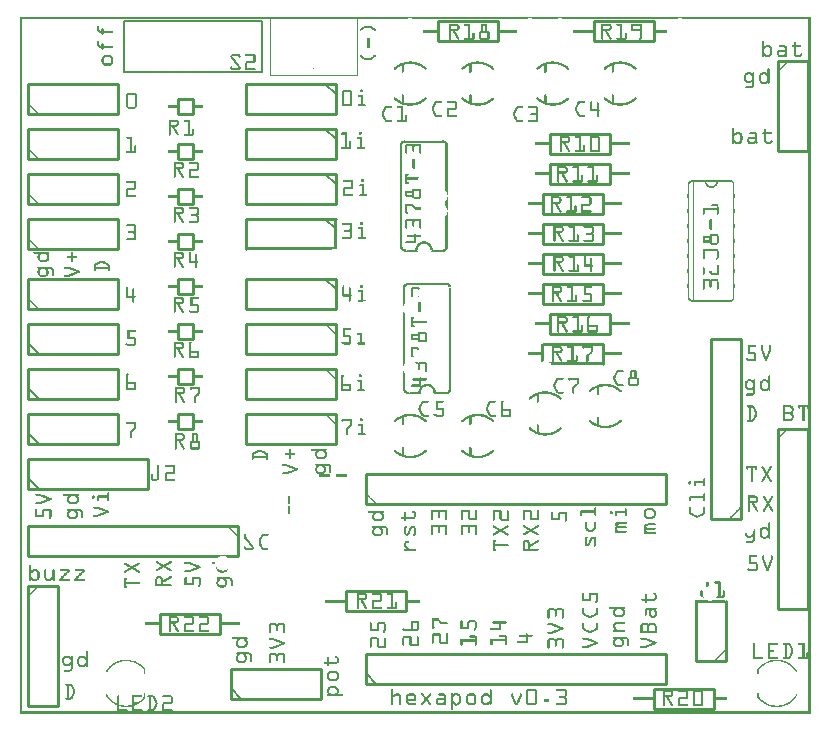
<source format=gto>
G04 MADE WITH FRITZING*
G04 WWW.FRITZING.ORG*
G04 DOUBLE SIDED*
G04 HOLES PLATED*
G04 CONTOUR ON CENTER OF CONTOUR VECTOR*
%ASAXBY*%
%FSLAX23Y23*%
%MOIN*%
%OFA0B0*%
%SFA1.0B1.0*%
%ADD10R,0.294400X0.194312X0.285776X0.185688*%
%ADD11C,0.004312*%
%ADD12C,0.010000*%
%ADD13C,0.008000*%
%ADD14C,0.005000*%
%ADD15C,0.006000*%
%ADD16C,0.002000*%
%ADD17C,0.005189*%
%ADD18R,0.001000X0.001000*%
%LNSILK1*%
G90*
G70*
G54D11*
X832Y2321D02*
X1122Y2321D01*
X1122Y2131D01*
X832Y2131D01*
X832Y2321D01*
D02*
G54D12*
X2352Y176D02*
X2352Y376D01*
D02*
X2252Y376D02*
X2252Y176D01*
D02*
X2252Y176D02*
X2352Y176D01*
D02*
X668Y268D02*
X468Y268D01*
D02*
X468Y268D02*
X468Y334D01*
D02*
X468Y334D02*
X668Y334D01*
D02*
X668Y334D02*
X668Y268D01*
D02*
X1087Y409D02*
X1287Y409D01*
D02*
X1287Y409D02*
X1287Y343D01*
D02*
X1287Y343D02*
X1087Y343D01*
D02*
X1087Y343D02*
X1087Y409D01*
D02*
X727Y626D02*
X27Y626D01*
D02*
X27Y626D02*
X27Y526D01*
D02*
X727Y526D02*
X727Y626D01*
D02*
X2527Y951D02*
X2527Y351D01*
D02*
X2527Y351D02*
X2627Y351D01*
D02*
X2627Y351D02*
X2627Y951D01*
D02*
X2627Y951D02*
X2527Y951D01*
G54D13*
D02*
X348Y2311D02*
X348Y2140D01*
D02*
X348Y2140D02*
X806Y2140D01*
D02*
X806Y2140D02*
X806Y2311D01*
D02*
X806Y2311D02*
X348Y2311D01*
G54D12*
D02*
X27Y751D02*
X427Y751D01*
D02*
X427Y751D02*
X427Y851D01*
D02*
X427Y851D02*
X27Y851D01*
D02*
X27Y851D02*
X27Y751D01*
G54D14*
D02*
X62Y751D02*
X27Y786D01*
G54D12*
D02*
X1593Y2243D02*
X1393Y2243D01*
D02*
X1393Y2243D02*
X1393Y2309D01*
D02*
X1393Y2309D02*
X1593Y2309D01*
D02*
X1593Y2309D02*
X1593Y2243D01*
D02*
X1912Y2309D02*
X2112Y2309D01*
D02*
X2112Y2309D02*
X2112Y2243D01*
D02*
X2112Y2243D02*
X1912Y2243D01*
D02*
X1912Y2243D02*
X1912Y2309D01*
D02*
X2112Y84D02*
X2312Y84D01*
D02*
X2312Y84D02*
X2312Y18D01*
D02*
X2312Y18D02*
X2112Y18D01*
D02*
X2112Y18D02*
X2112Y84D01*
D02*
X1943Y1468D02*
X1743Y1468D01*
D02*
X1743Y1468D02*
X1743Y1534D01*
D02*
X1743Y1534D02*
X1943Y1534D01*
D02*
X1943Y1534D02*
X1943Y1468D01*
D02*
X1943Y1568D02*
X1743Y1568D01*
D02*
X1743Y1568D02*
X1743Y1634D01*
D02*
X1743Y1634D02*
X1943Y1634D01*
D02*
X1943Y1634D02*
X1943Y1568D01*
G54D13*
D02*
X1270Y1893D02*
X1270Y1559D01*
D02*
X1408Y1908D02*
X1285Y1908D01*
D02*
X1290Y1544D02*
X1323Y1544D01*
D02*
X1412Y1544D02*
X1373Y1544D01*
D02*
X1434Y1084D02*
X1434Y1421D01*
D02*
X1419Y1433D02*
X1296Y1433D01*
D02*
X1300Y1069D02*
X1334Y1069D01*
D02*
X1423Y1069D02*
X1384Y1069D01*
G54D12*
D02*
X1943Y1368D02*
X1743Y1368D01*
D02*
X1743Y1368D02*
X1743Y1434D01*
D02*
X1743Y1434D02*
X1943Y1434D01*
D02*
X1943Y1434D02*
X1943Y1368D01*
D02*
X1943Y1668D02*
X1743Y1668D01*
D02*
X1743Y1668D02*
X1743Y1734D01*
D02*
X1743Y1734D02*
X1943Y1734D01*
D02*
X1943Y1734D02*
X1943Y1668D01*
D02*
X1968Y1268D02*
X1768Y1268D01*
D02*
X1768Y1268D02*
X1768Y1334D01*
D02*
X1768Y1334D02*
X1968Y1334D01*
D02*
X1968Y1334D02*
X1968Y1268D01*
D02*
X1968Y1768D02*
X1768Y1768D01*
D02*
X1768Y1768D02*
X1768Y1834D01*
D02*
X1768Y1834D02*
X1968Y1834D01*
D02*
X1968Y1834D02*
X1968Y1768D01*
D02*
X1743Y1234D02*
X1943Y1234D01*
D02*
X1943Y1234D02*
X1943Y1168D01*
D02*
X1968Y1868D02*
X1768Y1868D01*
D02*
X1768Y1868D02*
X1768Y1934D01*
D02*
X1768Y1934D02*
X1968Y1934D01*
D02*
X1968Y1934D02*
X1968Y1868D01*
D02*
X527Y1000D02*
X577Y1000D01*
D02*
X577Y1000D02*
X577Y950D01*
D02*
X577Y950D02*
X527Y950D01*
D02*
X527Y950D02*
X527Y1000D01*
D02*
X527Y1600D02*
X577Y1600D01*
D02*
X577Y1600D02*
X577Y1550D01*
D02*
X577Y1550D02*
X527Y1550D01*
D02*
X527Y1550D02*
X527Y1600D01*
D02*
X527Y1150D02*
X577Y1150D01*
D02*
X577Y1150D02*
X577Y1100D01*
D02*
X577Y1100D02*
X527Y1100D01*
D02*
X527Y1100D02*
X527Y1150D01*
D02*
X527Y1750D02*
X577Y1750D01*
D02*
X577Y1750D02*
X577Y1700D01*
D02*
X577Y1700D02*
X527Y1700D01*
D02*
X527Y1700D02*
X527Y1750D01*
D02*
X527Y1300D02*
X577Y1300D01*
D02*
X577Y1300D02*
X577Y1250D01*
D02*
X577Y1250D02*
X527Y1250D01*
D02*
X527Y1250D02*
X527Y1300D01*
D02*
X527Y1900D02*
X577Y1900D01*
D02*
X577Y1900D02*
X577Y1850D01*
D02*
X577Y1850D02*
X527Y1850D01*
D02*
X527Y1850D02*
X527Y1900D01*
D02*
X527Y1450D02*
X577Y1450D01*
D02*
X577Y1450D02*
X577Y1400D01*
D02*
X577Y1400D02*
X527Y1400D01*
D02*
X527Y1400D02*
X527Y1450D01*
D02*
X527Y2050D02*
X577Y2050D01*
D02*
X577Y2050D02*
X577Y2000D01*
D02*
X577Y2000D02*
X527Y2000D01*
D02*
X527Y2000D02*
X527Y2050D01*
D02*
X1052Y1001D02*
X752Y1001D01*
D02*
X752Y1001D02*
X752Y901D01*
D02*
X752Y901D02*
X1052Y901D01*
D02*
X1052Y901D02*
X1052Y1001D01*
D02*
X1052Y1651D02*
X752Y1651D01*
D02*
X752Y1651D02*
X752Y1551D01*
G54D14*
D02*
X1017Y1651D02*
X1052Y1616D01*
G54D12*
D02*
X1052Y1151D02*
X752Y1151D01*
D02*
X752Y1151D02*
X752Y1051D01*
D02*
X752Y1051D02*
X1052Y1051D01*
D02*
X1052Y1051D02*
X1052Y1151D01*
D02*
X1052Y1801D02*
X752Y1801D01*
D02*
X752Y1801D02*
X752Y1701D01*
D02*
X752Y1701D02*
X1052Y1701D01*
D02*
X1052Y1701D02*
X1052Y1801D01*
G54D14*
D02*
X1017Y1801D02*
X1052Y1766D01*
G54D12*
D02*
X1052Y1301D02*
X752Y1301D01*
D02*
X752Y1301D02*
X752Y1201D01*
D02*
X752Y1201D02*
X1052Y1201D01*
D02*
X1052Y1201D02*
X1052Y1301D01*
D02*
X1052Y1951D02*
X752Y1951D01*
D02*
X752Y1951D02*
X752Y1851D01*
D02*
X752Y1851D02*
X1052Y1851D01*
D02*
X1052Y1851D02*
X1052Y1951D01*
G54D14*
D02*
X1017Y1951D02*
X1052Y1916D01*
G54D12*
D02*
X1052Y1451D02*
X752Y1451D01*
D02*
X752Y1451D02*
X752Y1351D01*
D02*
X752Y1351D02*
X1052Y1351D01*
D02*
X1052Y1351D02*
X1052Y1451D01*
G54D14*
D02*
X1017Y1451D02*
X1052Y1416D01*
G54D12*
D02*
X1052Y2101D02*
X752Y2101D01*
D02*
X752Y2101D02*
X752Y2001D01*
D02*
X752Y2001D02*
X1052Y2001D01*
D02*
X1052Y2001D02*
X1052Y2101D01*
G54D14*
D02*
X1017Y2101D02*
X1052Y2066D01*
G54D12*
D02*
X2402Y651D02*
X2402Y1251D01*
D02*
X2402Y1251D02*
X2302Y1251D01*
D02*
X2302Y1251D02*
X2302Y651D01*
D02*
X2302Y651D02*
X2402Y651D01*
D02*
X1152Y101D02*
X2152Y101D01*
D02*
X2152Y101D02*
X2152Y201D01*
D02*
X2152Y201D02*
X1152Y201D01*
D02*
X1152Y201D02*
X1152Y101D01*
G54D14*
D02*
X1187Y101D02*
X1152Y136D01*
G54D12*
D02*
X1152Y701D02*
X2152Y701D01*
D02*
X2152Y701D02*
X2152Y801D01*
D02*
X2152Y801D02*
X1152Y801D01*
D02*
X1152Y801D02*
X1152Y701D01*
D02*
X27Y426D02*
X27Y26D01*
D02*
X27Y26D02*
X127Y26D01*
D02*
X127Y26D02*
X127Y426D01*
D02*
X127Y426D02*
X27Y426D01*
D02*
X2527Y2176D02*
X2527Y1876D01*
D02*
X2527Y1876D02*
X2627Y1876D01*
D02*
X2627Y1876D02*
X2627Y2176D01*
D02*
X2627Y2176D02*
X2527Y2176D01*
D02*
X702Y51D02*
X1002Y51D01*
D02*
X1002Y51D02*
X1002Y151D01*
D02*
X1002Y151D02*
X702Y151D01*
D02*
X702Y151D02*
X702Y51D01*
G54D14*
D02*
X737Y51D02*
X702Y86D01*
G54D12*
D02*
X27Y901D02*
X327Y901D01*
D02*
X327Y901D02*
X327Y1001D01*
D02*
X327Y1001D02*
X27Y1001D01*
D02*
X27Y1001D02*
X27Y901D01*
G54D14*
D02*
X62Y901D02*
X27Y936D01*
G54D12*
D02*
X27Y1551D02*
X327Y1551D01*
D02*
X327Y1551D02*
X327Y1651D01*
D02*
X327Y1651D02*
X27Y1651D01*
D02*
X27Y1651D02*
X27Y1551D01*
D02*
X27Y1051D02*
X327Y1051D01*
D02*
X327Y1051D02*
X327Y1151D01*
D02*
X327Y1151D02*
X27Y1151D01*
D02*
X27Y1151D02*
X27Y1051D01*
G54D14*
D02*
X62Y1051D02*
X27Y1086D01*
G54D12*
D02*
X27Y1701D02*
X327Y1701D01*
D02*
X327Y1701D02*
X327Y1801D01*
D02*
X327Y1801D02*
X27Y1801D01*
D02*
X27Y1801D02*
X27Y1701D01*
D02*
X27Y1201D02*
X327Y1201D01*
D02*
X327Y1201D02*
X327Y1301D01*
D02*
X327Y1301D02*
X27Y1301D01*
D02*
X27Y1301D02*
X27Y1201D01*
G54D14*
D02*
X62Y1201D02*
X27Y1236D01*
G54D12*
D02*
X27Y1851D02*
X327Y1851D01*
D02*
X327Y1851D02*
X327Y1951D01*
D02*
X327Y1951D02*
X27Y1951D01*
D02*
X27Y1951D02*
X27Y1851D01*
D02*
X27Y1351D02*
X327Y1351D01*
D02*
X327Y1351D02*
X327Y1451D01*
D02*
X327Y1451D02*
X27Y1451D01*
D02*
X27Y1451D02*
X27Y1351D01*
D02*
X27Y2001D02*
X327Y2001D01*
D02*
X327Y2001D02*
X327Y2101D01*
D02*
X327Y2101D02*
X27Y2101D01*
D02*
X27Y2101D02*
X27Y2001D01*
G54D15*
D02*
X2244Y1376D02*
X2368Y1376D01*
D02*
X2368Y1776D02*
X2326Y1776D01*
D02*
X2326Y1776D02*
X2286Y1776D01*
D02*
X2286Y1776D02*
X2244Y1776D01*
G54D16*
D02*
X2243Y1776D02*
X2243Y1376D01*
G54D17*
G36*
X927Y2309D02*
X927Y2274D01*
G37*
D02*
G36*
X944Y2291D02*
X909Y2291D01*
G37*
D02*
G36*
X1044Y2291D02*
X1009Y2291D01*
G37*
D02*
G54D18*
X0Y2323D02*
X2636Y2323D01*
X0Y2322D02*
X2636Y2322D01*
X0Y2321D02*
X2636Y2321D01*
X0Y2320D02*
X2636Y2320D01*
X0Y2319D02*
X2636Y2319D01*
X0Y2318D02*
X1294Y2318D01*
X1309Y2318D02*
X1694Y2318D01*
X1709Y2318D02*
X1794Y2318D01*
X1809Y2318D02*
X2193Y2318D01*
X2208Y2318D02*
X2636Y2318D01*
X0Y2317D02*
X1289Y2317D01*
X1313Y2317D02*
X1689Y2317D01*
X1713Y2317D02*
X1789Y2317D01*
X1813Y2317D02*
X2189Y2317D01*
X2213Y2317D02*
X2636Y2317D01*
X0Y2316D02*
X1286Y2316D01*
X1316Y2316D02*
X1686Y2316D01*
X1716Y2316D02*
X1786Y2316D01*
X1816Y2316D02*
X2186Y2316D01*
X2216Y2316D02*
X2636Y2316D01*
X0Y2315D02*
X7Y2315D01*
X2629Y2315D02*
X2636Y2315D01*
X0Y2314D02*
X7Y2314D01*
X2629Y2314D02*
X2636Y2314D01*
X0Y2313D02*
X7Y2313D01*
X2629Y2313D02*
X2636Y2313D01*
X0Y2312D02*
X7Y2312D01*
X2629Y2312D02*
X2636Y2312D01*
X0Y2311D02*
X7Y2311D01*
X2629Y2311D02*
X2636Y2311D01*
X0Y2310D02*
X7Y2310D01*
X2629Y2310D02*
X2636Y2310D01*
X0Y2309D02*
X7Y2309D01*
X2629Y2309D02*
X2636Y2309D01*
X0Y2308D02*
X7Y2308D01*
X2629Y2308D02*
X2636Y2308D01*
X0Y2307D02*
X7Y2307D01*
X2629Y2307D02*
X2636Y2307D01*
X0Y2306D02*
X7Y2306D01*
X2629Y2306D02*
X2636Y2306D01*
X0Y2305D02*
X7Y2305D01*
X2629Y2305D02*
X2636Y2305D01*
X0Y2304D02*
X7Y2304D01*
X2629Y2304D02*
X2636Y2304D01*
X0Y2303D02*
X7Y2303D01*
X2629Y2303D02*
X2636Y2303D01*
X0Y2302D02*
X7Y2302D01*
X2629Y2302D02*
X2636Y2302D01*
X0Y2301D02*
X7Y2301D01*
X1938Y2301D02*
X1964Y2301D01*
X1990Y2301D02*
X2008Y2301D01*
X2040Y2301D02*
X2070Y2301D01*
X2629Y2301D02*
X2636Y2301D01*
X0Y2300D02*
X7Y2300D01*
X1431Y2300D02*
X1458Y2300D01*
X1483Y2300D02*
X1501Y2300D01*
X1539Y2300D02*
X1557Y2300D01*
X1938Y2300D02*
X1967Y2300D01*
X1989Y2300D02*
X2008Y2300D01*
X2039Y2300D02*
X2071Y2300D01*
X2629Y2300D02*
X2636Y2300D01*
X0Y2299D02*
X7Y2299D01*
X1431Y2299D02*
X1460Y2299D01*
X1482Y2299D02*
X1501Y2299D01*
X1539Y2299D02*
X1557Y2299D01*
X1938Y2299D02*
X1968Y2299D01*
X1989Y2299D02*
X2008Y2299D01*
X2039Y2299D02*
X2072Y2299D01*
X2629Y2299D02*
X2636Y2299D01*
X0Y2298D02*
X7Y2298D01*
X1431Y2298D02*
X1461Y2298D01*
X1481Y2298D02*
X1501Y2298D01*
X1538Y2298D02*
X1558Y2298D01*
X1938Y2298D02*
X1969Y2298D01*
X1988Y2298D02*
X2008Y2298D01*
X2038Y2298D02*
X2072Y2298D01*
X2629Y2298D02*
X2636Y2298D01*
X0Y2297D02*
X7Y2297D01*
X1431Y2297D02*
X1462Y2297D01*
X1481Y2297D02*
X1501Y2297D01*
X1538Y2297D02*
X1558Y2297D01*
X1938Y2297D02*
X1970Y2297D01*
X1988Y2297D02*
X2008Y2297D01*
X2038Y2297D02*
X2072Y2297D01*
X2629Y2297D02*
X2636Y2297D01*
X0Y2296D02*
X7Y2296D01*
X1431Y2296D02*
X1463Y2296D01*
X1482Y2296D02*
X1501Y2296D01*
X1538Y2296D02*
X1558Y2296D01*
X1938Y2296D02*
X1971Y2296D01*
X1989Y2296D02*
X2008Y2296D01*
X2038Y2296D02*
X2072Y2296D01*
X2629Y2296D02*
X2636Y2296D01*
X0Y2295D02*
X7Y2295D01*
X1431Y2295D02*
X1464Y2295D01*
X1482Y2295D02*
X1501Y2295D01*
X1538Y2295D02*
X1558Y2295D01*
X1938Y2295D02*
X1971Y2295D01*
X1990Y2295D02*
X2008Y2295D01*
X2038Y2295D02*
X2072Y2295D01*
X2629Y2295D02*
X2636Y2295D01*
X0Y2294D02*
X7Y2294D01*
X260Y2294D02*
X261Y2294D01*
X1153Y2294D02*
X1166Y2294D01*
X1431Y2294D02*
X1464Y2294D01*
X1484Y2294D02*
X1501Y2294D01*
X1538Y2294D02*
X1558Y2294D01*
X1938Y2294D02*
X1944Y2294D01*
X1964Y2294D02*
X1971Y2294D01*
X2002Y2294D02*
X2008Y2294D01*
X2038Y2294D02*
X2044Y2294D01*
X2066Y2294D02*
X2072Y2294D01*
X2629Y2294D02*
X2636Y2294D01*
X0Y2293D02*
X7Y2293D01*
X259Y2293D02*
X263Y2293D01*
X1148Y2293D02*
X1171Y2293D01*
X1431Y2293D02*
X1437Y2293D01*
X1457Y2293D02*
X1464Y2293D01*
X1495Y2293D02*
X1501Y2293D01*
X1538Y2293D02*
X1544Y2293D01*
X1552Y2293D02*
X1558Y2293D01*
X1938Y2293D02*
X1944Y2293D01*
X1965Y2293D02*
X1972Y2293D01*
X2002Y2293D02*
X2008Y2293D01*
X2038Y2293D02*
X2044Y2293D01*
X2066Y2293D02*
X2072Y2293D01*
X2629Y2293D02*
X2636Y2293D01*
X0Y2292D02*
X7Y2292D01*
X258Y2292D02*
X263Y2292D01*
X1146Y2292D02*
X1173Y2292D01*
X1431Y2292D02*
X1437Y2292D01*
X1458Y2292D02*
X1465Y2292D01*
X1495Y2292D02*
X1501Y2292D01*
X1538Y2292D02*
X1544Y2292D01*
X1552Y2292D02*
X1558Y2292D01*
X1938Y2292D02*
X1944Y2292D01*
X1966Y2292D02*
X1972Y2292D01*
X2002Y2292D02*
X2008Y2292D01*
X2038Y2292D02*
X2044Y2292D01*
X2066Y2292D02*
X2072Y2292D01*
X2629Y2292D02*
X2636Y2292D01*
X0Y2291D02*
X7Y2291D01*
X258Y2291D02*
X264Y2291D01*
X1144Y2291D02*
X1174Y2291D01*
X1431Y2291D02*
X1437Y2291D01*
X1459Y2291D02*
X1465Y2291D01*
X1495Y2291D02*
X1501Y2291D01*
X1538Y2291D02*
X1544Y2291D01*
X1552Y2291D02*
X1558Y2291D01*
X1938Y2291D02*
X1944Y2291D01*
X1966Y2291D02*
X1972Y2291D01*
X2002Y2291D02*
X2008Y2291D01*
X2038Y2291D02*
X2044Y2291D01*
X2066Y2291D02*
X2072Y2291D01*
X2629Y2291D02*
X2636Y2291D01*
X0Y2290D02*
X7Y2290D01*
X258Y2290D02*
X264Y2290D01*
X1143Y2290D02*
X1176Y2290D01*
X1431Y2290D02*
X1437Y2290D01*
X1459Y2290D02*
X1465Y2290D01*
X1495Y2290D02*
X1501Y2290D01*
X1538Y2290D02*
X1544Y2290D01*
X1552Y2290D02*
X1558Y2290D01*
X1938Y2290D02*
X1944Y2290D01*
X1966Y2290D02*
X1972Y2290D01*
X2002Y2290D02*
X2008Y2290D01*
X2038Y2290D02*
X2044Y2290D01*
X2066Y2290D02*
X2072Y2290D01*
X2629Y2290D02*
X2636Y2290D01*
X0Y2289D02*
X7Y2289D01*
X258Y2289D02*
X264Y2289D01*
X1142Y2289D02*
X1177Y2289D01*
X1431Y2289D02*
X1437Y2289D01*
X1459Y2289D02*
X1465Y2289D01*
X1495Y2289D02*
X1501Y2289D01*
X1538Y2289D02*
X1544Y2289D01*
X1552Y2289D02*
X1558Y2289D01*
X1938Y2289D02*
X1944Y2289D01*
X1966Y2289D02*
X1972Y2289D01*
X2002Y2289D02*
X2008Y2289D01*
X2038Y2289D02*
X2044Y2289D01*
X2066Y2289D02*
X2072Y2289D01*
X2629Y2289D02*
X2636Y2289D01*
X0Y2288D02*
X7Y2288D01*
X258Y2288D02*
X264Y2288D01*
X1141Y2288D02*
X1178Y2288D01*
X1431Y2288D02*
X1437Y2288D01*
X1459Y2288D02*
X1465Y2288D01*
X1495Y2288D02*
X1501Y2288D01*
X1538Y2288D02*
X1544Y2288D01*
X1552Y2288D02*
X1558Y2288D01*
X1938Y2288D02*
X1944Y2288D01*
X1966Y2288D02*
X1972Y2288D01*
X2002Y2288D02*
X2008Y2288D01*
X2038Y2288D02*
X2044Y2288D01*
X2066Y2288D02*
X2072Y2288D01*
X2629Y2288D02*
X2636Y2288D01*
X0Y2287D02*
X7Y2287D01*
X258Y2287D02*
X264Y2287D01*
X275Y2287D02*
X276Y2287D01*
X1139Y2287D02*
X1152Y2287D01*
X1166Y2287D02*
X1179Y2287D01*
X1431Y2287D02*
X1437Y2287D01*
X1459Y2287D02*
X1465Y2287D01*
X1495Y2287D02*
X1501Y2287D01*
X1538Y2287D02*
X1544Y2287D01*
X1552Y2287D02*
X1558Y2287D01*
X1938Y2287D02*
X1944Y2287D01*
X1966Y2287D02*
X1972Y2287D01*
X2002Y2287D02*
X2008Y2287D01*
X2038Y2287D02*
X2044Y2287D01*
X2066Y2287D02*
X2072Y2287D01*
X2629Y2287D02*
X2636Y2287D01*
X0Y2286D02*
X7Y2286D01*
X258Y2286D02*
X264Y2286D01*
X273Y2286D02*
X278Y2286D01*
X1138Y2286D02*
X1149Y2286D01*
X1170Y2286D02*
X1181Y2286D01*
X1431Y2286D02*
X1437Y2286D01*
X1459Y2286D02*
X1465Y2286D01*
X1495Y2286D02*
X1501Y2286D01*
X1538Y2286D02*
X1544Y2286D01*
X1552Y2286D02*
X1558Y2286D01*
X1938Y2286D02*
X1944Y2286D01*
X1966Y2286D02*
X1972Y2286D01*
X2002Y2286D02*
X2008Y2286D01*
X2038Y2286D02*
X2044Y2286D01*
X2066Y2286D02*
X2072Y2286D01*
X2629Y2286D02*
X2636Y2286D01*
X0Y2285D02*
X7Y2285D01*
X258Y2285D02*
X264Y2285D01*
X273Y2285D02*
X278Y2285D01*
X1137Y2285D02*
X1147Y2285D01*
X1172Y2285D02*
X1182Y2285D01*
X1431Y2285D02*
X1437Y2285D01*
X1458Y2285D02*
X1465Y2285D01*
X1495Y2285D02*
X1501Y2285D01*
X1538Y2285D02*
X1544Y2285D01*
X1552Y2285D02*
X1558Y2285D01*
X1938Y2285D02*
X1944Y2285D01*
X1965Y2285D02*
X1972Y2285D01*
X2002Y2285D02*
X2008Y2285D01*
X2038Y2285D02*
X2044Y2285D01*
X2066Y2285D02*
X2072Y2285D01*
X2629Y2285D02*
X2636Y2285D01*
X0Y2284D02*
X7Y2284D01*
X258Y2284D02*
X264Y2284D01*
X273Y2284D02*
X278Y2284D01*
X1135Y2284D02*
X1146Y2284D01*
X1173Y2284D02*
X1183Y2284D01*
X1431Y2284D02*
X1437Y2284D01*
X1457Y2284D02*
X1464Y2284D01*
X1495Y2284D02*
X1501Y2284D01*
X1538Y2284D02*
X1544Y2284D01*
X1552Y2284D02*
X1558Y2284D01*
X1938Y2284D02*
X1944Y2284D01*
X1964Y2284D02*
X1971Y2284D01*
X2002Y2284D02*
X2008Y2284D01*
X2038Y2284D02*
X2044Y2284D01*
X2066Y2284D02*
X2072Y2284D01*
X2629Y2284D02*
X2636Y2284D01*
X0Y2283D02*
X7Y2283D01*
X258Y2283D02*
X264Y2283D01*
X272Y2283D02*
X279Y2283D01*
X1134Y2283D02*
X1145Y2283D01*
X1174Y2283D02*
X1185Y2283D01*
X1431Y2283D02*
X1464Y2283D01*
X1495Y2283D02*
X1501Y2283D01*
X1538Y2283D02*
X1544Y2283D01*
X1552Y2283D02*
X1558Y2283D01*
X1938Y2283D02*
X1971Y2283D01*
X2002Y2283D02*
X2008Y2283D01*
X2038Y2283D02*
X2072Y2283D01*
X2629Y2283D02*
X2636Y2283D01*
X0Y2282D02*
X7Y2282D01*
X258Y2282D02*
X264Y2282D01*
X272Y2282D02*
X279Y2282D01*
X1133Y2282D02*
X1143Y2282D01*
X1175Y2282D02*
X1185Y2282D01*
X1431Y2282D02*
X1464Y2282D01*
X1495Y2282D02*
X1501Y2282D01*
X1538Y2282D02*
X1544Y2282D01*
X1552Y2282D02*
X1558Y2282D01*
X1938Y2282D02*
X1970Y2282D01*
X2002Y2282D02*
X2008Y2282D01*
X2038Y2282D02*
X2072Y2282D01*
X2629Y2282D02*
X2636Y2282D01*
X0Y2281D02*
X7Y2281D01*
X258Y2281D02*
X264Y2281D01*
X272Y2281D02*
X279Y2281D01*
X1133Y2281D02*
X1142Y2281D01*
X1177Y2281D02*
X1186Y2281D01*
X1344Y2281D02*
X1391Y2281D01*
X1431Y2281D02*
X1463Y2281D01*
X1495Y2281D02*
X1501Y2281D01*
X1538Y2281D02*
X1544Y2281D01*
X1552Y2281D02*
X1558Y2281D01*
X1592Y2281D02*
X1658Y2281D01*
X1844Y2281D02*
X1910Y2281D01*
X1938Y2281D02*
X1970Y2281D01*
X2002Y2281D02*
X2008Y2281D01*
X2038Y2281D02*
X2072Y2281D01*
X2111Y2281D02*
X2158Y2281D01*
X2629Y2281D02*
X2636Y2281D01*
X0Y2280D02*
X7Y2280D01*
X258Y2280D02*
X264Y2280D01*
X272Y2280D02*
X279Y2280D01*
X1133Y2280D02*
X1141Y2280D01*
X1178Y2280D02*
X1186Y2280D01*
X1344Y2280D02*
X1391Y2280D01*
X1431Y2280D02*
X1462Y2280D01*
X1495Y2280D02*
X1501Y2280D01*
X1538Y2280D02*
X1544Y2280D01*
X1552Y2280D02*
X1558Y2280D01*
X1592Y2280D02*
X1658Y2280D01*
X1844Y2280D02*
X1910Y2280D01*
X1938Y2280D02*
X1969Y2280D01*
X2002Y2280D02*
X2008Y2280D01*
X2038Y2280D02*
X2072Y2280D01*
X2111Y2280D02*
X2158Y2280D01*
X2629Y2280D02*
X2636Y2280D01*
X0Y2279D02*
X7Y2279D01*
X258Y2279D02*
X265Y2279D01*
X272Y2279D02*
X279Y2279D01*
X1133Y2279D02*
X1140Y2279D01*
X1179Y2279D02*
X1186Y2279D01*
X1344Y2279D02*
X1391Y2279D01*
X1431Y2279D02*
X1461Y2279D01*
X1495Y2279D02*
X1501Y2279D01*
X1538Y2279D02*
X1544Y2279D01*
X1552Y2279D02*
X1558Y2279D01*
X1592Y2279D02*
X1658Y2279D01*
X1844Y2279D02*
X1910Y2279D01*
X1938Y2279D02*
X1968Y2279D01*
X2002Y2279D02*
X2008Y2279D01*
X2039Y2279D02*
X2072Y2279D01*
X2111Y2279D02*
X2158Y2279D01*
X2629Y2279D02*
X2636Y2279D01*
X0Y2278D02*
X7Y2278D01*
X258Y2278D02*
X266Y2278D01*
X272Y2278D02*
X279Y2278D01*
X1134Y2278D02*
X1138Y2278D01*
X1180Y2278D02*
X1185Y2278D01*
X1344Y2278D02*
X1391Y2278D01*
X1431Y2278D02*
X1460Y2278D01*
X1495Y2278D02*
X1501Y2278D01*
X1538Y2278D02*
X1544Y2278D01*
X1552Y2278D02*
X1558Y2278D01*
X1592Y2278D02*
X1658Y2278D01*
X1844Y2278D02*
X1910Y2278D01*
X1938Y2278D02*
X1966Y2278D01*
X2002Y2278D02*
X2008Y2278D01*
X2039Y2278D02*
X2072Y2278D01*
X2111Y2278D02*
X2158Y2278D01*
X2629Y2278D02*
X2636Y2278D01*
X0Y2277D02*
X7Y2277D01*
X259Y2277D02*
X307Y2277D01*
X1135Y2277D02*
X1137Y2277D01*
X1182Y2277D02*
X1184Y2277D01*
X1344Y2277D02*
X1391Y2277D01*
X1431Y2277D02*
X1458Y2277D01*
X1495Y2277D02*
X1501Y2277D01*
X1536Y2277D02*
X1560Y2277D01*
X1592Y2277D02*
X1658Y2277D01*
X1844Y2277D02*
X1910Y2277D01*
X1938Y2277D02*
X1964Y2277D01*
X2002Y2277D02*
X2008Y2277D01*
X2040Y2277D02*
X2072Y2277D01*
X2111Y2277D02*
X2158Y2277D01*
X2629Y2277D02*
X2636Y2277D01*
X0Y2276D02*
X7Y2276D01*
X259Y2276D02*
X310Y2276D01*
X1344Y2276D02*
X1391Y2276D01*
X1431Y2276D02*
X1438Y2276D01*
X1443Y2276D02*
X1451Y2276D01*
X1495Y2276D02*
X1501Y2276D01*
X1534Y2276D02*
X1562Y2276D01*
X1592Y2276D02*
X1658Y2276D01*
X1844Y2276D02*
X1910Y2276D01*
X1938Y2276D02*
X1944Y2276D01*
X1951Y2276D02*
X1958Y2276D01*
X2002Y2276D02*
X2008Y2276D01*
X2066Y2276D02*
X2072Y2276D01*
X2111Y2276D02*
X2158Y2276D01*
X2629Y2276D02*
X2636Y2276D01*
X0Y2275D02*
X7Y2275D01*
X260Y2275D02*
X311Y2275D01*
X1344Y2275D02*
X1391Y2275D01*
X1431Y2275D02*
X1437Y2275D01*
X1444Y2275D02*
X1451Y2275D01*
X1495Y2275D02*
X1501Y2275D01*
X1533Y2275D02*
X1563Y2275D01*
X1592Y2275D02*
X1658Y2275D01*
X1844Y2275D02*
X1910Y2275D01*
X1938Y2275D02*
X1944Y2275D01*
X1951Y2275D02*
X1958Y2275D01*
X2002Y2275D02*
X2008Y2275D01*
X2066Y2275D02*
X2072Y2275D01*
X2111Y2275D02*
X2158Y2275D01*
X2629Y2275D02*
X2636Y2275D01*
X0Y2274D02*
X7Y2274D01*
X261Y2274D02*
X311Y2274D01*
X1344Y2274D02*
X1391Y2274D01*
X1431Y2274D02*
X1437Y2274D01*
X1444Y2274D02*
X1452Y2274D01*
X1495Y2274D02*
X1501Y2274D01*
X1532Y2274D02*
X1564Y2274D01*
X1592Y2274D02*
X1658Y2274D01*
X1844Y2274D02*
X1910Y2274D01*
X1938Y2274D02*
X1944Y2274D01*
X1952Y2274D02*
X1959Y2274D01*
X2002Y2274D02*
X2008Y2274D01*
X2066Y2274D02*
X2072Y2274D01*
X2111Y2274D02*
X2158Y2274D01*
X2629Y2274D02*
X2636Y2274D01*
X0Y2273D02*
X7Y2273D01*
X262Y2273D02*
X311Y2273D01*
X1344Y2273D02*
X1391Y2273D01*
X1431Y2273D02*
X1437Y2273D01*
X1445Y2273D02*
X1452Y2273D01*
X1495Y2273D02*
X1501Y2273D01*
X1532Y2273D02*
X1564Y2273D01*
X1592Y2273D02*
X1658Y2273D01*
X1844Y2273D02*
X1910Y2273D01*
X1938Y2273D02*
X1944Y2273D01*
X1952Y2273D02*
X1960Y2273D01*
X2002Y2273D02*
X2008Y2273D01*
X2066Y2273D02*
X2072Y2273D01*
X2111Y2273D02*
X2158Y2273D01*
X2629Y2273D02*
X2636Y2273D01*
X0Y2272D02*
X7Y2272D01*
X263Y2272D02*
X311Y2272D01*
X1344Y2272D02*
X1391Y2272D01*
X1431Y2272D02*
X1437Y2272D01*
X1445Y2272D02*
X1453Y2272D01*
X1495Y2272D02*
X1501Y2272D01*
X1531Y2272D02*
X1565Y2272D01*
X1592Y2272D02*
X1658Y2272D01*
X1844Y2272D02*
X1910Y2272D01*
X1938Y2272D02*
X1944Y2272D01*
X1953Y2272D02*
X1960Y2272D01*
X2002Y2272D02*
X2008Y2272D01*
X2066Y2272D02*
X2072Y2272D01*
X2111Y2272D02*
X2158Y2272D01*
X2629Y2272D02*
X2636Y2272D01*
X0Y2271D02*
X7Y2271D01*
X265Y2271D02*
X310Y2271D01*
X1431Y2271D02*
X1437Y2271D01*
X1446Y2271D02*
X1453Y2271D01*
X1495Y2271D02*
X1501Y2271D01*
X1511Y2271D02*
X1513Y2271D01*
X1531Y2271D02*
X1565Y2271D01*
X1938Y2271D02*
X1944Y2271D01*
X1953Y2271D02*
X1961Y2271D01*
X2002Y2271D02*
X2008Y2271D01*
X2017Y2271D02*
X2021Y2271D01*
X2066Y2271D02*
X2072Y2271D01*
X2629Y2271D02*
X2636Y2271D01*
X0Y2270D02*
X7Y2270D01*
X270Y2270D02*
X308Y2270D01*
X1431Y2270D02*
X1437Y2270D01*
X1447Y2270D02*
X1454Y2270D01*
X1495Y2270D02*
X1501Y2270D01*
X1510Y2270D02*
X1514Y2270D01*
X1531Y2270D02*
X1537Y2270D01*
X1559Y2270D02*
X1565Y2270D01*
X1938Y2270D02*
X1944Y2270D01*
X1954Y2270D02*
X1961Y2270D01*
X2002Y2270D02*
X2008Y2270D01*
X2016Y2270D02*
X2021Y2270D01*
X2066Y2270D02*
X2072Y2270D01*
X2629Y2270D02*
X2636Y2270D01*
X0Y2269D02*
X7Y2269D01*
X272Y2269D02*
X279Y2269D01*
X1431Y2269D02*
X1437Y2269D01*
X1447Y2269D02*
X1454Y2269D01*
X1495Y2269D02*
X1501Y2269D01*
X1509Y2269D02*
X1515Y2269D01*
X1531Y2269D02*
X1537Y2269D01*
X1559Y2269D02*
X1565Y2269D01*
X1938Y2269D02*
X1944Y2269D01*
X1955Y2269D02*
X1962Y2269D01*
X2002Y2269D02*
X2008Y2269D01*
X2016Y2269D02*
X2022Y2269D01*
X2066Y2269D02*
X2072Y2269D01*
X2629Y2269D02*
X2636Y2269D01*
X0Y2268D02*
X7Y2268D01*
X272Y2268D02*
X279Y2268D01*
X1431Y2268D02*
X1437Y2268D01*
X1448Y2268D02*
X1455Y2268D01*
X1495Y2268D02*
X1501Y2268D01*
X1509Y2268D02*
X1515Y2268D01*
X1531Y2268D02*
X1537Y2268D01*
X1559Y2268D02*
X1565Y2268D01*
X1938Y2268D02*
X1944Y2268D01*
X1955Y2268D02*
X1962Y2268D01*
X2002Y2268D02*
X2008Y2268D01*
X2016Y2268D02*
X2022Y2268D01*
X2066Y2268D02*
X2072Y2268D01*
X2629Y2268D02*
X2636Y2268D01*
X0Y2267D02*
X7Y2267D01*
X272Y2267D02*
X279Y2267D01*
X1431Y2267D02*
X1437Y2267D01*
X1448Y2267D02*
X1456Y2267D01*
X1495Y2267D02*
X1501Y2267D01*
X1509Y2267D02*
X1515Y2267D01*
X1531Y2267D02*
X1537Y2267D01*
X1559Y2267D02*
X1565Y2267D01*
X1938Y2267D02*
X1944Y2267D01*
X1956Y2267D02*
X1963Y2267D01*
X2002Y2267D02*
X2008Y2267D01*
X2016Y2267D02*
X2022Y2267D01*
X2066Y2267D02*
X2072Y2267D01*
X2629Y2267D02*
X2636Y2267D01*
X0Y2266D02*
X7Y2266D01*
X273Y2266D02*
X278Y2266D01*
X1431Y2266D02*
X1437Y2266D01*
X1449Y2266D02*
X1456Y2266D01*
X1495Y2266D02*
X1501Y2266D01*
X1509Y2266D02*
X1515Y2266D01*
X1531Y2266D02*
X1537Y2266D01*
X1559Y2266D02*
X1565Y2266D01*
X1938Y2266D02*
X1944Y2266D01*
X1956Y2266D02*
X1964Y2266D01*
X2002Y2266D02*
X2008Y2266D01*
X2016Y2266D02*
X2022Y2266D01*
X2066Y2266D02*
X2072Y2266D01*
X2629Y2266D02*
X2636Y2266D01*
X0Y2265D02*
X7Y2265D01*
X273Y2265D02*
X278Y2265D01*
X1431Y2265D02*
X1437Y2265D01*
X1450Y2265D02*
X1457Y2265D01*
X1495Y2265D02*
X1501Y2265D01*
X1509Y2265D02*
X1515Y2265D01*
X1531Y2265D02*
X1537Y2265D01*
X1559Y2265D02*
X1565Y2265D01*
X1938Y2265D02*
X1944Y2265D01*
X1957Y2265D02*
X1964Y2265D01*
X2002Y2265D02*
X2008Y2265D01*
X2016Y2265D02*
X2022Y2265D01*
X2066Y2265D02*
X2072Y2265D01*
X2629Y2265D02*
X2636Y2265D01*
X0Y2264D02*
X7Y2264D01*
X274Y2264D02*
X277Y2264D01*
X1431Y2264D02*
X1437Y2264D01*
X1450Y2264D02*
X1457Y2264D01*
X1495Y2264D02*
X1501Y2264D01*
X1509Y2264D02*
X1515Y2264D01*
X1531Y2264D02*
X1537Y2264D01*
X1559Y2264D02*
X1565Y2264D01*
X1938Y2264D02*
X1944Y2264D01*
X1958Y2264D02*
X1965Y2264D01*
X2002Y2264D02*
X2008Y2264D01*
X2016Y2264D02*
X2022Y2264D01*
X2066Y2264D02*
X2072Y2264D01*
X2629Y2264D02*
X2636Y2264D01*
X0Y2263D02*
X7Y2263D01*
X1431Y2263D02*
X1437Y2263D01*
X1451Y2263D02*
X1458Y2263D01*
X1495Y2263D02*
X1501Y2263D01*
X1509Y2263D02*
X1515Y2263D01*
X1531Y2263D02*
X1537Y2263D01*
X1559Y2263D02*
X1565Y2263D01*
X1938Y2263D02*
X1944Y2263D01*
X1958Y2263D02*
X1965Y2263D01*
X2002Y2263D02*
X2008Y2263D01*
X2016Y2263D02*
X2022Y2263D01*
X2066Y2263D02*
X2072Y2263D01*
X2629Y2263D02*
X2636Y2263D01*
X0Y2262D02*
X7Y2262D01*
X1431Y2262D02*
X1437Y2262D01*
X1451Y2262D02*
X1459Y2262D01*
X1495Y2262D02*
X1501Y2262D01*
X1509Y2262D02*
X1515Y2262D01*
X1531Y2262D02*
X1537Y2262D01*
X1559Y2262D02*
X1565Y2262D01*
X1938Y2262D02*
X1944Y2262D01*
X1959Y2262D02*
X1966Y2262D01*
X2002Y2262D02*
X2008Y2262D01*
X2016Y2262D02*
X2022Y2262D01*
X2066Y2262D02*
X2072Y2262D01*
X2629Y2262D02*
X2636Y2262D01*
X0Y2261D02*
X7Y2261D01*
X1431Y2261D02*
X1437Y2261D01*
X1452Y2261D02*
X1459Y2261D01*
X1495Y2261D02*
X1501Y2261D01*
X1509Y2261D02*
X1515Y2261D01*
X1531Y2261D02*
X1537Y2261D01*
X1559Y2261D02*
X1565Y2261D01*
X1938Y2261D02*
X1944Y2261D01*
X1959Y2261D02*
X1967Y2261D01*
X2002Y2261D02*
X2008Y2261D01*
X2016Y2261D02*
X2022Y2261D01*
X2066Y2261D02*
X2072Y2261D01*
X2629Y2261D02*
X2636Y2261D01*
X0Y2260D02*
X7Y2260D01*
X1431Y2260D02*
X1437Y2260D01*
X1452Y2260D02*
X1460Y2260D01*
X1495Y2260D02*
X1501Y2260D01*
X1509Y2260D02*
X1515Y2260D01*
X1531Y2260D02*
X1537Y2260D01*
X1559Y2260D02*
X1565Y2260D01*
X1938Y2260D02*
X1944Y2260D01*
X1960Y2260D02*
X1967Y2260D01*
X2002Y2260D02*
X2008Y2260D01*
X2016Y2260D02*
X2022Y2260D01*
X2066Y2260D02*
X2072Y2260D01*
X2629Y2260D02*
X2636Y2260D01*
X0Y2259D02*
X7Y2259D01*
X1431Y2259D02*
X1437Y2259D01*
X1453Y2259D02*
X1460Y2259D01*
X1495Y2259D02*
X1501Y2259D01*
X1509Y2259D02*
X1515Y2259D01*
X1531Y2259D02*
X1537Y2259D01*
X1559Y2259D02*
X1565Y2259D01*
X1938Y2259D02*
X1944Y2259D01*
X1960Y2259D02*
X1968Y2259D01*
X2002Y2259D02*
X2008Y2259D01*
X2016Y2259D02*
X2022Y2259D01*
X2066Y2259D02*
X2072Y2259D01*
X2629Y2259D02*
X2636Y2259D01*
X0Y2258D02*
X7Y2258D01*
X1431Y2258D02*
X1437Y2258D01*
X1454Y2258D02*
X1461Y2258D01*
X1495Y2258D02*
X1501Y2258D01*
X1509Y2258D02*
X1515Y2258D01*
X1531Y2258D02*
X1537Y2258D01*
X1559Y2258D02*
X1565Y2258D01*
X1938Y2258D02*
X1944Y2258D01*
X1961Y2258D02*
X1968Y2258D01*
X2002Y2258D02*
X2008Y2258D01*
X2016Y2258D02*
X2022Y2258D01*
X2066Y2258D02*
X2072Y2258D01*
X2629Y2258D02*
X2636Y2258D01*
X0Y2257D02*
X7Y2257D01*
X1431Y2257D02*
X1437Y2257D01*
X1454Y2257D02*
X1461Y2257D01*
X1495Y2257D02*
X1501Y2257D01*
X1509Y2257D02*
X1515Y2257D01*
X1531Y2257D02*
X1537Y2257D01*
X1559Y2257D02*
X1565Y2257D01*
X1938Y2257D02*
X1944Y2257D01*
X1962Y2257D02*
X1969Y2257D01*
X2002Y2257D02*
X2008Y2257D01*
X2016Y2257D02*
X2022Y2257D01*
X2066Y2257D02*
X2072Y2257D01*
X2629Y2257D02*
X2636Y2257D01*
X0Y2256D02*
X7Y2256D01*
X1431Y2256D02*
X1437Y2256D01*
X1455Y2256D02*
X1462Y2256D01*
X1495Y2256D02*
X1501Y2256D01*
X1509Y2256D02*
X1515Y2256D01*
X1531Y2256D02*
X1537Y2256D01*
X1559Y2256D02*
X1565Y2256D01*
X1938Y2256D02*
X1944Y2256D01*
X1962Y2256D02*
X1969Y2256D01*
X2002Y2256D02*
X2008Y2256D01*
X2016Y2256D02*
X2022Y2256D01*
X2066Y2256D02*
X2072Y2256D01*
X2629Y2256D02*
X2636Y2256D01*
X0Y2255D02*
X7Y2255D01*
X1431Y2255D02*
X1437Y2255D01*
X1455Y2255D02*
X1463Y2255D01*
X1495Y2255D02*
X1501Y2255D01*
X1509Y2255D02*
X1515Y2255D01*
X1531Y2255D02*
X1537Y2255D01*
X1559Y2255D02*
X1565Y2255D01*
X1938Y2255D02*
X1944Y2255D01*
X1963Y2255D02*
X1970Y2255D01*
X2002Y2255D02*
X2008Y2255D01*
X2016Y2255D02*
X2022Y2255D01*
X2066Y2255D02*
X2072Y2255D01*
X2629Y2255D02*
X2636Y2255D01*
X0Y2254D02*
X7Y2254D01*
X1159Y2254D02*
X1163Y2254D01*
X1431Y2254D02*
X1437Y2254D01*
X1456Y2254D02*
X1463Y2254D01*
X1495Y2254D02*
X1501Y2254D01*
X1509Y2254D02*
X1515Y2254D01*
X1531Y2254D02*
X1537Y2254D01*
X1559Y2254D02*
X1565Y2254D01*
X1938Y2254D02*
X1944Y2254D01*
X1963Y2254D02*
X1971Y2254D01*
X1991Y2254D02*
X2022Y2254D01*
X2065Y2254D02*
X2072Y2254D01*
X2629Y2254D02*
X2636Y2254D01*
X0Y2253D02*
X7Y2253D01*
X1157Y2253D02*
X1164Y2253D01*
X1431Y2253D02*
X1437Y2253D01*
X1457Y2253D02*
X1464Y2253D01*
X1483Y2253D02*
X1515Y2253D01*
X1531Y2253D02*
X1565Y2253D01*
X1938Y2253D02*
X1944Y2253D01*
X1964Y2253D02*
X1971Y2253D01*
X1989Y2253D02*
X2022Y2253D01*
X2063Y2253D02*
X2072Y2253D01*
X2629Y2253D02*
X2636Y2253D01*
X0Y2252D02*
X7Y2252D01*
X1157Y2252D02*
X1165Y2252D01*
X1431Y2252D02*
X1437Y2252D01*
X1457Y2252D02*
X1464Y2252D01*
X1482Y2252D02*
X1515Y2252D01*
X1531Y2252D02*
X1565Y2252D01*
X1938Y2252D02*
X1944Y2252D01*
X1965Y2252D02*
X1972Y2252D01*
X1989Y2252D02*
X2022Y2252D01*
X2063Y2252D02*
X2072Y2252D01*
X2629Y2252D02*
X2636Y2252D01*
X0Y2251D02*
X7Y2251D01*
X1156Y2251D02*
X1165Y2251D01*
X1431Y2251D02*
X1437Y2251D01*
X1458Y2251D02*
X1465Y2251D01*
X1481Y2251D02*
X1515Y2251D01*
X1532Y2251D02*
X1564Y2251D01*
X1938Y2251D02*
X1944Y2251D01*
X1965Y2251D02*
X1972Y2251D01*
X1988Y2251D02*
X2022Y2251D01*
X2062Y2251D02*
X2072Y2251D01*
X2629Y2251D02*
X2636Y2251D01*
X0Y2250D02*
X7Y2250D01*
X1156Y2250D02*
X1165Y2250D01*
X1431Y2250D02*
X1437Y2250D01*
X1458Y2250D02*
X1465Y2250D01*
X1481Y2250D02*
X1515Y2250D01*
X1532Y2250D02*
X1564Y2250D01*
X1938Y2250D02*
X1944Y2250D01*
X1966Y2250D02*
X1972Y2250D01*
X1988Y2250D02*
X2022Y2250D01*
X2063Y2250D02*
X2072Y2250D01*
X2629Y2250D02*
X2636Y2250D01*
X0Y2249D02*
X7Y2249D01*
X1156Y2249D02*
X1165Y2249D01*
X1432Y2249D02*
X1437Y2249D01*
X1459Y2249D02*
X1465Y2249D01*
X1481Y2249D02*
X1515Y2249D01*
X1533Y2249D02*
X1563Y2249D01*
X1939Y2249D02*
X1944Y2249D01*
X1966Y2249D02*
X1971Y2249D01*
X1989Y2249D02*
X2021Y2249D01*
X2063Y2249D02*
X2071Y2249D01*
X2629Y2249D02*
X2636Y2249D01*
X0Y2248D02*
X7Y2248D01*
X1156Y2248D02*
X1165Y2248D01*
X1432Y2248D02*
X1436Y2248D01*
X1460Y2248D02*
X1464Y2248D01*
X1482Y2248D02*
X1514Y2248D01*
X1534Y2248D02*
X1562Y2248D01*
X1940Y2248D02*
X1943Y2248D01*
X1967Y2248D02*
X1970Y2248D01*
X1990Y2248D02*
X2020Y2248D01*
X2064Y2248D02*
X2070Y2248D01*
X2629Y2248D02*
X2636Y2248D01*
X0Y2247D02*
X7Y2247D01*
X1156Y2247D02*
X1165Y2247D01*
X1433Y2247D02*
X1435Y2247D01*
X1461Y2247D02*
X1463Y2247D01*
X1483Y2247D02*
X1513Y2247D01*
X1536Y2247D02*
X1560Y2247D01*
X2629Y2247D02*
X2636Y2247D01*
X0Y2246D02*
X7Y2246D01*
X1156Y2246D02*
X1165Y2246D01*
X2629Y2246D02*
X2636Y2246D01*
X0Y2245D02*
X7Y2245D01*
X1156Y2245D02*
X1165Y2245D01*
X2629Y2245D02*
X2636Y2245D01*
X0Y2244D02*
X7Y2244D01*
X261Y2244D02*
X261Y2244D01*
X1156Y2244D02*
X1165Y2244D01*
X2629Y2244D02*
X2636Y2244D01*
X0Y2243D02*
X7Y2243D01*
X259Y2243D02*
X263Y2243D01*
X1156Y2243D02*
X1165Y2243D01*
X2475Y2243D02*
X2479Y2243D01*
X2629Y2243D02*
X2636Y2243D01*
X0Y2242D02*
X7Y2242D01*
X258Y2242D02*
X263Y2242D01*
X1156Y2242D02*
X1165Y2242D01*
X2475Y2242D02*
X2480Y2242D01*
X2629Y2242D02*
X2636Y2242D01*
X0Y2241D02*
X7Y2241D01*
X258Y2241D02*
X264Y2241D01*
X1156Y2241D02*
X1165Y2241D01*
X2474Y2241D02*
X2480Y2241D01*
X2584Y2241D02*
X2584Y2241D01*
X2629Y2241D02*
X2636Y2241D01*
X0Y2240D02*
X7Y2240D01*
X258Y2240D02*
X264Y2240D01*
X1156Y2240D02*
X1165Y2240D01*
X2474Y2240D02*
X2480Y2240D01*
X2582Y2240D02*
X2586Y2240D01*
X2629Y2240D02*
X2636Y2240D01*
X0Y2239D02*
X7Y2239D01*
X258Y2239D02*
X264Y2239D01*
X1156Y2239D02*
X1165Y2239D01*
X2474Y2239D02*
X2480Y2239D01*
X2581Y2239D02*
X2587Y2239D01*
X2629Y2239D02*
X2636Y2239D01*
X0Y2238D02*
X7Y2238D01*
X258Y2238D02*
X264Y2238D01*
X1156Y2238D02*
X1165Y2238D01*
X2474Y2238D02*
X2480Y2238D01*
X2581Y2238D02*
X2587Y2238D01*
X2629Y2238D02*
X2636Y2238D01*
X0Y2237D02*
X7Y2237D01*
X258Y2237D02*
X264Y2237D01*
X275Y2237D02*
X276Y2237D01*
X1156Y2237D02*
X1165Y2237D01*
X2474Y2237D02*
X2480Y2237D01*
X2581Y2237D02*
X2587Y2237D01*
X2629Y2237D02*
X2636Y2237D01*
X0Y2236D02*
X7Y2236D01*
X258Y2236D02*
X264Y2236D01*
X273Y2236D02*
X278Y2236D01*
X1156Y2236D02*
X1165Y2236D01*
X2474Y2236D02*
X2480Y2236D01*
X2581Y2236D02*
X2587Y2236D01*
X2629Y2236D02*
X2636Y2236D01*
X0Y2235D02*
X7Y2235D01*
X258Y2235D02*
X264Y2235D01*
X273Y2235D02*
X278Y2235D01*
X1156Y2235D02*
X1165Y2235D01*
X2474Y2235D02*
X2480Y2235D01*
X2581Y2235D02*
X2587Y2235D01*
X2629Y2235D02*
X2636Y2235D01*
X0Y2234D02*
X7Y2234D01*
X258Y2234D02*
X264Y2234D01*
X273Y2234D02*
X278Y2234D01*
X1156Y2234D02*
X1165Y2234D01*
X2474Y2234D02*
X2480Y2234D01*
X2581Y2234D02*
X2587Y2234D01*
X2629Y2234D02*
X2636Y2234D01*
X0Y2233D02*
X7Y2233D01*
X258Y2233D02*
X264Y2233D01*
X272Y2233D02*
X279Y2233D01*
X1156Y2233D02*
X1165Y2233D01*
X2474Y2233D02*
X2480Y2233D01*
X2581Y2233D02*
X2587Y2233D01*
X2629Y2233D02*
X2636Y2233D01*
X0Y2232D02*
X7Y2232D01*
X258Y2232D02*
X264Y2232D01*
X272Y2232D02*
X279Y2232D01*
X1156Y2232D02*
X1165Y2232D01*
X2474Y2232D02*
X2480Y2232D01*
X2581Y2232D02*
X2587Y2232D01*
X2629Y2232D02*
X2636Y2232D01*
X0Y2231D02*
X7Y2231D01*
X258Y2231D02*
X264Y2231D01*
X272Y2231D02*
X279Y2231D01*
X1156Y2231D02*
X1165Y2231D01*
X2474Y2231D02*
X2480Y2231D01*
X2581Y2231D02*
X2587Y2231D01*
X2629Y2231D02*
X2636Y2231D01*
X0Y2230D02*
X7Y2230D01*
X258Y2230D02*
X264Y2230D01*
X272Y2230D02*
X279Y2230D01*
X1156Y2230D02*
X1165Y2230D01*
X2474Y2230D02*
X2480Y2230D01*
X2581Y2230D02*
X2587Y2230D01*
X2629Y2230D02*
X2636Y2230D01*
X0Y2229D02*
X7Y2229D01*
X258Y2229D02*
X265Y2229D01*
X272Y2229D02*
X279Y2229D01*
X1156Y2229D02*
X1165Y2229D01*
X2474Y2229D02*
X2480Y2229D01*
X2489Y2229D02*
X2497Y2229D01*
X2533Y2229D02*
X2549Y2229D01*
X2576Y2229D02*
X2602Y2229D01*
X2629Y2229D02*
X2636Y2229D01*
X0Y2228D02*
X7Y2228D01*
X258Y2228D02*
X266Y2228D01*
X272Y2228D02*
X279Y2228D01*
X1156Y2228D02*
X1165Y2228D01*
X2474Y2228D02*
X2480Y2228D01*
X2486Y2228D02*
X2500Y2228D01*
X2532Y2228D02*
X2551Y2228D01*
X2575Y2228D02*
X2603Y2228D01*
X2629Y2228D02*
X2636Y2228D01*
X0Y2227D02*
X7Y2227D01*
X259Y2227D02*
X268Y2227D01*
X272Y2227D02*
X279Y2227D01*
X1156Y2227D02*
X1165Y2227D01*
X2474Y2227D02*
X2480Y2227D01*
X2484Y2227D02*
X2501Y2227D01*
X2531Y2227D02*
X2553Y2227D01*
X2574Y2227D02*
X2604Y2227D01*
X2629Y2227D02*
X2636Y2227D01*
X0Y2226D02*
X7Y2226D01*
X259Y2226D02*
X310Y2226D01*
X1156Y2226D02*
X1165Y2226D01*
X2474Y2226D02*
X2480Y2226D01*
X2483Y2226D02*
X2502Y2226D01*
X2531Y2226D02*
X2554Y2226D01*
X2574Y2226D02*
X2604Y2226D01*
X2629Y2226D02*
X2636Y2226D01*
X0Y2225D02*
X7Y2225D01*
X260Y2225D02*
X311Y2225D01*
X1156Y2225D02*
X1165Y2225D01*
X2474Y2225D02*
X2504Y2225D01*
X2531Y2225D02*
X2555Y2225D01*
X2574Y2225D02*
X2604Y2225D01*
X2629Y2225D02*
X2636Y2225D01*
X0Y2224D02*
X7Y2224D01*
X261Y2224D02*
X311Y2224D01*
X1156Y2224D02*
X1165Y2224D01*
X2474Y2224D02*
X2505Y2224D01*
X2532Y2224D02*
X2555Y2224D01*
X2575Y2224D02*
X2604Y2224D01*
X2629Y2224D02*
X2636Y2224D01*
X0Y2223D02*
X7Y2223D01*
X262Y2223D02*
X311Y2223D01*
X1156Y2223D02*
X1165Y2223D01*
X2474Y2223D02*
X2506Y2223D01*
X2532Y2223D02*
X2556Y2223D01*
X2576Y2223D02*
X2603Y2223D01*
X2629Y2223D02*
X2636Y2223D01*
X0Y2222D02*
X7Y2222D01*
X263Y2222D02*
X311Y2222D01*
X1157Y2222D02*
X1165Y2222D01*
X2474Y2222D02*
X2488Y2222D01*
X2497Y2222D02*
X2506Y2222D01*
X2549Y2222D02*
X2556Y2222D01*
X2581Y2222D02*
X2587Y2222D01*
X2629Y2222D02*
X2636Y2222D01*
X0Y2221D02*
X7Y2221D01*
X265Y2221D02*
X310Y2221D01*
X1157Y2221D02*
X1165Y2221D01*
X2474Y2221D02*
X2487Y2221D01*
X2498Y2221D02*
X2507Y2221D01*
X2550Y2221D02*
X2557Y2221D01*
X2581Y2221D02*
X2587Y2221D01*
X2629Y2221D02*
X2636Y2221D01*
X0Y2220D02*
X7Y2220D01*
X268Y2220D02*
X308Y2220D01*
X1158Y2220D02*
X1163Y2220D01*
X2474Y2220D02*
X2486Y2220D01*
X2500Y2220D02*
X2507Y2220D01*
X2550Y2220D02*
X2557Y2220D01*
X2581Y2220D02*
X2587Y2220D01*
X2629Y2220D02*
X2636Y2220D01*
X0Y2219D02*
X7Y2219D01*
X272Y2219D02*
X279Y2219D01*
X2474Y2219D02*
X2485Y2219D01*
X2501Y2219D02*
X2507Y2219D01*
X2551Y2219D02*
X2557Y2219D01*
X2581Y2219D02*
X2587Y2219D01*
X2629Y2219D02*
X2636Y2219D01*
X0Y2218D02*
X7Y2218D01*
X272Y2218D02*
X279Y2218D01*
X2474Y2218D02*
X2483Y2218D01*
X2501Y2218D02*
X2508Y2218D01*
X2551Y2218D02*
X2557Y2218D01*
X2581Y2218D02*
X2587Y2218D01*
X2629Y2218D02*
X2636Y2218D01*
X0Y2217D02*
X7Y2217D01*
X272Y2217D02*
X279Y2217D01*
X2474Y2217D02*
X2482Y2217D01*
X2502Y2217D02*
X2508Y2217D01*
X2551Y2217D02*
X2557Y2217D01*
X2581Y2217D02*
X2587Y2217D01*
X2629Y2217D02*
X2636Y2217D01*
X0Y2216D02*
X7Y2216D01*
X273Y2216D02*
X278Y2216D01*
X2474Y2216D02*
X2481Y2216D01*
X2502Y2216D02*
X2508Y2216D01*
X2551Y2216D02*
X2557Y2216D01*
X2581Y2216D02*
X2587Y2216D01*
X2629Y2216D02*
X2636Y2216D01*
X0Y2215D02*
X7Y2215D01*
X273Y2215D02*
X278Y2215D01*
X2474Y2215D02*
X2480Y2215D01*
X2502Y2215D02*
X2508Y2215D01*
X2551Y2215D02*
X2557Y2215D01*
X2581Y2215D02*
X2587Y2215D01*
X2629Y2215D02*
X2636Y2215D01*
X0Y2214D02*
X7Y2214D01*
X274Y2214D02*
X277Y2214D01*
X2474Y2214D02*
X2480Y2214D01*
X2502Y2214D02*
X2508Y2214D01*
X2531Y2214D02*
X2557Y2214D01*
X2581Y2214D02*
X2587Y2214D01*
X2629Y2214D02*
X2636Y2214D01*
X0Y2213D02*
X7Y2213D01*
X2474Y2213D02*
X2480Y2213D01*
X2502Y2213D02*
X2508Y2213D01*
X2529Y2213D02*
X2557Y2213D01*
X2581Y2213D02*
X2587Y2213D01*
X2629Y2213D02*
X2636Y2213D01*
X0Y2212D02*
X7Y2212D01*
X2474Y2212D02*
X2480Y2212D01*
X2502Y2212D02*
X2508Y2212D01*
X2528Y2212D02*
X2557Y2212D01*
X2581Y2212D02*
X2587Y2212D01*
X2629Y2212D02*
X2636Y2212D01*
X0Y2211D02*
X7Y2211D01*
X2474Y2211D02*
X2480Y2211D01*
X2502Y2211D02*
X2508Y2211D01*
X2527Y2211D02*
X2557Y2211D01*
X2581Y2211D02*
X2587Y2211D01*
X2629Y2211D02*
X2636Y2211D01*
X0Y2210D02*
X7Y2210D01*
X2474Y2210D02*
X2480Y2210D01*
X2502Y2210D02*
X2508Y2210D01*
X2526Y2210D02*
X2557Y2210D01*
X2581Y2210D02*
X2587Y2210D01*
X2629Y2210D02*
X2636Y2210D01*
X0Y2209D02*
X7Y2209D01*
X2474Y2209D02*
X2480Y2209D01*
X2502Y2209D02*
X2508Y2209D01*
X2525Y2209D02*
X2557Y2209D01*
X2581Y2209D02*
X2587Y2209D01*
X2629Y2209D02*
X2636Y2209D01*
X0Y2208D02*
X7Y2208D01*
X2474Y2208D02*
X2480Y2208D01*
X2502Y2208D02*
X2508Y2208D01*
X2525Y2208D02*
X2557Y2208D01*
X2581Y2208D02*
X2587Y2208D01*
X2629Y2208D02*
X2636Y2208D01*
X0Y2207D02*
X7Y2207D01*
X2474Y2207D02*
X2480Y2207D01*
X2502Y2207D02*
X2508Y2207D01*
X2525Y2207D02*
X2532Y2207D01*
X2549Y2207D02*
X2557Y2207D01*
X2581Y2207D02*
X2587Y2207D01*
X2629Y2207D02*
X2636Y2207D01*
X0Y2206D02*
X7Y2206D01*
X2474Y2206D02*
X2480Y2206D01*
X2502Y2206D02*
X2508Y2206D01*
X2524Y2206D02*
X2531Y2206D01*
X2551Y2206D02*
X2557Y2206D01*
X2581Y2206D02*
X2587Y2206D01*
X2629Y2206D02*
X2636Y2206D01*
X0Y2205D02*
X7Y2205D01*
X2474Y2205D02*
X2480Y2205D01*
X2502Y2205D02*
X2508Y2205D01*
X2524Y2205D02*
X2530Y2205D01*
X2551Y2205D02*
X2557Y2205D01*
X2581Y2205D02*
X2587Y2205D01*
X2629Y2205D02*
X2636Y2205D01*
X0Y2204D02*
X7Y2204D01*
X2474Y2204D02*
X2481Y2204D01*
X2502Y2204D02*
X2508Y2204D01*
X2524Y2204D02*
X2530Y2204D01*
X2551Y2204D02*
X2557Y2204D01*
X2581Y2204D02*
X2587Y2204D01*
X2629Y2204D02*
X2636Y2204D01*
X0Y2203D02*
X7Y2203D01*
X2474Y2203D02*
X2481Y2203D01*
X2502Y2203D02*
X2508Y2203D01*
X2524Y2203D02*
X2530Y2203D01*
X2551Y2203D02*
X2557Y2203D01*
X2581Y2203D02*
X2587Y2203D01*
X2629Y2203D02*
X2636Y2203D01*
X0Y2202D02*
X7Y2202D01*
X2474Y2202D02*
X2482Y2202D01*
X2502Y2202D02*
X2508Y2202D01*
X2524Y2202D02*
X2530Y2202D01*
X2551Y2202D02*
X2557Y2202D01*
X2581Y2202D02*
X2587Y2202D01*
X2603Y2202D02*
X2606Y2202D01*
X2629Y2202D02*
X2636Y2202D01*
X0Y2201D02*
X7Y2201D01*
X2474Y2201D02*
X2483Y2201D01*
X2501Y2201D02*
X2508Y2201D01*
X2524Y2201D02*
X2530Y2201D01*
X2551Y2201D02*
X2557Y2201D01*
X2581Y2201D02*
X2587Y2201D01*
X2602Y2201D02*
X2607Y2201D01*
X2629Y2201D02*
X2636Y2201D01*
X0Y2200D02*
X7Y2200D01*
X2474Y2200D02*
X2485Y2200D01*
X2501Y2200D02*
X2507Y2200D01*
X2524Y2200D02*
X2530Y2200D01*
X2549Y2200D02*
X2558Y2200D01*
X2581Y2200D02*
X2587Y2200D01*
X2602Y2200D02*
X2608Y2200D01*
X2629Y2200D02*
X2636Y2200D01*
X0Y2199D02*
X7Y2199D01*
X709Y2199D02*
X730Y2199D01*
X753Y2199D02*
X782Y2199D01*
X2474Y2199D02*
X2486Y2199D01*
X2500Y2199D02*
X2507Y2199D01*
X2524Y2199D02*
X2530Y2199D01*
X2548Y2199D02*
X2558Y2199D01*
X2581Y2199D02*
X2587Y2199D01*
X2601Y2199D02*
X2608Y2199D01*
X2629Y2199D02*
X2636Y2199D01*
X0Y2198D02*
X7Y2198D01*
X708Y2198D02*
X732Y2198D01*
X752Y2198D02*
X783Y2198D01*
X2474Y2198D02*
X2487Y2198D01*
X2498Y2198D02*
X2507Y2198D01*
X2524Y2198D02*
X2531Y2198D01*
X2546Y2198D02*
X2558Y2198D01*
X2581Y2198D02*
X2588Y2198D01*
X2601Y2198D02*
X2608Y2198D01*
X2629Y2198D02*
X2636Y2198D01*
X0Y2197D02*
X7Y2197D01*
X707Y2197D02*
X733Y2197D01*
X752Y2197D02*
X784Y2197D01*
X1135Y2197D02*
X1136Y2197D01*
X1182Y2197D02*
X1184Y2197D01*
X2474Y2197D02*
X2489Y2197D01*
X2497Y2197D02*
X2506Y2197D01*
X2525Y2197D02*
X2533Y2197D01*
X2544Y2197D02*
X2558Y2197D01*
X2582Y2197D02*
X2589Y2197D01*
X2599Y2197D02*
X2607Y2197D01*
X2629Y2197D02*
X2636Y2197D01*
X0Y2196D02*
X7Y2196D01*
X706Y2196D02*
X734Y2196D01*
X752Y2196D02*
X785Y2196D01*
X1134Y2196D02*
X1138Y2196D01*
X1181Y2196D02*
X1185Y2196D01*
X2474Y2196D02*
X2505Y2196D01*
X2525Y2196D02*
X2558Y2196D01*
X2582Y2196D02*
X2607Y2196D01*
X2629Y2196D02*
X2636Y2196D01*
X0Y2195D02*
X7Y2195D01*
X281Y2195D02*
X302Y2195D01*
X705Y2195D02*
X734Y2195D01*
X752Y2195D02*
X785Y2195D01*
X1133Y2195D02*
X1139Y2195D01*
X1179Y2195D02*
X1186Y2195D01*
X2474Y2195D02*
X2504Y2195D01*
X2526Y2195D02*
X2558Y2195D01*
X2582Y2195D02*
X2606Y2195D01*
X2629Y2195D02*
X2636Y2195D01*
X0Y2194D02*
X7Y2194D01*
X279Y2194D02*
X304Y2194D01*
X704Y2194D02*
X735Y2194D01*
X753Y2194D02*
X785Y2194D01*
X1133Y2194D02*
X1141Y2194D01*
X1178Y2194D02*
X1186Y2194D01*
X2474Y2194D02*
X2503Y2194D01*
X2526Y2194D02*
X2558Y2194D01*
X2583Y2194D02*
X2606Y2194D01*
X2629Y2194D02*
X2636Y2194D01*
X0Y2193D02*
X7Y2193D01*
X278Y2193D02*
X305Y2193D01*
X702Y2193D02*
X735Y2193D01*
X754Y2193D02*
X785Y2193D01*
X1133Y2193D02*
X1142Y2193D01*
X1177Y2193D02*
X1186Y2193D01*
X2474Y2193D02*
X2480Y2193D01*
X2483Y2193D02*
X2502Y2193D01*
X2527Y2193D02*
X2558Y2193D01*
X2584Y2193D02*
X2605Y2193D01*
X2629Y2193D02*
X2636Y2193D01*
X0Y2192D02*
X7Y2192D01*
X277Y2192D02*
X306Y2192D01*
X702Y2192D02*
X708Y2192D01*
X729Y2192D02*
X735Y2192D01*
X779Y2192D02*
X785Y2192D01*
X1133Y2192D02*
X1143Y2192D01*
X1176Y2192D02*
X1186Y2192D01*
X2474Y2192D02*
X2480Y2192D01*
X2484Y2192D02*
X2501Y2192D01*
X2528Y2192D02*
X2549Y2192D01*
X2552Y2192D02*
X2557Y2192D01*
X2585Y2192D02*
X2604Y2192D01*
X2629Y2192D02*
X2636Y2192D01*
X0Y2191D02*
X7Y2191D01*
X276Y2191D02*
X307Y2191D01*
X702Y2191D02*
X708Y2191D01*
X729Y2191D02*
X735Y2191D01*
X779Y2191D02*
X785Y2191D01*
X1134Y2191D02*
X1144Y2191D01*
X1174Y2191D02*
X1185Y2191D01*
X2475Y2191D02*
X2479Y2191D01*
X2486Y2191D02*
X2500Y2191D01*
X2530Y2191D02*
X2547Y2191D01*
X2553Y2191D02*
X2557Y2191D01*
X2587Y2191D02*
X2602Y2191D01*
X2629Y2191D02*
X2636Y2191D01*
X0Y2190D02*
X7Y2190D01*
X275Y2190D02*
X308Y2190D01*
X702Y2190D02*
X709Y2190D01*
X730Y2190D02*
X735Y2190D01*
X779Y2190D02*
X785Y2190D01*
X1135Y2190D02*
X1146Y2190D01*
X1173Y2190D02*
X1184Y2190D01*
X2477Y2190D02*
X2478Y2190D01*
X2489Y2190D02*
X2497Y2190D01*
X2533Y2190D02*
X2545Y2190D01*
X2554Y2190D02*
X2555Y2190D01*
X2589Y2190D02*
X2599Y2190D01*
X2629Y2190D02*
X2636Y2190D01*
X0Y2189D02*
X7Y2189D01*
X275Y2189D02*
X309Y2189D01*
X703Y2189D02*
X710Y2189D01*
X730Y2189D02*
X735Y2189D01*
X779Y2189D02*
X785Y2189D01*
X1137Y2189D02*
X1147Y2189D01*
X1172Y2189D02*
X1182Y2189D01*
X2629Y2189D02*
X2636Y2189D01*
X0Y2188D02*
X7Y2188D01*
X274Y2188D02*
X282Y2188D01*
X301Y2188D02*
X310Y2188D01*
X703Y2188D02*
X711Y2188D01*
X731Y2188D02*
X734Y2188D01*
X779Y2188D02*
X785Y2188D01*
X1138Y2188D02*
X1148Y2188D01*
X1170Y2188D02*
X1181Y2188D01*
X2629Y2188D02*
X2636Y2188D01*
X0Y2187D02*
X7Y2187D01*
X273Y2187D02*
X281Y2187D01*
X302Y2187D02*
X310Y2187D01*
X704Y2187D02*
X712Y2187D01*
X732Y2187D02*
X733Y2187D01*
X779Y2187D02*
X785Y2187D01*
X1139Y2187D02*
X1151Y2187D01*
X1168Y2187D02*
X1180Y2187D01*
X2629Y2187D02*
X2636Y2187D01*
X0Y2186D02*
X7Y2186D01*
X273Y2186D02*
X280Y2186D01*
X303Y2186D02*
X311Y2186D01*
X704Y2186D02*
X712Y2186D01*
X779Y2186D02*
X785Y2186D01*
X1140Y2186D02*
X1178Y2186D01*
X2629Y2186D02*
X2636Y2186D01*
X0Y2185D02*
X7Y2185D01*
X273Y2185D02*
X279Y2185D01*
X304Y2185D02*
X311Y2185D01*
X705Y2185D02*
X713Y2185D01*
X779Y2185D02*
X785Y2185D01*
X1142Y2185D02*
X1177Y2185D01*
X2629Y2185D02*
X2636Y2185D01*
X0Y2184D02*
X7Y2184D01*
X273Y2184D02*
X279Y2184D01*
X305Y2184D02*
X311Y2184D01*
X706Y2184D02*
X714Y2184D01*
X779Y2184D02*
X785Y2184D01*
X1143Y2184D02*
X1176Y2184D01*
X2629Y2184D02*
X2636Y2184D01*
X0Y2183D02*
X7Y2183D01*
X272Y2183D02*
X279Y2183D01*
X305Y2183D02*
X311Y2183D01*
X707Y2183D02*
X715Y2183D01*
X779Y2183D02*
X785Y2183D01*
X1144Y2183D02*
X1175Y2183D01*
X2629Y2183D02*
X2636Y2183D01*
X0Y2182D02*
X7Y2182D01*
X272Y2182D02*
X279Y2182D01*
X305Y2182D02*
X311Y2182D01*
X707Y2182D02*
X715Y2182D01*
X779Y2182D02*
X785Y2182D01*
X1146Y2182D02*
X1173Y2182D01*
X2629Y2182D02*
X2636Y2182D01*
X0Y2181D02*
X7Y2181D01*
X272Y2181D02*
X279Y2181D01*
X305Y2181D02*
X311Y2181D01*
X708Y2181D02*
X716Y2181D01*
X779Y2181D02*
X785Y2181D01*
X1148Y2181D02*
X1171Y2181D01*
X2629Y2181D02*
X2636Y2181D01*
X0Y2180D02*
X7Y2180D01*
X272Y2180D02*
X279Y2180D01*
X305Y2180D02*
X311Y2180D01*
X709Y2180D02*
X717Y2180D01*
X779Y2180D02*
X785Y2180D01*
X1151Y2180D02*
X1168Y2180D01*
X2629Y2180D02*
X2636Y2180D01*
X0Y2179D02*
X7Y2179D01*
X272Y2179D02*
X279Y2179D01*
X305Y2179D02*
X311Y2179D01*
X710Y2179D02*
X718Y2179D01*
X779Y2179D02*
X785Y2179D01*
X2629Y2179D02*
X2636Y2179D01*
X0Y2178D02*
X7Y2178D01*
X272Y2178D02*
X279Y2178D01*
X305Y2178D02*
X311Y2178D01*
X711Y2178D02*
X719Y2178D01*
X779Y2178D02*
X785Y2178D01*
X2629Y2178D02*
X2636Y2178D01*
X0Y2177D02*
X7Y2177D01*
X272Y2177D02*
X279Y2177D01*
X305Y2177D02*
X311Y2177D01*
X711Y2177D02*
X719Y2177D01*
X779Y2177D02*
X785Y2177D01*
X2559Y2177D02*
X2560Y2177D01*
X2629Y2177D02*
X2636Y2177D01*
X0Y2176D02*
X7Y2176D01*
X272Y2176D02*
X279Y2176D01*
X305Y2176D02*
X311Y2176D01*
X712Y2176D02*
X720Y2176D01*
X757Y2176D02*
X785Y2176D01*
X2558Y2176D02*
X2561Y2176D01*
X2629Y2176D02*
X2636Y2176D01*
X0Y2175D02*
X7Y2175D01*
X272Y2175D02*
X279Y2175D01*
X305Y2175D02*
X311Y2175D01*
X713Y2175D02*
X721Y2175D01*
X755Y2175D02*
X785Y2175D01*
X1297Y2175D02*
X1306Y2175D01*
X1522Y2175D02*
X1531Y2175D01*
X1771Y2175D02*
X1781Y2175D01*
X1996Y2175D02*
X2006Y2175D01*
X2557Y2175D02*
X2562Y2175D01*
X2629Y2175D02*
X2636Y2175D01*
X0Y2174D02*
X7Y2174D01*
X272Y2174D02*
X279Y2174D01*
X305Y2174D02*
X311Y2174D01*
X714Y2174D02*
X722Y2174D01*
X754Y2174D02*
X785Y2174D01*
X1288Y2174D02*
X1314Y2174D01*
X1513Y2174D02*
X1539Y2174D01*
X1763Y2174D02*
X1789Y2174D01*
X1988Y2174D02*
X2014Y2174D01*
X2556Y2174D02*
X2562Y2174D01*
X2629Y2174D02*
X2636Y2174D01*
X0Y2173D02*
X7Y2173D01*
X273Y2173D02*
X279Y2173D01*
X305Y2173D02*
X311Y2173D01*
X714Y2173D02*
X722Y2173D01*
X753Y2173D02*
X785Y2173D01*
X1284Y2173D02*
X1319Y2173D01*
X1509Y2173D02*
X1544Y2173D01*
X1758Y2173D02*
X1794Y2173D01*
X1983Y2173D02*
X2019Y2173D01*
X2555Y2173D02*
X2561Y2173D01*
X2629Y2173D02*
X2636Y2173D01*
X0Y2172D02*
X7Y2172D01*
X273Y2172D02*
X279Y2172D01*
X304Y2172D02*
X311Y2172D01*
X715Y2172D02*
X723Y2172D01*
X753Y2172D02*
X784Y2172D01*
X1280Y2172D02*
X1323Y2172D01*
X1505Y2172D02*
X1548Y2172D01*
X1754Y2172D02*
X1798Y2172D01*
X1979Y2172D02*
X2023Y2172D01*
X2554Y2172D02*
X2560Y2172D01*
X2629Y2172D02*
X2636Y2172D01*
X0Y2171D02*
X7Y2171D01*
X273Y2171D02*
X280Y2171D01*
X303Y2171D02*
X311Y2171D01*
X716Y2171D02*
X724Y2171D01*
X752Y2171D02*
X783Y2171D01*
X1277Y2171D02*
X1326Y2171D01*
X1502Y2171D02*
X1551Y2171D01*
X1751Y2171D02*
X1801Y2171D01*
X1976Y2171D02*
X2026Y2171D01*
X2553Y2171D02*
X2559Y2171D01*
X2629Y2171D02*
X2636Y2171D01*
X0Y2170D02*
X7Y2170D01*
X273Y2170D02*
X281Y2170D01*
X303Y2170D02*
X310Y2170D01*
X717Y2170D02*
X725Y2170D01*
X752Y2170D02*
X782Y2170D01*
X1274Y2170D02*
X1329Y2170D01*
X1499Y2170D02*
X1554Y2170D01*
X1748Y2170D02*
X1804Y2170D01*
X1973Y2170D02*
X2029Y2170D01*
X2552Y2170D02*
X2558Y2170D01*
X2629Y2170D02*
X2636Y2170D01*
X0Y2169D02*
X7Y2169D01*
X274Y2169D02*
X282Y2169D01*
X302Y2169D02*
X310Y2169D01*
X718Y2169D02*
X726Y2169D01*
X752Y2169D02*
X758Y2169D01*
X1271Y2169D02*
X1331Y2169D01*
X1496Y2169D02*
X1556Y2169D01*
X1746Y2169D02*
X1806Y2169D01*
X1971Y2169D02*
X2031Y2169D01*
X2551Y2169D02*
X2557Y2169D01*
X2629Y2169D02*
X2636Y2169D01*
X0Y2168D02*
X7Y2168D01*
X274Y2168D02*
X309Y2168D01*
X718Y2168D02*
X726Y2168D01*
X752Y2168D02*
X758Y2168D01*
X1269Y2168D02*
X1333Y2168D01*
X1494Y2168D02*
X1558Y2168D01*
X1744Y2168D02*
X1808Y2168D01*
X1969Y2168D02*
X2033Y2168D01*
X2550Y2168D02*
X2556Y2168D01*
X2629Y2168D02*
X2636Y2168D01*
X0Y2167D02*
X7Y2167D01*
X275Y2167D02*
X308Y2167D01*
X719Y2167D02*
X727Y2167D01*
X752Y2167D02*
X758Y2167D01*
X1267Y2167D02*
X1295Y2167D01*
X1307Y2167D02*
X1336Y2167D01*
X1492Y2167D02*
X1520Y2167D01*
X1532Y2167D02*
X1561Y2167D01*
X1742Y2167D02*
X1770Y2167D01*
X1782Y2167D02*
X1811Y2167D01*
X1967Y2167D02*
X1995Y2167D01*
X2007Y2167D02*
X2036Y2167D01*
X2549Y2167D02*
X2555Y2167D01*
X2629Y2167D02*
X2636Y2167D01*
X0Y2166D02*
X7Y2166D01*
X276Y2166D02*
X307Y2166D01*
X720Y2166D02*
X728Y2166D01*
X752Y2166D02*
X758Y2166D01*
X1265Y2166D02*
X1287Y2166D01*
X1315Y2166D02*
X1338Y2166D01*
X1490Y2166D02*
X1512Y2166D01*
X1540Y2166D02*
X1562Y2166D01*
X1740Y2166D02*
X1762Y2166D01*
X1790Y2166D02*
X1812Y2166D01*
X1965Y2166D02*
X1987Y2166D01*
X2015Y2166D02*
X2037Y2166D01*
X2548Y2166D02*
X2554Y2166D01*
X2629Y2166D02*
X2636Y2166D01*
X0Y2165D02*
X7Y2165D01*
X277Y2165D02*
X307Y2165D01*
X721Y2165D02*
X729Y2165D01*
X752Y2165D02*
X758Y2165D01*
X1263Y2165D02*
X1283Y2165D01*
X1319Y2165D02*
X1339Y2165D01*
X1488Y2165D02*
X1508Y2165D01*
X1544Y2165D02*
X1564Y2165D01*
X1738Y2165D02*
X1758Y2165D01*
X1794Y2165D02*
X1814Y2165D01*
X1963Y2165D02*
X1983Y2165D01*
X2019Y2165D02*
X2039Y2165D01*
X2547Y2165D02*
X2553Y2165D01*
X2629Y2165D02*
X2636Y2165D01*
X0Y2164D02*
X7Y2164D01*
X278Y2164D02*
X306Y2164D01*
X721Y2164D02*
X729Y2164D01*
X752Y2164D02*
X758Y2164D01*
X1261Y2164D02*
X1280Y2164D01*
X1323Y2164D02*
X1341Y2164D01*
X1486Y2164D02*
X1505Y2164D01*
X1548Y2164D02*
X1566Y2164D01*
X1736Y2164D02*
X1755Y2164D01*
X1798Y2164D02*
X1816Y2164D01*
X1961Y2164D02*
X1980Y2164D01*
X2023Y2164D02*
X2041Y2164D01*
X2546Y2164D02*
X2552Y2164D01*
X2629Y2164D02*
X2636Y2164D01*
X0Y2163D02*
X7Y2163D01*
X279Y2163D02*
X304Y2163D01*
X722Y2163D02*
X730Y2163D01*
X752Y2163D02*
X758Y2163D01*
X1260Y2163D02*
X1280Y2163D01*
X1326Y2163D02*
X1343Y2163D01*
X1485Y2163D02*
X1505Y2163D01*
X1551Y2163D02*
X1568Y2163D01*
X1734Y2163D02*
X1755Y2163D01*
X1801Y2163D02*
X1818Y2163D01*
X1959Y2163D02*
X1980Y2163D01*
X2026Y2163D02*
X2043Y2163D01*
X2545Y2163D02*
X2551Y2163D01*
X2629Y2163D02*
X2636Y2163D01*
X0Y2162D02*
X7Y2162D01*
X281Y2162D02*
X303Y2162D01*
X723Y2162D02*
X731Y2162D01*
X752Y2162D02*
X758Y2162D01*
X1258Y2162D02*
X1280Y2162D01*
X1329Y2162D02*
X1344Y2162D01*
X1483Y2162D02*
X1505Y2162D01*
X1553Y2162D02*
X1569Y2162D01*
X1733Y2162D02*
X1755Y2162D01*
X1803Y2162D02*
X1819Y2162D01*
X1958Y2162D02*
X1980Y2162D01*
X2028Y2162D02*
X2044Y2162D01*
X2544Y2162D02*
X2550Y2162D01*
X2629Y2162D02*
X2636Y2162D01*
X0Y2161D02*
X7Y2161D01*
X724Y2161D02*
X732Y2161D01*
X752Y2161D02*
X758Y2161D01*
X1257Y2161D02*
X1280Y2161D01*
X1331Y2161D02*
X1346Y2161D01*
X1482Y2161D02*
X1505Y2161D01*
X1556Y2161D02*
X1571Y2161D01*
X1732Y2161D02*
X1746Y2161D01*
X1748Y2161D02*
X1755Y2161D01*
X1806Y2161D02*
X1821Y2161D01*
X1956Y2161D02*
X1971Y2161D01*
X1973Y2161D02*
X1980Y2161D01*
X2031Y2161D02*
X2046Y2161D01*
X2543Y2161D02*
X2549Y2161D01*
X2629Y2161D02*
X2636Y2161D01*
X0Y2160D02*
X7Y2160D01*
X724Y2160D02*
X733Y2160D01*
X752Y2160D02*
X758Y2160D01*
X1255Y2160D02*
X1269Y2160D01*
X1273Y2160D02*
X1280Y2160D01*
X1333Y2160D02*
X1347Y2160D01*
X1480Y2160D02*
X1494Y2160D01*
X1498Y2160D02*
X1505Y2160D01*
X1558Y2160D02*
X1572Y2160D01*
X1730Y2160D02*
X1744Y2160D01*
X1748Y2160D02*
X1755Y2160D01*
X1808Y2160D02*
X1822Y2160D01*
X1955Y2160D02*
X1969Y2160D01*
X1973Y2160D02*
X1980Y2160D01*
X2033Y2160D02*
X2047Y2160D01*
X2542Y2160D02*
X2547Y2160D01*
X2629Y2160D02*
X2636Y2160D01*
X0Y2159D02*
X7Y2159D01*
X725Y2159D02*
X733Y2159D01*
X752Y2159D02*
X758Y2159D01*
X1254Y2159D02*
X1268Y2159D01*
X1273Y2159D02*
X1280Y2159D01*
X1335Y2159D02*
X1349Y2159D01*
X1479Y2159D02*
X1492Y2159D01*
X1498Y2159D02*
X1505Y2159D01*
X1560Y2159D02*
X1574Y2159D01*
X1729Y2159D02*
X1742Y2159D01*
X1748Y2159D02*
X1755Y2159D01*
X1810Y2159D02*
X1824Y2159D01*
X1954Y2159D02*
X1967Y2159D01*
X1973Y2159D02*
X1980Y2159D01*
X2035Y2159D02*
X2048Y2159D01*
X2541Y2159D02*
X2546Y2159D01*
X2629Y2159D02*
X2636Y2159D01*
X0Y2158D02*
X7Y2158D01*
X704Y2158D02*
X706Y2158D01*
X726Y2158D02*
X734Y2158D01*
X752Y2158D02*
X758Y2158D01*
X1253Y2158D02*
X1266Y2158D01*
X1273Y2158D02*
X1280Y2158D01*
X1337Y2158D02*
X1350Y2158D01*
X1478Y2158D02*
X1491Y2158D01*
X1498Y2158D02*
X1505Y2158D01*
X1562Y2158D02*
X1575Y2158D01*
X1727Y2158D02*
X1741Y2158D01*
X1748Y2158D02*
X1755Y2158D01*
X1812Y2158D02*
X1825Y2158D01*
X1952Y2158D02*
X1966Y2158D01*
X1973Y2158D02*
X1980Y2158D01*
X2036Y2158D02*
X2050Y2158D01*
X2540Y2158D02*
X2545Y2158D01*
X2629Y2158D02*
X2636Y2158D01*
X0Y2157D02*
X7Y2157D01*
X703Y2157D02*
X707Y2157D01*
X727Y2157D02*
X735Y2157D01*
X752Y2157D02*
X758Y2157D01*
X1251Y2157D02*
X1264Y2157D01*
X1273Y2157D02*
X1280Y2157D01*
X1338Y2157D02*
X1351Y2157D01*
X1476Y2157D02*
X1489Y2157D01*
X1498Y2157D02*
X1505Y2157D01*
X1563Y2157D02*
X1576Y2157D01*
X1726Y2157D02*
X1739Y2157D01*
X1748Y2157D02*
X1755Y2157D01*
X1813Y2157D02*
X1826Y2157D01*
X1951Y2157D02*
X1964Y2157D01*
X1973Y2157D02*
X1980Y2157D01*
X2038Y2157D02*
X2051Y2157D01*
X2539Y2157D02*
X2544Y2157D01*
X2629Y2157D02*
X2636Y2157D01*
X0Y2156D02*
X7Y2156D01*
X702Y2156D02*
X708Y2156D01*
X728Y2156D02*
X735Y2156D01*
X752Y2156D02*
X758Y2156D01*
X1250Y2156D02*
X1262Y2156D01*
X1273Y2156D02*
X1280Y2156D01*
X1340Y2156D02*
X1352Y2156D01*
X1475Y2156D02*
X1487Y2156D01*
X1498Y2156D02*
X1505Y2156D01*
X1565Y2156D02*
X1577Y2156D01*
X1725Y2156D02*
X1737Y2156D01*
X1748Y2156D02*
X1755Y2156D01*
X1815Y2156D02*
X1827Y2156D01*
X1950Y2156D02*
X1962Y2156D01*
X1973Y2156D02*
X1980Y2156D01*
X2040Y2156D02*
X2052Y2156D01*
X2538Y2156D02*
X2543Y2156D01*
X2629Y2156D02*
X2636Y2156D01*
X0Y2155D02*
X7Y2155D01*
X702Y2155D02*
X708Y2155D01*
X728Y2155D02*
X735Y2155D01*
X752Y2155D02*
X758Y2155D01*
X1249Y2155D02*
X1261Y2155D01*
X1273Y2155D02*
X1280Y2155D01*
X1341Y2155D02*
X1353Y2155D01*
X1474Y2155D02*
X1486Y2155D01*
X1498Y2155D02*
X1505Y2155D01*
X1566Y2155D02*
X1578Y2155D01*
X1724Y2155D02*
X1736Y2155D01*
X1748Y2155D02*
X1755Y2155D01*
X1816Y2155D02*
X1828Y2155D01*
X1949Y2155D02*
X1961Y2155D01*
X1973Y2155D02*
X1980Y2155D01*
X2041Y2155D02*
X2053Y2155D01*
X2537Y2155D02*
X2542Y2155D01*
X2629Y2155D02*
X2636Y2155D01*
X0Y2154D02*
X7Y2154D01*
X702Y2154D02*
X708Y2154D01*
X729Y2154D02*
X735Y2154D01*
X752Y2154D02*
X758Y2154D01*
X1248Y2154D02*
X1260Y2154D01*
X1273Y2154D02*
X1280Y2154D01*
X1343Y2154D02*
X1355Y2154D01*
X1473Y2154D02*
X1484Y2154D01*
X1498Y2154D02*
X1505Y2154D01*
X1568Y2154D02*
X1579Y2154D01*
X1723Y2154D02*
X1734Y2154D01*
X1748Y2154D02*
X1755Y2154D01*
X1818Y2154D02*
X1829Y2154D01*
X1948Y2154D02*
X1959Y2154D01*
X1973Y2154D02*
X1980Y2154D01*
X2043Y2154D02*
X2054Y2154D01*
X2495Y2154D02*
X2495Y2154D01*
X2536Y2154D02*
X2541Y2154D01*
X2629Y2154D02*
X2636Y2154D01*
X0Y2153D02*
X7Y2153D01*
X702Y2153D02*
X709Y2153D01*
X729Y2153D02*
X735Y2153D01*
X752Y2153D02*
X758Y2153D01*
X1247Y2153D02*
X1258Y2153D01*
X1273Y2153D02*
X1280Y2153D01*
X1344Y2153D02*
X1355Y2153D01*
X1472Y2153D02*
X1483Y2153D01*
X1498Y2153D02*
X1505Y2153D01*
X1569Y2153D02*
X1580Y2153D01*
X1722Y2153D02*
X1733Y2153D01*
X1748Y2153D02*
X1755Y2153D01*
X1819Y2153D02*
X1830Y2153D01*
X1947Y2153D02*
X1958Y2153D01*
X1973Y2153D02*
X1980Y2153D01*
X2044Y2153D02*
X2055Y2153D01*
X2494Y2153D02*
X2497Y2153D01*
X2535Y2153D02*
X2541Y2153D01*
X2629Y2153D02*
X2636Y2153D01*
X0Y2152D02*
X7Y2152D01*
X702Y2152D02*
X735Y2152D01*
X752Y2152D02*
X784Y2152D01*
X966Y2152D02*
X966Y2152D01*
X973Y2152D02*
X973Y2152D01*
X978Y2152D02*
X981Y2152D01*
X1247Y2152D02*
X1257Y2152D01*
X1273Y2152D02*
X1280Y2152D01*
X1346Y2152D02*
X1356Y2152D01*
X1472Y2152D02*
X1482Y2152D01*
X1498Y2152D02*
X1505Y2152D01*
X1571Y2152D02*
X1581Y2152D01*
X1722Y2152D02*
X1732Y2152D01*
X1748Y2152D02*
X1755Y2152D01*
X1820Y2152D02*
X1830Y2152D01*
X1947Y2152D02*
X1957Y2152D01*
X1973Y2152D02*
X1980Y2152D01*
X2045Y2152D02*
X2055Y2152D01*
X2493Y2152D02*
X2498Y2152D01*
X2534Y2152D02*
X2540Y2152D01*
X2629Y2152D02*
X2636Y2152D01*
X0Y2151D02*
X7Y2151D01*
X703Y2151D02*
X735Y2151D01*
X752Y2151D02*
X785Y2151D01*
X966Y2151D02*
X966Y2151D01*
X978Y2151D02*
X978Y2151D01*
X981Y2151D02*
X981Y2151D01*
X1247Y2151D02*
X1256Y2151D01*
X1273Y2151D02*
X1280Y2151D01*
X1347Y2151D02*
X1356Y2151D01*
X1472Y2151D02*
X1481Y2151D01*
X1498Y2151D02*
X1505Y2151D01*
X1572Y2151D02*
X1581Y2151D01*
X1722Y2151D02*
X1731Y2151D01*
X1748Y2151D02*
X1755Y2151D01*
X1822Y2151D02*
X1831Y2151D01*
X1947Y2151D02*
X1955Y2151D01*
X1973Y2151D02*
X1980Y2151D01*
X2047Y2151D02*
X2055Y2151D01*
X2493Y2151D02*
X2498Y2151D01*
X2533Y2151D02*
X2539Y2151D01*
X2629Y2151D02*
X2636Y2151D01*
X0Y2150D02*
X7Y2150D01*
X703Y2150D02*
X735Y2150D01*
X752Y2150D02*
X785Y2150D01*
X966Y2150D02*
X966Y2150D01*
X973Y2150D02*
X973Y2150D01*
X978Y2150D02*
X978Y2150D01*
X981Y2150D02*
X981Y2150D01*
X984Y2150D02*
X984Y2150D01*
X986Y2150D02*
X987Y2150D01*
X1247Y2150D02*
X1254Y2150D01*
X1273Y2150D02*
X1280Y2150D01*
X1348Y2150D02*
X1355Y2150D01*
X1472Y2150D02*
X1479Y2150D01*
X1498Y2150D02*
X1505Y2150D01*
X1573Y2150D02*
X1580Y2150D01*
X1722Y2150D02*
X1729Y2150D01*
X1748Y2150D02*
X1755Y2150D01*
X1823Y2150D02*
X1830Y2150D01*
X1947Y2150D02*
X1954Y2150D01*
X1973Y2150D02*
X1980Y2150D01*
X2048Y2150D02*
X2055Y2150D01*
X2492Y2150D02*
X2499Y2150D01*
X2532Y2150D02*
X2538Y2150D01*
X2629Y2150D02*
X2636Y2150D01*
X0Y2149D02*
X7Y2149D01*
X704Y2149D02*
X734Y2149D01*
X752Y2149D02*
X785Y2149D01*
X966Y2149D02*
X966Y2149D01*
X973Y2149D02*
X973Y2149D01*
X978Y2149D02*
X980Y2149D01*
X984Y2149D02*
X984Y2149D01*
X987Y2149D02*
X987Y2149D01*
X1248Y2149D02*
X1253Y2149D01*
X1273Y2149D02*
X1280Y2149D01*
X1349Y2149D02*
X1355Y2149D01*
X1473Y2149D02*
X1478Y2149D01*
X1498Y2149D02*
X1505Y2149D01*
X1574Y2149D02*
X1580Y2149D01*
X1722Y2149D02*
X1728Y2149D01*
X1748Y2149D02*
X1755Y2149D01*
X1824Y2149D02*
X1830Y2149D01*
X1947Y2149D02*
X1953Y2149D01*
X1973Y2149D02*
X1980Y2149D01*
X2049Y2149D02*
X2055Y2149D01*
X2492Y2149D02*
X2499Y2149D01*
X2531Y2149D02*
X2537Y2149D01*
X2629Y2149D02*
X2636Y2149D01*
X0Y2148D02*
X7Y2148D01*
X705Y2148D02*
X733Y2148D01*
X752Y2148D02*
X785Y2148D01*
X966Y2148D02*
X966Y2148D01*
X973Y2148D02*
X973Y2148D01*
X978Y2148D02*
X978Y2148D01*
X984Y2148D02*
X984Y2148D01*
X987Y2148D02*
X987Y2148D01*
X1249Y2148D02*
X1252Y2148D01*
X1273Y2148D02*
X1280Y2148D01*
X1350Y2148D02*
X1354Y2148D01*
X1474Y2148D02*
X1477Y2148D01*
X1498Y2148D02*
X1505Y2148D01*
X1575Y2148D02*
X1579Y2148D01*
X1724Y2148D02*
X1727Y2148D01*
X1748Y2148D02*
X1755Y2148D01*
X1825Y2148D02*
X1829Y2148D01*
X1948Y2148D02*
X1952Y2148D01*
X1973Y2148D02*
X1980Y2148D01*
X2050Y2148D02*
X2054Y2148D01*
X2492Y2148D02*
X2499Y2148D01*
X2530Y2148D02*
X2536Y2148D01*
X2629Y2148D02*
X2636Y2148D01*
X0Y2147D02*
X7Y2147D01*
X707Y2147D02*
X732Y2147D01*
X752Y2147D02*
X785Y2147D01*
X966Y2147D02*
X969Y2147D01*
X973Y2147D02*
X974Y2147D01*
X978Y2147D02*
X978Y2147D01*
X984Y2147D02*
X986Y2147D01*
X1273Y2147D02*
X1280Y2147D01*
X1498Y2147D02*
X1505Y2147D01*
X1748Y2147D02*
X1755Y2147D01*
X1973Y2147D02*
X1980Y2147D01*
X2492Y2147D02*
X2499Y2147D01*
X2529Y2147D02*
X2535Y2147D01*
X2629Y2147D02*
X2636Y2147D01*
X0Y2146D02*
X7Y2146D01*
X709Y2146D02*
X730Y2146D01*
X752Y2146D02*
X783Y2146D01*
X1273Y2146D02*
X1280Y2146D01*
X1498Y2146D02*
X1505Y2146D01*
X1748Y2146D02*
X1755Y2146D01*
X1973Y2146D02*
X1980Y2146D01*
X2492Y2146D02*
X2499Y2146D01*
X2528Y2146D02*
X2534Y2146D01*
X2629Y2146D02*
X2636Y2146D01*
X0Y2145D02*
X7Y2145D01*
X1273Y2145D02*
X1280Y2145D01*
X1498Y2145D02*
X1505Y2145D01*
X1748Y2145D02*
X1755Y2145D01*
X1973Y2145D02*
X1980Y2145D01*
X2492Y2145D02*
X2499Y2145D01*
X2527Y2145D02*
X2533Y2145D01*
X2629Y2145D02*
X2636Y2145D01*
X0Y2144D02*
X7Y2144D01*
X1273Y2144D02*
X1280Y2144D01*
X1498Y2144D02*
X1505Y2144D01*
X1748Y2144D02*
X1755Y2144D01*
X1973Y2144D02*
X1980Y2144D01*
X2492Y2144D02*
X2499Y2144D01*
X2526Y2144D02*
X2532Y2144D01*
X2629Y2144D02*
X2636Y2144D01*
X0Y2143D02*
X7Y2143D01*
X1273Y2143D02*
X1280Y2143D01*
X1498Y2143D02*
X1505Y2143D01*
X1748Y2143D02*
X1755Y2143D01*
X1973Y2143D02*
X1980Y2143D01*
X2492Y2143D02*
X2499Y2143D01*
X2525Y2143D02*
X2531Y2143D01*
X2629Y2143D02*
X2636Y2143D01*
X0Y2142D02*
X7Y2142D01*
X1273Y2142D02*
X1280Y2142D01*
X1498Y2142D02*
X1505Y2142D01*
X1748Y2142D02*
X1755Y2142D01*
X1973Y2142D02*
X1980Y2142D01*
X2492Y2142D02*
X2499Y2142D01*
X2526Y2142D02*
X2530Y2142D01*
X2629Y2142D02*
X2636Y2142D01*
X0Y2141D02*
X7Y2141D01*
X1273Y2141D02*
X1280Y2141D01*
X1498Y2141D02*
X1505Y2141D01*
X1748Y2141D02*
X1755Y2141D01*
X1973Y2141D02*
X1979Y2141D01*
X2492Y2141D02*
X2499Y2141D01*
X2527Y2141D02*
X2529Y2141D01*
X2629Y2141D02*
X2636Y2141D01*
X0Y2140D02*
X7Y2140D01*
X1273Y2140D02*
X1279Y2140D01*
X1498Y2140D02*
X1504Y2140D01*
X1748Y2140D02*
X1754Y2140D01*
X1973Y2140D02*
X1979Y2140D01*
X2492Y2140D02*
X2499Y2140D01*
X2528Y2140D02*
X2528Y2140D01*
X2629Y2140D02*
X2636Y2140D01*
X0Y2139D02*
X7Y2139D01*
X1274Y2139D02*
X1279Y2139D01*
X1498Y2139D02*
X1504Y2139D01*
X1748Y2139D02*
X1754Y2139D01*
X1973Y2139D02*
X1979Y2139D01*
X2425Y2139D02*
X2434Y2139D01*
X2444Y2139D02*
X2446Y2139D01*
X2475Y2139D02*
X2484Y2139D01*
X2492Y2139D02*
X2499Y2139D01*
X2629Y2139D02*
X2636Y2139D01*
X0Y2138D02*
X7Y2138D01*
X1275Y2138D02*
X1278Y2138D01*
X1499Y2138D02*
X1503Y2138D01*
X1749Y2138D02*
X1753Y2138D01*
X1974Y2138D02*
X1978Y2138D01*
X2423Y2138D02*
X2437Y2138D01*
X2443Y2138D02*
X2447Y2138D01*
X2473Y2138D02*
X2487Y2138D01*
X2492Y2138D02*
X2499Y2138D01*
X2629Y2138D02*
X2636Y2138D01*
X0Y2137D02*
X7Y2137D01*
X2421Y2137D02*
X2438Y2137D01*
X2443Y2137D02*
X2448Y2137D01*
X2471Y2137D02*
X2489Y2137D01*
X2492Y2137D02*
X2499Y2137D01*
X2629Y2137D02*
X2636Y2137D01*
X0Y2136D02*
X7Y2136D01*
X2420Y2136D02*
X2440Y2136D01*
X2442Y2136D02*
X2448Y2136D01*
X2470Y2136D02*
X2490Y2136D01*
X2492Y2136D02*
X2499Y2136D01*
X2629Y2136D02*
X2636Y2136D01*
X0Y2135D02*
X7Y2135D01*
X2419Y2135D02*
X2448Y2135D01*
X2469Y2135D02*
X2499Y2135D01*
X2629Y2135D02*
X2636Y2135D01*
X0Y2134D02*
X7Y2134D01*
X2418Y2134D02*
X2448Y2134D01*
X2468Y2134D02*
X2499Y2134D01*
X2629Y2134D02*
X2636Y2134D01*
X0Y2133D02*
X7Y2133D01*
X2417Y2133D02*
X2448Y2133D01*
X2467Y2133D02*
X2499Y2133D01*
X2629Y2133D02*
X2636Y2133D01*
X0Y2132D02*
X7Y2132D01*
X2416Y2132D02*
X2425Y2132D01*
X2434Y2132D02*
X2448Y2132D01*
X2466Y2132D02*
X2475Y2132D01*
X2484Y2132D02*
X2499Y2132D01*
X2629Y2132D02*
X2636Y2132D01*
X0Y2131D02*
X7Y2131D01*
X2416Y2131D02*
X2424Y2131D01*
X2436Y2131D02*
X2448Y2131D01*
X2466Y2131D02*
X2474Y2131D01*
X2486Y2131D02*
X2499Y2131D01*
X2629Y2131D02*
X2636Y2131D01*
X0Y2130D02*
X7Y2130D01*
X2415Y2130D02*
X2423Y2130D01*
X2437Y2130D02*
X2448Y2130D01*
X2465Y2130D02*
X2473Y2130D01*
X2487Y2130D02*
X2499Y2130D01*
X2629Y2130D02*
X2636Y2130D01*
X0Y2129D02*
X7Y2129D01*
X2415Y2129D02*
X2422Y2129D01*
X2438Y2129D02*
X2448Y2129D01*
X2465Y2129D02*
X2472Y2129D01*
X2488Y2129D02*
X2499Y2129D01*
X2629Y2129D02*
X2636Y2129D01*
X0Y2128D02*
X7Y2128D01*
X2415Y2128D02*
X2421Y2128D01*
X2439Y2128D02*
X2448Y2128D01*
X2465Y2128D02*
X2471Y2128D01*
X2489Y2128D02*
X2499Y2128D01*
X2629Y2128D02*
X2636Y2128D01*
X0Y2127D02*
X7Y2127D01*
X2415Y2127D02*
X2421Y2127D01*
X2440Y2127D02*
X2448Y2127D01*
X2465Y2127D02*
X2471Y2127D01*
X2490Y2127D02*
X2499Y2127D01*
X2629Y2127D02*
X2636Y2127D01*
X0Y2126D02*
X7Y2126D01*
X2415Y2126D02*
X2421Y2126D01*
X2441Y2126D02*
X2448Y2126D01*
X2465Y2126D02*
X2471Y2126D01*
X2491Y2126D02*
X2499Y2126D01*
X2629Y2126D02*
X2636Y2126D01*
X0Y2125D02*
X7Y2125D01*
X2415Y2125D02*
X2421Y2125D01*
X2442Y2125D02*
X2448Y2125D01*
X2465Y2125D02*
X2471Y2125D01*
X2492Y2125D02*
X2499Y2125D01*
X2629Y2125D02*
X2636Y2125D01*
X0Y2124D02*
X7Y2124D01*
X2415Y2124D02*
X2421Y2124D01*
X2442Y2124D02*
X2448Y2124D01*
X2465Y2124D02*
X2471Y2124D01*
X2492Y2124D02*
X2499Y2124D01*
X2629Y2124D02*
X2636Y2124D01*
X0Y2123D02*
X7Y2123D01*
X2415Y2123D02*
X2421Y2123D01*
X2442Y2123D02*
X2448Y2123D01*
X2465Y2123D02*
X2471Y2123D01*
X2492Y2123D02*
X2499Y2123D01*
X2629Y2123D02*
X2636Y2123D01*
X0Y2122D02*
X7Y2122D01*
X2415Y2122D02*
X2421Y2122D01*
X2442Y2122D02*
X2448Y2122D01*
X2465Y2122D02*
X2471Y2122D01*
X2492Y2122D02*
X2499Y2122D01*
X2629Y2122D02*
X2636Y2122D01*
X0Y2121D02*
X7Y2121D01*
X2415Y2121D02*
X2421Y2121D01*
X2442Y2121D02*
X2448Y2121D01*
X2465Y2121D02*
X2471Y2121D01*
X2492Y2121D02*
X2499Y2121D01*
X2629Y2121D02*
X2636Y2121D01*
X0Y2120D02*
X7Y2120D01*
X2415Y2120D02*
X2421Y2120D01*
X2442Y2120D02*
X2448Y2120D01*
X2465Y2120D02*
X2471Y2120D01*
X2492Y2120D02*
X2499Y2120D01*
X2629Y2120D02*
X2636Y2120D01*
X0Y2119D02*
X7Y2119D01*
X2415Y2119D02*
X2421Y2119D01*
X2442Y2119D02*
X2448Y2119D01*
X2465Y2119D02*
X2471Y2119D01*
X2492Y2119D02*
X2499Y2119D01*
X2629Y2119D02*
X2636Y2119D01*
X0Y2118D02*
X7Y2118D01*
X2415Y2118D02*
X2421Y2118D01*
X2442Y2118D02*
X2448Y2118D01*
X2465Y2118D02*
X2471Y2118D01*
X2492Y2118D02*
X2499Y2118D01*
X2629Y2118D02*
X2636Y2118D01*
X0Y2117D02*
X7Y2117D01*
X2415Y2117D02*
X2421Y2117D01*
X2442Y2117D02*
X2448Y2117D01*
X2465Y2117D02*
X2471Y2117D01*
X2492Y2117D02*
X2499Y2117D01*
X2629Y2117D02*
X2636Y2117D01*
X0Y2116D02*
X7Y2116D01*
X2415Y2116D02*
X2421Y2116D01*
X2441Y2116D02*
X2448Y2116D01*
X2465Y2116D02*
X2471Y2116D01*
X2492Y2116D02*
X2499Y2116D01*
X2629Y2116D02*
X2636Y2116D01*
X0Y2115D02*
X7Y2115D01*
X2415Y2115D02*
X2421Y2115D01*
X2440Y2115D02*
X2448Y2115D01*
X2465Y2115D02*
X2471Y2115D01*
X2492Y2115D02*
X2499Y2115D01*
X2629Y2115D02*
X2636Y2115D01*
X0Y2114D02*
X7Y2114D01*
X2415Y2114D02*
X2421Y2114D01*
X2439Y2114D02*
X2448Y2114D01*
X2465Y2114D02*
X2471Y2114D01*
X2492Y2114D02*
X2499Y2114D01*
X2629Y2114D02*
X2636Y2114D01*
X0Y2113D02*
X7Y2113D01*
X2415Y2113D02*
X2422Y2113D01*
X2438Y2113D02*
X2448Y2113D01*
X2465Y2113D02*
X2471Y2113D01*
X2491Y2113D02*
X2499Y2113D01*
X2629Y2113D02*
X2636Y2113D01*
X0Y2112D02*
X7Y2112D01*
X2415Y2112D02*
X2422Y2112D01*
X2437Y2112D02*
X2448Y2112D01*
X2465Y2112D02*
X2471Y2112D01*
X2490Y2112D02*
X2499Y2112D01*
X2629Y2112D02*
X2636Y2112D01*
X0Y2111D02*
X7Y2111D01*
X2416Y2111D02*
X2424Y2111D01*
X2436Y2111D02*
X2448Y2111D01*
X2465Y2111D02*
X2471Y2111D01*
X2489Y2111D02*
X2499Y2111D01*
X2629Y2111D02*
X2636Y2111D01*
X0Y2110D02*
X7Y2110D01*
X2416Y2110D02*
X2426Y2110D01*
X2434Y2110D02*
X2448Y2110D01*
X2465Y2110D02*
X2472Y2110D01*
X2488Y2110D02*
X2499Y2110D01*
X2629Y2110D02*
X2636Y2110D01*
X0Y2109D02*
X7Y2109D01*
X2417Y2109D02*
X2448Y2109D01*
X2465Y2109D02*
X2473Y2109D01*
X2487Y2109D02*
X2499Y2109D01*
X2629Y2109D02*
X2636Y2109D01*
X0Y2108D02*
X7Y2108D01*
X2418Y2108D02*
X2448Y2108D01*
X2466Y2108D02*
X2474Y2108D01*
X2486Y2108D02*
X2499Y2108D01*
X2629Y2108D02*
X2636Y2108D01*
X0Y2107D02*
X7Y2107D01*
X2419Y2107D02*
X2448Y2107D01*
X2466Y2107D02*
X2476Y2107D01*
X2484Y2107D02*
X2499Y2107D01*
X2629Y2107D02*
X2636Y2107D01*
X0Y2106D02*
X7Y2106D01*
X2420Y2106D02*
X2440Y2106D01*
X2442Y2106D02*
X2448Y2106D01*
X2467Y2106D02*
X2499Y2106D01*
X2629Y2106D02*
X2636Y2106D01*
X0Y2105D02*
X7Y2105D01*
X2421Y2105D02*
X2438Y2105D01*
X2442Y2105D02*
X2448Y2105D01*
X2468Y2105D02*
X2499Y2105D01*
X2629Y2105D02*
X2636Y2105D01*
X0Y2104D02*
X7Y2104D01*
X2423Y2104D02*
X2437Y2104D01*
X2442Y2104D02*
X2448Y2104D01*
X2469Y2104D02*
X2499Y2104D01*
X2629Y2104D02*
X2636Y2104D01*
X0Y2103D02*
X7Y2103D01*
X2425Y2103D02*
X2434Y2103D01*
X2442Y2103D02*
X2448Y2103D01*
X2470Y2103D02*
X2490Y2103D01*
X2493Y2103D02*
X2498Y2103D01*
X2629Y2103D02*
X2636Y2103D01*
X0Y2102D02*
X7Y2102D01*
X2442Y2102D02*
X2448Y2102D01*
X2471Y2102D02*
X2489Y2102D01*
X2493Y2102D02*
X2498Y2102D01*
X2629Y2102D02*
X2636Y2102D01*
X0Y2101D02*
X7Y2101D01*
X2442Y2101D02*
X2448Y2101D01*
X2473Y2101D02*
X2487Y2101D01*
X2493Y2101D02*
X2498Y2101D01*
X2629Y2101D02*
X2636Y2101D01*
X0Y2100D02*
X7Y2100D01*
X2442Y2100D02*
X2448Y2100D01*
X2476Y2100D02*
X2484Y2100D01*
X2495Y2100D02*
X2496Y2100D01*
X2629Y2100D02*
X2636Y2100D01*
X0Y2099D02*
X7Y2099D01*
X2442Y2099D02*
X2448Y2099D01*
X2629Y2099D02*
X2636Y2099D01*
X0Y2098D02*
X7Y2098D01*
X2442Y2098D02*
X2448Y2098D01*
X2629Y2098D02*
X2636Y2098D01*
X0Y2097D02*
X7Y2097D01*
X2442Y2097D02*
X2448Y2097D01*
X2629Y2097D02*
X2636Y2097D01*
X0Y2096D02*
X7Y2096D01*
X2442Y2096D02*
X2448Y2096D01*
X2629Y2096D02*
X2636Y2096D01*
X0Y2095D02*
X7Y2095D01*
X2441Y2095D02*
X2448Y2095D01*
X2629Y2095D02*
X2636Y2095D01*
X0Y2094D02*
X7Y2094D01*
X2440Y2094D02*
X2448Y2094D01*
X2629Y2094D02*
X2636Y2094D01*
X0Y2093D02*
X7Y2093D01*
X2439Y2093D02*
X2447Y2093D01*
X2629Y2093D02*
X2636Y2093D01*
X0Y2092D02*
X7Y2092D01*
X2421Y2092D02*
X2447Y2092D01*
X2629Y2092D02*
X2636Y2092D01*
X0Y2091D02*
X7Y2091D01*
X2419Y2091D02*
X2446Y2091D01*
X2629Y2091D02*
X2636Y2091D01*
X0Y2090D02*
X7Y2090D01*
X2418Y2090D02*
X2445Y2090D01*
X2629Y2090D02*
X2636Y2090D01*
X0Y2089D02*
X7Y2089D01*
X2418Y2089D02*
X2444Y2089D01*
X2629Y2089D02*
X2636Y2089D01*
X0Y2088D02*
X7Y2088D01*
X2418Y2088D02*
X2443Y2088D01*
X2629Y2088D02*
X2636Y2088D01*
X0Y2087D02*
X7Y2087D01*
X2418Y2087D02*
X2441Y2087D01*
X2629Y2087D02*
X2636Y2087D01*
X0Y2086D02*
X7Y2086D01*
X2419Y2086D02*
X2440Y2086D01*
X2629Y2086D02*
X2636Y2086D01*
X0Y2085D02*
X7Y2085D01*
X2629Y2085D02*
X2636Y2085D01*
X0Y2084D02*
X7Y2084D01*
X2629Y2084D02*
X2636Y2084D01*
X0Y2083D02*
X7Y2083D01*
X2629Y2083D02*
X2636Y2083D01*
X0Y2082D02*
X7Y2082D01*
X1136Y2082D02*
X1141Y2082D01*
X2629Y2082D02*
X2636Y2082D01*
X0Y2081D02*
X7Y2081D01*
X1134Y2081D02*
X1142Y2081D01*
X2629Y2081D02*
X2636Y2081D01*
X0Y2080D02*
X7Y2080D01*
X1134Y2080D02*
X1143Y2080D01*
X2629Y2080D02*
X2636Y2080D01*
X0Y2079D02*
X7Y2079D01*
X1078Y2079D02*
X1102Y2079D01*
X1134Y2079D02*
X1143Y2079D01*
X2629Y2079D02*
X2636Y2079D01*
X0Y2078D02*
X7Y2078D01*
X1076Y2078D02*
X1104Y2078D01*
X1134Y2078D02*
X1143Y2078D01*
X2629Y2078D02*
X2636Y2078D01*
X0Y2077D02*
X7Y2077D01*
X1075Y2077D02*
X1105Y2077D01*
X1134Y2077D02*
X1143Y2077D01*
X2629Y2077D02*
X2636Y2077D01*
X0Y2076D02*
X7Y2076D01*
X1074Y2076D02*
X1106Y2076D01*
X1134Y2076D02*
X1143Y2076D01*
X2629Y2076D02*
X2636Y2076D01*
X0Y2075D02*
X7Y2075D01*
X1074Y2075D02*
X1106Y2075D01*
X1134Y2075D02*
X1143Y2075D01*
X2629Y2075D02*
X2636Y2075D01*
X0Y2074D02*
X7Y2074D01*
X1074Y2074D02*
X1107Y2074D01*
X1134Y2074D02*
X1142Y2074D01*
X2629Y2074D02*
X2636Y2074D01*
X0Y2073D02*
X7Y2073D01*
X1073Y2073D02*
X1107Y2073D01*
X1135Y2073D02*
X1141Y2073D01*
X2629Y2073D02*
X2636Y2073D01*
X0Y2072D02*
X7Y2072D01*
X1073Y2072D02*
X1079Y2072D01*
X1101Y2072D02*
X1107Y2072D01*
X2629Y2072D02*
X2636Y2072D01*
X0Y2071D02*
X7Y2071D01*
X359Y2071D02*
X385Y2071D01*
X1073Y2071D02*
X1079Y2071D01*
X1101Y2071D02*
X1107Y2071D01*
X2629Y2071D02*
X2636Y2071D01*
X0Y2070D02*
X7Y2070D01*
X358Y2070D02*
X386Y2070D01*
X1073Y2070D02*
X1079Y2070D01*
X1101Y2070D02*
X1107Y2070D01*
X2629Y2070D02*
X2636Y2070D01*
X0Y2069D02*
X7Y2069D01*
X357Y2069D02*
X387Y2069D01*
X1073Y2069D02*
X1079Y2069D01*
X1101Y2069D02*
X1107Y2069D01*
X2629Y2069D02*
X2636Y2069D01*
X0Y2068D02*
X7Y2068D01*
X356Y2068D02*
X388Y2068D01*
X1073Y2068D02*
X1079Y2068D01*
X1101Y2068D02*
X1107Y2068D01*
X2629Y2068D02*
X2636Y2068D01*
X0Y2067D02*
X7Y2067D01*
X356Y2067D02*
X388Y2067D01*
X1073Y2067D02*
X1079Y2067D01*
X1101Y2067D02*
X1107Y2067D01*
X2629Y2067D02*
X2636Y2067D01*
X0Y2066D02*
X7Y2066D01*
X355Y2066D02*
X389Y2066D01*
X1073Y2066D02*
X1079Y2066D01*
X1101Y2066D02*
X1107Y2066D01*
X2629Y2066D02*
X2636Y2066D01*
X0Y2065D02*
X7Y2065D01*
X355Y2065D02*
X389Y2065D01*
X1073Y2065D02*
X1079Y2065D01*
X1101Y2065D02*
X1107Y2065D01*
X1275Y2065D02*
X1277Y2065D01*
X1500Y2065D02*
X1502Y2065D01*
X1750Y2065D02*
X1752Y2065D01*
X1975Y2065D02*
X1977Y2065D01*
X2629Y2065D02*
X2636Y2065D01*
X0Y2064D02*
X7Y2064D01*
X355Y2064D02*
X361Y2064D01*
X383Y2064D02*
X389Y2064D01*
X1073Y2064D02*
X1079Y2064D01*
X1101Y2064D02*
X1107Y2064D01*
X1128Y2064D02*
X1142Y2064D01*
X1274Y2064D02*
X1279Y2064D01*
X1499Y2064D02*
X1504Y2064D01*
X1749Y2064D02*
X1753Y2064D01*
X1974Y2064D02*
X1978Y2064D01*
X2629Y2064D02*
X2636Y2064D01*
X0Y2063D02*
X7Y2063D01*
X355Y2063D02*
X361Y2063D01*
X383Y2063D02*
X389Y2063D01*
X1073Y2063D02*
X1079Y2063D01*
X1101Y2063D02*
X1107Y2063D01*
X1127Y2063D02*
X1142Y2063D01*
X1273Y2063D02*
X1279Y2063D01*
X1498Y2063D02*
X1504Y2063D01*
X1748Y2063D02*
X1754Y2063D01*
X1973Y2063D02*
X1979Y2063D01*
X2629Y2063D02*
X2636Y2063D01*
X0Y2062D02*
X7Y2062D01*
X355Y2062D02*
X361Y2062D01*
X383Y2062D02*
X389Y2062D01*
X1073Y2062D02*
X1079Y2062D01*
X1101Y2062D02*
X1107Y2062D01*
X1127Y2062D02*
X1143Y2062D01*
X1273Y2062D02*
X1280Y2062D01*
X1498Y2062D02*
X1505Y2062D01*
X1748Y2062D02*
X1754Y2062D01*
X1973Y2062D02*
X1979Y2062D01*
X2629Y2062D02*
X2636Y2062D01*
X0Y2061D02*
X7Y2061D01*
X355Y2061D02*
X361Y2061D01*
X383Y2061D02*
X389Y2061D01*
X1073Y2061D02*
X1079Y2061D01*
X1101Y2061D02*
X1107Y2061D01*
X1127Y2061D02*
X1143Y2061D01*
X1273Y2061D02*
X1280Y2061D01*
X1498Y2061D02*
X1505Y2061D01*
X1748Y2061D02*
X1755Y2061D01*
X1973Y2061D02*
X1980Y2061D01*
X2629Y2061D02*
X2636Y2061D01*
X0Y2060D02*
X7Y2060D01*
X355Y2060D02*
X361Y2060D01*
X383Y2060D02*
X389Y2060D01*
X1073Y2060D02*
X1079Y2060D01*
X1101Y2060D02*
X1107Y2060D01*
X1127Y2060D02*
X1143Y2060D01*
X1273Y2060D02*
X1280Y2060D01*
X1498Y2060D02*
X1505Y2060D01*
X1748Y2060D02*
X1755Y2060D01*
X1973Y2060D02*
X1980Y2060D01*
X2629Y2060D02*
X2636Y2060D01*
X0Y2059D02*
X7Y2059D01*
X355Y2059D02*
X361Y2059D01*
X383Y2059D02*
X389Y2059D01*
X1073Y2059D02*
X1079Y2059D01*
X1101Y2059D02*
X1107Y2059D01*
X1128Y2059D02*
X1143Y2059D01*
X1273Y2059D02*
X1280Y2059D01*
X1498Y2059D02*
X1505Y2059D01*
X1748Y2059D02*
X1755Y2059D01*
X1973Y2059D02*
X1980Y2059D01*
X2629Y2059D02*
X2636Y2059D01*
X0Y2058D02*
X7Y2058D01*
X355Y2058D02*
X361Y2058D01*
X383Y2058D02*
X389Y2058D01*
X1073Y2058D02*
X1079Y2058D01*
X1101Y2058D02*
X1107Y2058D01*
X1129Y2058D02*
X1143Y2058D01*
X1273Y2058D02*
X1280Y2058D01*
X1498Y2058D02*
X1505Y2058D01*
X1748Y2058D02*
X1755Y2058D01*
X1973Y2058D02*
X1980Y2058D01*
X2629Y2058D02*
X2636Y2058D01*
X0Y2057D02*
X7Y2057D01*
X355Y2057D02*
X361Y2057D01*
X383Y2057D02*
X389Y2057D01*
X1073Y2057D02*
X1079Y2057D01*
X1101Y2057D02*
X1107Y2057D01*
X1137Y2057D02*
X1143Y2057D01*
X1273Y2057D02*
X1280Y2057D01*
X1498Y2057D02*
X1505Y2057D01*
X1748Y2057D02*
X1755Y2057D01*
X1973Y2057D02*
X1980Y2057D01*
X2629Y2057D02*
X2636Y2057D01*
X0Y2056D02*
X7Y2056D01*
X355Y2056D02*
X361Y2056D01*
X383Y2056D02*
X389Y2056D01*
X1073Y2056D02*
X1079Y2056D01*
X1101Y2056D02*
X1107Y2056D01*
X1137Y2056D02*
X1143Y2056D01*
X1273Y2056D02*
X1280Y2056D01*
X1498Y2056D02*
X1505Y2056D01*
X1748Y2056D02*
X1755Y2056D01*
X1973Y2056D02*
X1980Y2056D01*
X2629Y2056D02*
X2636Y2056D01*
X0Y2055D02*
X7Y2055D01*
X355Y2055D02*
X361Y2055D01*
X383Y2055D02*
X389Y2055D01*
X1073Y2055D02*
X1079Y2055D01*
X1101Y2055D02*
X1107Y2055D01*
X1137Y2055D02*
X1143Y2055D01*
X1249Y2055D02*
X1251Y2055D01*
X1273Y2055D02*
X1280Y2055D01*
X1351Y2055D02*
X1353Y2055D01*
X1474Y2055D02*
X1476Y2055D01*
X1498Y2055D02*
X1505Y2055D01*
X1576Y2055D02*
X1578Y2055D01*
X1724Y2055D02*
X1726Y2055D01*
X1748Y2055D02*
X1755Y2055D01*
X1826Y2055D02*
X1828Y2055D01*
X1949Y2055D02*
X1951Y2055D01*
X1973Y2055D02*
X1980Y2055D01*
X2051Y2055D02*
X2053Y2055D01*
X2629Y2055D02*
X2636Y2055D01*
X0Y2054D02*
X7Y2054D01*
X355Y2054D02*
X361Y2054D01*
X383Y2054D02*
X389Y2054D01*
X1073Y2054D02*
X1079Y2054D01*
X1101Y2054D02*
X1107Y2054D01*
X1137Y2054D02*
X1143Y2054D01*
X1248Y2054D02*
X1253Y2054D01*
X1273Y2054D02*
X1280Y2054D01*
X1350Y2054D02*
X1354Y2054D01*
X1473Y2054D02*
X1478Y2054D01*
X1498Y2054D02*
X1505Y2054D01*
X1575Y2054D02*
X1579Y2054D01*
X1723Y2054D02*
X1728Y2054D01*
X1748Y2054D02*
X1755Y2054D01*
X1825Y2054D02*
X1829Y2054D01*
X1948Y2054D02*
X1953Y2054D01*
X1973Y2054D02*
X1980Y2054D01*
X2050Y2054D02*
X2054Y2054D01*
X2629Y2054D02*
X2636Y2054D01*
X0Y2053D02*
X7Y2053D01*
X355Y2053D02*
X361Y2053D01*
X383Y2053D02*
X389Y2053D01*
X1073Y2053D02*
X1079Y2053D01*
X1101Y2053D02*
X1107Y2053D01*
X1137Y2053D02*
X1143Y2053D01*
X1247Y2053D02*
X1254Y2053D01*
X1273Y2053D02*
X1280Y2053D01*
X1349Y2053D02*
X1355Y2053D01*
X1472Y2053D02*
X1479Y2053D01*
X1498Y2053D02*
X1505Y2053D01*
X1573Y2053D02*
X1580Y2053D01*
X1722Y2053D02*
X1729Y2053D01*
X1748Y2053D02*
X1755Y2053D01*
X1823Y2053D02*
X1830Y2053D01*
X1947Y2053D02*
X1954Y2053D01*
X1973Y2053D02*
X1980Y2053D01*
X2048Y2053D02*
X2055Y2053D01*
X2629Y2053D02*
X2636Y2053D01*
X0Y2052D02*
X7Y2052D01*
X355Y2052D02*
X361Y2052D01*
X383Y2052D02*
X389Y2052D01*
X1073Y2052D02*
X1079Y2052D01*
X1101Y2052D02*
X1107Y2052D01*
X1137Y2052D02*
X1143Y2052D01*
X1247Y2052D02*
X1255Y2052D01*
X1273Y2052D02*
X1280Y2052D01*
X1347Y2052D02*
X1355Y2052D01*
X1472Y2052D02*
X1480Y2052D01*
X1498Y2052D02*
X1505Y2052D01*
X1572Y2052D02*
X1580Y2052D01*
X1722Y2052D02*
X1730Y2052D01*
X1748Y2052D02*
X1755Y2052D01*
X1822Y2052D02*
X1830Y2052D01*
X1947Y2052D02*
X1955Y2052D01*
X1973Y2052D02*
X1980Y2052D01*
X2047Y2052D02*
X2055Y2052D01*
X2629Y2052D02*
X2636Y2052D01*
X0Y2051D02*
X7Y2051D01*
X355Y2051D02*
X361Y2051D01*
X383Y2051D02*
X389Y2051D01*
X1073Y2051D02*
X1079Y2051D01*
X1101Y2051D02*
X1107Y2051D01*
X1137Y2051D02*
X1143Y2051D01*
X1247Y2051D02*
X1256Y2051D01*
X1273Y2051D02*
X1280Y2051D01*
X1346Y2051D02*
X1356Y2051D01*
X1472Y2051D02*
X1481Y2051D01*
X1498Y2051D02*
X1505Y2051D01*
X1571Y2051D02*
X1581Y2051D01*
X1722Y2051D02*
X1731Y2051D01*
X1748Y2051D02*
X1755Y2051D01*
X1821Y2051D02*
X1830Y2051D01*
X1947Y2051D02*
X1956Y2051D01*
X1973Y2051D02*
X1980Y2051D01*
X2046Y2051D02*
X2055Y2051D01*
X2629Y2051D02*
X2636Y2051D01*
X0Y2050D02*
X7Y2050D01*
X355Y2050D02*
X361Y2050D01*
X383Y2050D02*
X389Y2050D01*
X1073Y2050D02*
X1079Y2050D01*
X1101Y2050D02*
X1107Y2050D01*
X1137Y2050D02*
X1143Y2050D01*
X1247Y2050D02*
X1257Y2050D01*
X1273Y2050D02*
X1280Y2050D01*
X1345Y2050D02*
X1355Y2050D01*
X1472Y2050D02*
X1482Y2050D01*
X1498Y2050D02*
X1505Y2050D01*
X1570Y2050D02*
X1580Y2050D01*
X1722Y2050D02*
X1732Y2050D01*
X1748Y2050D02*
X1755Y2050D01*
X1820Y2050D02*
X1830Y2050D01*
X1947Y2050D02*
X1957Y2050D01*
X1973Y2050D02*
X1980Y2050D01*
X2045Y2050D02*
X2055Y2050D01*
X2629Y2050D02*
X2636Y2050D01*
X0Y2049D02*
X7Y2049D01*
X355Y2049D02*
X361Y2049D01*
X383Y2049D02*
X389Y2049D01*
X1073Y2049D02*
X1079Y2049D01*
X1101Y2049D02*
X1107Y2049D01*
X1137Y2049D02*
X1143Y2049D01*
X1248Y2049D02*
X1259Y2049D01*
X1273Y2049D02*
X1280Y2049D01*
X1344Y2049D02*
X1355Y2049D01*
X1472Y2049D02*
X1484Y2049D01*
X1498Y2049D02*
X1505Y2049D01*
X1569Y2049D02*
X1580Y2049D01*
X1722Y2049D02*
X1734Y2049D01*
X1748Y2049D02*
X1755Y2049D01*
X1818Y2049D02*
X1830Y2049D01*
X1947Y2049D02*
X1959Y2049D01*
X1973Y2049D02*
X1980Y2049D01*
X2043Y2049D02*
X2055Y2049D01*
X2629Y2049D02*
X2636Y2049D01*
X0Y2048D02*
X7Y2048D01*
X355Y2048D02*
X361Y2048D01*
X383Y2048D02*
X389Y2048D01*
X1073Y2048D02*
X1079Y2048D01*
X1101Y2048D02*
X1107Y2048D01*
X1137Y2048D02*
X1143Y2048D01*
X1248Y2048D02*
X1260Y2048D01*
X1273Y2048D02*
X1280Y2048D01*
X1342Y2048D02*
X1354Y2048D01*
X1473Y2048D02*
X1485Y2048D01*
X1498Y2048D02*
X1505Y2048D01*
X1567Y2048D02*
X1579Y2048D01*
X1723Y2048D02*
X1735Y2048D01*
X1748Y2048D02*
X1755Y2048D01*
X1817Y2048D02*
X1829Y2048D01*
X1948Y2048D02*
X1960Y2048D01*
X1973Y2048D02*
X1980Y2048D01*
X2042Y2048D02*
X2054Y2048D01*
X2629Y2048D02*
X2636Y2048D01*
X0Y2047D02*
X7Y2047D01*
X355Y2047D02*
X361Y2047D01*
X383Y2047D02*
X389Y2047D01*
X1073Y2047D02*
X1079Y2047D01*
X1101Y2047D02*
X1107Y2047D01*
X1137Y2047D02*
X1143Y2047D01*
X1250Y2047D02*
X1262Y2047D01*
X1273Y2047D02*
X1280Y2047D01*
X1341Y2047D02*
X1353Y2047D01*
X1475Y2047D02*
X1487Y2047D01*
X1498Y2047D02*
X1505Y2047D01*
X1566Y2047D02*
X1578Y2047D01*
X1724Y2047D02*
X1737Y2047D01*
X1748Y2047D02*
X1755Y2047D01*
X1816Y2047D02*
X1828Y2047D01*
X1949Y2047D02*
X1962Y2047D01*
X1973Y2047D02*
X1980Y2047D01*
X2041Y2047D02*
X2053Y2047D01*
X2629Y2047D02*
X2636Y2047D01*
X0Y2046D02*
X7Y2046D01*
X355Y2046D02*
X361Y2046D01*
X383Y2046D02*
X389Y2046D01*
X1073Y2046D02*
X1079Y2046D01*
X1101Y2046D02*
X1107Y2046D01*
X1137Y2046D02*
X1143Y2046D01*
X1251Y2046D02*
X1263Y2046D01*
X1273Y2046D02*
X1280Y2046D01*
X1339Y2046D02*
X1352Y2046D01*
X1476Y2046D02*
X1488Y2046D01*
X1498Y2046D02*
X1505Y2046D01*
X1564Y2046D02*
X1577Y2046D01*
X1726Y2046D02*
X1738Y2046D01*
X1748Y2046D02*
X1755Y2046D01*
X1814Y2046D02*
X1826Y2046D01*
X1951Y2046D02*
X1963Y2046D01*
X1973Y2046D02*
X1980Y2046D01*
X2039Y2046D02*
X2051Y2046D01*
X2629Y2046D02*
X2636Y2046D01*
X0Y2045D02*
X7Y2045D01*
X355Y2045D02*
X361Y2045D01*
X383Y2045D02*
X389Y2045D01*
X1073Y2045D02*
X1079Y2045D01*
X1101Y2045D02*
X1107Y2045D01*
X1137Y2045D02*
X1143Y2045D01*
X1252Y2045D02*
X1265Y2045D01*
X1273Y2045D02*
X1280Y2045D01*
X1338Y2045D02*
X1350Y2045D01*
X1477Y2045D02*
X1490Y2045D01*
X1498Y2045D02*
X1505Y2045D01*
X1562Y2045D02*
X1575Y2045D01*
X1727Y2045D02*
X1740Y2045D01*
X1748Y2045D02*
X1755Y2045D01*
X1812Y2045D02*
X1825Y2045D01*
X1952Y2045D02*
X1965Y2045D01*
X1973Y2045D02*
X1980Y2045D01*
X2037Y2045D02*
X2050Y2045D01*
X2629Y2045D02*
X2636Y2045D01*
X0Y2044D02*
X7Y2044D01*
X355Y2044D02*
X361Y2044D01*
X383Y2044D02*
X389Y2044D01*
X1073Y2044D02*
X1079Y2044D01*
X1101Y2044D02*
X1107Y2044D01*
X1137Y2044D02*
X1143Y2044D01*
X1253Y2044D02*
X1267Y2044D01*
X1273Y2044D02*
X1280Y2044D01*
X1336Y2044D02*
X1349Y2044D01*
X1389Y2044D02*
X1404Y2044D01*
X1425Y2044D02*
X1451Y2044D01*
X1478Y2044D02*
X1492Y2044D01*
X1498Y2044D02*
X1505Y2044D01*
X1561Y2044D02*
X1574Y2044D01*
X1728Y2044D02*
X1742Y2044D01*
X1748Y2044D02*
X1755Y2044D01*
X1811Y2044D02*
X1824Y2044D01*
X1866Y2044D02*
X1883Y2044D01*
X1904Y2044D02*
X1907Y2044D01*
X1953Y2044D02*
X1966Y2044D01*
X1973Y2044D02*
X1980Y2044D01*
X2036Y2044D02*
X2049Y2044D01*
X2629Y2044D02*
X2636Y2044D01*
X0Y2043D02*
X7Y2043D01*
X355Y2043D02*
X361Y2043D01*
X383Y2043D02*
X389Y2043D01*
X1073Y2043D02*
X1079Y2043D01*
X1101Y2043D02*
X1107Y2043D01*
X1137Y2043D02*
X1143Y2043D01*
X1255Y2043D02*
X1268Y2043D01*
X1273Y2043D02*
X1280Y2043D01*
X1334Y2043D02*
X1348Y2043D01*
X1386Y2043D02*
X1406Y2043D01*
X1424Y2043D02*
X1453Y2043D01*
X1479Y2043D02*
X1493Y2043D01*
X1498Y2043D02*
X1505Y2043D01*
X1559Y2043D02*
X1573Y2043D01*
X1729Y2043D02*
X1743Y2043D01*
X1748Y2043D02*
X1755Y2043D01*
X1809Y2043D02*
X1823Y2043D01*
X1864Y2043D02*
X1884Y2043D01*
X1903Y2043D02*
X1908Y2043D01*
X1954Y2043D02*
X1968Y2043D01*
X1973Y2043D02*
X1980Y2043D01*
X2034Y2043D02*
X2048Y2043D01*
X2629Y2043D02*
X2636Y2043D01*
X0Y2042D02*
X7Y2042D01*
X355Y2042D02*
X361Y2042D01*
X383Y2042D02*
X389Y2042D01*
X1073Y2042D02*
X1079Y2042D01*
X1101Y2042D02*
X1107Y2042D01*
X1137Y2042D02*
X1143Y2042D01*
X1256Y2042D02*
X1271Y2042D01*
X1273Y2042D02*
X1280Y2042D01*
X1332Y2042D02*
X1346Y2042D01*
X1385Y2042D02*
X1406Y2042D01*
X1423Y2042D02*
X1454Y2042D01*
X1481Y2042D02*
X1495Y2042D01*
X1498Y2042D02*
X1505Y2042D01*
X1557Y2042D02*
X1571Y2042D01*
X1731Y2042D02*
X1745Y2042D01*
X1748Y2042D02*
X1755Y2042D01*
X1807Y2042D02*
X1821Y2042D01*
X1862Y2042D02*
X1884Y2042D01*
X1903Y2042D02*
X1908Y2042D01*
X1956Y2042D02*
X1970Y2042D01*
X1973Y2042D02*
X1980Y2042D01*
X2032Y2042D02*
X2046Y2042D01*
X2629Y2042D02*
X2636Y2042D01*
X0Y2041D02*
X7Y2041D01*
X355Y2041D02*
X361Y2041D01*
X383Y2041D02*
X389Y2041D01*
X1073Y2041D02*
X1079Y2041D01*
X1101Y2041D02*
X1107Y2041D01*
X1137Y2041D02*
X1143Y2041D01*
X1257Y2041D02*
X1280Y2041D01*
X1330Y2041D02*
X1345Y2041D01*
X1383Y2041D02*
X1406Y2041D01*
X1423Y2041D02*
X1455Y2041D01*
X1482Y2041D02*
X1505Y2041D01*
X1555Y2041D02*
X1570Y2041D01*
X1732Y2041D02*
X1755Y2041D01*
X1804Y2041D02*
X1820Y2041D01*
X1861Y2041D02*
X1884Y2041D01*
X1902Y2041D02*
X1908Y2041D01*
X1957Y2041D02*
X1980Y2041D01*
X2029Y2041D02*
X2045Y2041D01*
X2629Y2041D02*
X2636Y2041D01*
X0Y2040D02*
X7Y2040D01*
X355Y2040D02*
X361Y2040D01*
X383Y2040D02*
X389Y2040D01*
X1073Y2040D02*
X1079Y2040D01*
X1101Y2040D02*
X1107Y2040D01*
X1137Y2040D02*
X1143Y2040D01*
X1259Y2040D02*
X1280Y2040D01*
X1327Y2040D02*
X1344Y2040D01*
X1383Y2040D02*
X1406Y2040D01*
X1423Y2040D02*
X1456Y2040D01*
X1484Y2040D02*
X1505Y2040D01*
X1552Y2040D02*
X1568Y2040D01*
X1734Y2040D02*
X1755Y2040D01*
X1802Y2040D02*
X1818Y2040D01*
X1860Y2040D02*
X1884Y2040D01*
X1902Y2040D02*
X1908Y2040D01*
X1959Y2040D02*
X1980Y2040D01*
X2027Y2040D02*
X2043Y2040D01*
X2629Y2040D02*
X2636Y2040D01*
X0Y2039D02*
X7Y2039D01*
X355Y2039D02*
X361Y2039D01*
X383Y2039D02*
X389Y2039D01*
X1073Y2039D02*
X1079Y2039D01*
X1101Y2039D02*
X1107Y2039D01*
X1137Y2039D02*
X1143Y2039D01*
X1260Y2039D02*
X1280Y2039D01*
X1324Y2039D02*
X1342Y2039D01*
X1382Y2039D02*
X1406Y2039D01*
X1423Y2039D02*
X1456Y2039D01*
X1485Y2039D02*
X1505Y2039D01*
X1549Y2039D02*
X1567Y2039D01*
X1735Y2039D02*
X1755Y2039D01*
X1799Y2039D02*
X1817Y2039D01*
X1860Y2039D02*
X1884Y2039D01*
X1902Y2039D02*
X1908Y2039D01*
X1960Y2039D02*
X1980Y2039D01*
X2024Y2039D02*
X2042Y2039D01*
X2629Y2039D02*
X2636Y2039D01*
X0Y2038D02*
X7Y2038D01*
X355Y2038D02*
X361Y2038D01*
X383Y2038D02*
X389Y2038D01*
X1073Y2038D02*
X1079Y2038D01*
X1101Y2038D02*
X1107Y2038D01*
X1137Y2038D02*
X1143Y2038D01*
X1262Y2038D02*
X1281Y2038D01*
X1321Y2038D02*
X1340Y2038D01*
X1381Y2038D02*
X1405Y2038D01*
X1424Y2038D02*
X1456Y2038D01*
X1487Y2038D02*
X1506Y2038D01*
X1546Y2038D02*
X1565Y2038D01*
X1737Y2038D02*
X1756Y2038D01*
X1796Y2038D02*
X1815Y2038D01*
X1859Y2038D02*
X1883Y2038D01*
X1902Y2038D02*
X1908Y2038D01*
X1925Y2038D02*
X1927Y2038D01*
X1962Y2038D02*
X1981Y2038D01*
X2021Y2038D02*
X2040Y2038D01*
X2629Y2038D02*
X2636Y2038D01*
X0Y2037D02*
X7Y2037D01*
X28Y2037D02*
X29Y2037D01*
X355Y2037D02*
X361Y2037D01*
X383Y2037D02*
X389Y2037D01*
X1073Y2037D02*
X1079Y2037D01*
X1101Y2037D02*
X1107Y2037D01*
X1137Y2037D02*
X1143Y2037D01*
X1264Y2037D02*
X1285Y2037D01*
X1317Y2037D02*
X1338Y2037D01*
X1381Y2037D02*
X1389Y2037D01*
X1450Y2037D02*
X1456Y2037D01*
X1489Y2037D02*
X1510Y2037D01*
X1542Y2037D02*
X1563Y2037D01*
X1739Y2037D02*
X1760Y2037D01*
X1792Y2037D02*
X1813Y2037D01*
X1859Y2037D02*
X1866Y2037D01*
X1902Y2037D02*
X1908Y2037D01*
X1924Y2037D02*
X1929Y2037D01*
X1964Y2037D02*
X1985Y2037D01*
X2017Y2037D02*
X2038Y2037D01*
X2629Y2037D02*
X2636Y2037D01*
X0Y2036D02*
X7Y2036D01*
X27Y2036D02*
X30Y2036D01*
X355Y2036D02*
X361Y2036D01*
X383Y2036D02*
X389Y2036D01*
X1073Y2036D02*
X1079Y2036D01*
X1101Y2036D02*
X1107Y2036D01*
X1137Y2036D02*
X1143Y2036D01*
X1266Y2036D02*
X1291Y2036D01*
X1311Y2036D02*
X1337Y2036D01*
X1380Y2036D02*
X1387Y2036D01*
X1450Y2036D02*
X1456Y2036D01*
X1491Y2036D02*
X1516Y2036D01*
X1536Y2036D02*
X1562Y2036D01*
X1741Y2036D02*
X1766Y2036D01*
X1786Y2036D02*
X1811Y2036D01*
X1858Y2036D02*
X1865Y2036D01*
X1902Y2036D02*
X1908Y2036D01*
X1923Y2036D02*
X1929Y2036D01*
X1966Y2036D02*
X1991Y2036D01*
X2011Y2036D02*
X2036Y2036D01*
X2629Y2036D02*
X2636Y2036D01*
X0Y2035D02*
X7Y2035D01*
X26Y2035D02*
X31Y2035D01*
X355Y2035D02*
X361Y2035D01*
X383Y2035D02*
X389Y2035D01*
X1073Y2035D02*
X1079Y2035D01*
X1101Y2035D02*
X1107Y2035D01*
X1137Y2035D02*
X1143Y2035D01*
X1268Y2035D02*
X1335Y2035D01*
X1380Y2035D02*
X1387Y2035D01*
X1450Y2035D02*
X1456Y2035D01*
X1493Y2035D02*
X1559Y2035D01*
X1743Y2035D02*
X1809Y2035D01*
X1858Y2035D02*
X1865Y2035D01*
X1902Y2035D02*
X1908Y2035D01*
X1923Y2035D02*
X1929Y2035D01*
X1968Y2035D02*
X2034Y2035D01*
X2629Y2035D02*
X2636Y2035D01*
X0Y2034D02*
X7Y2034D01*
X26Y2034D02*
X32Y2034D01*
X355Y2034D02*
X361Y2034D01*
X383Y2034D02*
X389Y2034D01*
X1073Y2034D02*
X1079Y2034D01*
X1101Y2034D02*
X1107Y2034D01*
X1137Y2034D02*
X1143Y2034D01*
X1270Y2034D02*
X1332Y2034D01*
X1379Y2034D02*
X1386Y2034D01*
X1450Y2034D02*
X1456Y2034D01*
X1495Y2034D02*
X1557Y2034D01*
X1745Y2034D02*
X1807Y2034D01*
X1857Y2034D02*
X1864Y2034D01*
X1902Y2034D02*
X1908Y2034D01*
X1923Y2034D02*
X1929Y2034D01*
X1970Y2034D02*
X2032Y2034D01*
X2629Y2034D02*
X2636Y2034D01*
X0Y2033D02*
X7Y2033D01*
X27Y2033D02*
X33Y2033D01*
X355Y2033D02*
X361Y2033D01*
X383Y2033D02*
X389Y2033D01*
X1073Y2033D02*
X1079Y2033D01*
X1101Y2033D02*
X1107Y2033D01*
X1137Y2033D02*
X1143Y2033D01*
X1272Y2033D02*
X1330Y2033D01*
X1379Y2033D02*
X1386Y2033D01*
X1450Y2033D02*
X1456Y2033D01*
X1497Y2033D02*
X1555Y2033D01*
X1747Y2033D02*
X1805Y2033D01*
X1857Y2033D02*
X1864Y2033D01*
X1902Y2033D02*
X1908Y2033D01*
X1923Y2033D02*
X1929Y2033D01*
X1972Y2033D02*
X2030Y2033D01*
X2629Y2033D02*
X2636Y2033D01*
X0Y2032D02*
X7Y2032D01*
X28Y2032D02*
X34Y2032D01*
X355Y2032D02*
X361Y2032D01*
X383Y2032D02*
X389Y2032D01*
X1073Y2032D02*
X1107Y2032D01*
X1129Y2032D02*
X1151Y2032D01*
X1275Y2032D02*
X1327Y2032D01*
X1378Y2032D02*
X1385Y2032D01*
X1450Y2032D02*
X1456Y2032D01*
X1500Y2032D02*
X1552Y2032D01*
X1750Y2032D02*
X1802Y2032D01*
X1856Y2032D02*
X1863Y2032D01*
X1902Y2032D02*
X1908Y2032D01*
X1923Y2032D02*
X1929Y2032D01*
X1975Y2032D02*
X2027Y2032D01*
X2629Y2032D02*
X2636Y2032D01*
X0Y2031D02*
X7Y2031D01*
X29Y2031D02*
X35Y2031D01*
X355Y2031D02*
X361Y2031D01*
X383Y2031D02*
X389Y2031D01*
X1073Y2031D02*
X1107Y2031D01*
X1128Y2031D02*
X1153Y2031D01*
X1278Y2031D02*
X1324Y2031D01*
X1378Y2031D02*
X1385Y2031D01*
X1450Y2031D02*
X1456Y2031D01*
X1503Y2031D02*
X1549Y2031D01*
X1753Y2031D02*
X1799Y2031D01*
X1856Y2031D02*
X1863Y2031D01*
X1902Y2031D02*
X1908Y2031D01*
X1923Y2031D02*
X1929Y2031D01*
X1978Y2031D02*
X2024Y2031D01*
X2629Y2031D02*
X2636Y2031D01*
X0Y2030D02*
X7Y2030D01*
X30Y2030D02*
X36Y2030D01*
X355Y2030D02*
X361Y2030D01*
X383Y2030D02*
X389Y2030D01*
X494Y2030D02*
X525Y2030D01*
X576Y2030D02*
X609Y2030D01*
X1074Y2030D02*
X1107Y2030D01*
X1127Y2030D02*
X1153Y2030D01*
X1282Y2030D02*
X1321Y2030D01*
X1377Y2030D02*
X1384Y2030D01*
X1450Y2030D02*
X1456Y2030D01*
X1507Y2030D02*
X1546Y2030D01*
X1756Y2030D02*
X1796Y2030D01*
X1855Y2030D02*
X1862Y2030D01*
X1902Y2030D02*
X1908Y2030D01*
X1923Y2030D02*
X1929Y2030D01*
X1981Y2030D02*
X2021Y2030D01*
X2629Y2030D02*
X2636Y2030D01*
X0Y2029D02*
X7Y2029D01*
X31Y2029D02*
X37Y2029D01*
X355Y2029D02*
X361Y2029D01*
X383Y2029D02*
X389Y2029D01*
X494Y2029D02*
X525Y2029D01*
X576Y2029D02*
X609Y2029D01*
X1074Y2029D02*
X1106Y2029D01*
X1127Y2029D02*
X1153Y2029D01*
X1286Y2029D02*
X1317Y2029D01*
X1377Y2029D02*
X1384Y2029D01*
X1450Y2029D02*
X1456Y2029D01*
X1511Y2029D02*
X1542Y2029D01*
X1761Y2029D02*
X1791Y2029D01*
X1855Y2029D02*
X1862Y2029D01*
X1902Y2029D02*
X1908Y2029D01*
X1923Y2029D02*
X1929Y2029D01*
X1986Y2029D02*
X2016Y2029D01*
X2629Y2029D02*
X2636Y2029D01*
X0Y2028D02*
X7Y2028D01*
X32Y2028D02*
X38Y2028D01*
X355Y2028D02*
X361Y2028D01*
X383Y2028D02*
X389Y2028D01*
X494Y2028D02*
X525Y2028D01*
X576Y2028D02*
X609Y2028D01*
X1075Y2028D02*
X1105Y2028D01*
X1127Y2028D02*
X1153Y2028D01*
X1292Y2028D02*
X1310Y2028D01*
X1376Y2028D02*
X1383Y2028D01*
X1450Y2028D02*
X1456Y2028D01*
X1517Y2028D02*
X1535Y2028D01*
X1767Y2028D02*
X1785Y2028D01*
X1854Y2028D02*
X1861Y2028D01*
X1902Y2028D02*
X1908Y2028D01*
X1923Y2028D02*
X1929Y2028D01*
X1992Y2028D02*
X2010Y2028D01*
X2629Y2028D02*
X2636Y2028D01*
X0Y2027D02*
X7Y2027D01*
X33Y2027D02*
X39Y2027D01*
X355Y2027D02*
X361Y2027D01*
X383Y2027D02*
X389Y2027D01*
X494Y2027D02*
X525Y2027D01*
X576Y2027D02*
X608Y2027D01*
X1076Y2027D02*
X1104Y2027D01*
X1127Y2027D02*
X1153Y2027D01*
X1222Y2027D02*
X1238Y2027D01*
X1258Y2027D02*
X1276Y2027D01*
X1376Y2027D02*
X1383Y2027D01*
X1450Y2027D02*
X1456Y2027D01*
X1854Y2027D02*
X1861Y2027D01*
X1902Y2027D02*
X1908Y2027D01*
X1923Y2027D02*
X1929Y2027D01*
X2629Y2027D02*
X2636Y2027D01*
X0Y2026D02*
X7Y2026D01*
X34Y2026D02*
X40Y2026D01*
X355Y2026D02*
X361Y2026D01*
X383Y2026D02*
X389Y2026D01*
X494Y2026D02*
X525Y2026D01*
X576Y2026D02*
X608Y2026D01*
X1077Y2026D02*
X1103Y2026D01*
X1128Y2026D02*
X1152Y2026D01*
X1219Y2026D02*
X1239Y2026D01*
X1257Y2026D02*
X1276Y2026D01*
X1375Y2026D02*
X1382Y2026D01*
X1450Y2026D02*
X1456Y2026D01*
X1661Y2026D02*
X1675Y2026D01*
X1697Y2026D02*
X1722Y2026D01*
X1853Y2026D02*
X1860Y2026D01*
X1902Y2026D02*
X1908Y2026D01*
X1923Y2026D02*
X1929Y2026D01*
X2629Y2026D02*
X2636Y2026D01*
X0Y2025D02*
X7Y2025D01*
X35Y2025D02*
X41Y2025D01*
X355Y2025D02*
X361Y2025D01*
X383Y2025D02*
X389Y2025D01*
X494Y2025D02*
X525Y2025D01*
X576Y2025D02*
X609Y2025D01*
X1218Y2025D02*
X1240Y2025D01*
X1257Y2025D02*
X1276Y2025D01*
X1375Y2025D02*
X1382Y2025D01*
X1450Y2025D02*
X1456Y2025D01*
X1658Y2025D02*
X1677Y2025D01*
X1695Y2025D02*
X1724Y2025D01*
X1853Y2025D02*
X1860Y2025D01*
X1902Y2025D02*
X1908Y2025D01*
X1923Y2025D02*
X1929Y2025D01*
X2629Y2025D02*
X2636Y2025D01*
X0Y2024D02*
X7Y2024D01*
X36Y2024D02*
X42Y2024D01*
X355Y2024D02*
X389Y2024D01*
X494Y2024D02*
X525Y2024D01*
X576Y2024D02*
X609Y2024D01*
X1217Y2024D02*
X1240Y2024D01*
X1256Y2024D02*
X1276Y2024D01*
X1374Y2024D02*
X1381Y2024D01*
X1450Y2024D02*
X1456Y2024D01*
X1656Y2024D02*
X1677Y2024D01*
X1694Y2024D02*
X1726Y2024D01*
X1852Y2024D02*
X1859Y2024D01*
X1902Y2024D02*
X1908Y2024D01*
X1923Y2024D02*
X1929Y2024D01*
X2629Y2024D02*
X2636Y2024D01*
X0Y2023D02*
X7Y2023D01*
X37Y2023D02*
X42Y2023D01*
X355Y2023D02*
X389Y2023D01*
X494Y2023D02*
X525Y2023D01*
X576Y2023D02*
X609Y2023D01*
X1216Y2023D02*
X1240Y2023D01*
X1256Y2023D02*
X1276Y2023D01*
X1374Y2023D02*
X1381Y2023D01*
X1450Y2023D02*
X1456Y2023D01*
X1655Y2023D02*
X1678Y2023D01*
X1694Y2023D02*
X1726Y2023D01*
X1852Y2023D02*
X1859Y2023D01*
X1902Y2023D02*
X1908Y2023D01*
X1923Y2023D02*
X1929Y2023D01*
X2629Y2023D02*
X2636Y2023D01*
X0Y2022D02*
X7Y2022D01*
X38Y2022D02*
X43Y2022D01*
X356Y2022D02*
X388Y2022D01*
X494Y2022D02*
X525Y2022D01*
X576Y2022D02*
X609Y2022D01*
X1215Y2022D02*
X1239Y2022D01*
X1257Y2022D02*
X1276Y2022D01*
X1374Y2022D02*
X1380Y2022D01*
X1450Y2022D02*
X1456Y2022D01*
X1654Y2022D02*
X1678Y2022D01*
X1694Y2022D02*
X1727Y2022D01*
X1852Y2022D02*
X1858Y2022D01*
X1902Y2022D02*
X1908Y2022D01*
X1923Y2022D02*
X1929Y2022D01*
X2629Y2022D02*
X2636Y2022D01*
X0Y2021D02*
X7Y2021D01*
X39Y2021D02*
X44Y2021D01*
X356Y2021D02*
X388Y2021D01*
X494Y2021D02*
X525Y2021D01*
X577Y2021D02*
X609Y2021D01*
X1215Y2021D02*
X1238Y2021D01*
X1258Y2021D02*
X1276Y2021D01*
X1373Y2021D02*
X1380Y2021D01*
X1450Y2021D02*
X1456Y2021D01*
X1653Y2021D02*
X1677Y2021D01*
X1695Y2021D02*
X1727Y2021D01*
X1851Y2021D02*
X1858Y2021D01*
X1902Y2021D02*
X1908Y2021D01*
X1923Y2021D02*
X1929Y2021D01*
X2629Y2021D02*
X2636Y2021D01*
X0Y2020D02*
X7Y2020D01*
X40Y2020D02*
X45Y2020D01*
X357Y2020D02*
X387Y2020D01*
X1214Y2020D02*
X1222Y2020D01*
X1270Y2020D02*
X1276Y2020D01*
X1373Y2020D02*
X1379Y2020D01*
X1427Y2020D02*
X1456Y2020D01*
X1653Y2020D02*
X1676Y2020D01*
X1695Y2020D02*
X1728Y2020D01*
X1851Y2020D02*
X1857Y2020D01*
X1902Y2020D02*
X1908Y2020D01*
X1923Y2020D02*
X1929Y2020D01*
X2629Y2020D02*
X2636Y2020D01*
X0Y2019D02*
X7Y2019D01*
X41Y2019D02*
X46Y2019D01*
X358Y2019D02*
X386Y2019D01*
X1214Y2019D02*
X1221Y2019D01*
X1270Y2019D02*
X1276Y2019D01*
X1373Y2019D02*
X1379Y2019D01*
X1425Y2019D02*
X1456Y2019D01*
X1652Y2019D02*
X1660Y2019D01*
X1721Y2019D02*
X1728Y2019D01*
X1851Y2019D02*
X1857Y2019D01*
X1902Y2019D02*
X1908Y2019D01*
X1923Y2019D02*
X1929Y2019D01*
X2629Y2019D02*
X2636Y2019D01*
X0Y2018D02*
X7Y2018D01*
X42Y2018D02*
X47Y2018D01*
X360Y2018D02*
X384Y2018D01*
X1213Y2018D02*
X1220Y2018D01*
X1270Y2018D02*
X1276Y2018D01*
X1373Y2018D02*
X1379Y2018D01*
X1424Y2018D02*
X1456Y2018D01*
X1652Y2018D02*
X1659Y2018D01*
X1722Y2018D02*
X1728Y2018D01*
X1851Y2018D02*
X1857Y2018D01*
X1902Y2018D02*
X1908Y2018D01*
X1923Y2018D02*
X1929Y2018D01*
X2629Y2018D02*
X2636Y2018D01*
X0Y2017D02*
X7Y2017D01*
X43Y2017D02*
X49Y2017D01*
X1213Y2017D02*
X1220Y2017D01*
X1270Y2017D02*
X1276Y2017D01*
X1373Y2017D02*
X1379Y2017D01*
X1424Y2017D02*
X1455Y2017D01*
X1651Y2017D02*
X1658Y2017D01*
X1722Y2017D02*
X1728Y2017D01*
X1851Y2017D02*
X1857Y2017D01*
X1902Y2017D02*
X1908Y2017D01*
X1923Y2017D02*
X1929Y2017D01*
X2629Y2017D02*
X2636Y2017D01*
X0Y2016D02*
X7Y2016D01*
X44Y2016D02*
X50Y2016D01*
X1212Y2016D02*
X1219Y2016D01*
X1270Y2016D02*
X1276Y2016D01*
X1373Y2016D02*
X1379Y2016D01*
X1423Y2016D02*
X1455Y2016D01*
X1651Y2016D02*
X1658Y2016D01*
X1722Y2016D02*
X1728Y2016D01*
X1851Y2016D02*
X1857Y2016D01*
X1902Y2016D02*
X1908Y2016D01*
X1923Y2016D02*
X1929Y2016D01*
X2629Y2016D02*
X2636Y2016D01*
X0Y2015D02*
X7Y2015D01*
X45Y2015D02*
X51Y2015D01*
X1212Y2015D02*
X1219Y2015D01*
X1270Y2015D02*
X1276Y2015D01*
X1373Y2015D02*
X1379Y2015D01*
X1423Y2015D02*
X1453Y2015D01*
X1650Y2015D02*
X1657Y2015D01*
X1722Y2015D02*
X1728Y2015D01*
X1851Y2015D02*
X1857Y2015D01*
X1902Y2015D02*
X1930Y2015D01*
X2629Y2015D02*
X2636Y2015D01*
X0Y2014D02*
X7Y2014D01*
X46Y2014D02*
X52Y2014D01*
X1211Y2014D02*
X1218Y2014D01*
X1270Y2014D02*
X1276Y2014D01*
X1373Y2014D02*
X1380Y2014D01*
X1423Y2014D02*
X1451Y2014D01*
X1650Y2014D02*
X1657Y2014D01*
X1722Y2014D02*
X1728Y2014D01*
X1851Y2014D02*
X1858Y2014D01*
X1902Y2014D02*
X1932Y2014D01*
X2629Y2014D02*
X2636Y2014D01*
X0Y2013D02*
X7Y2013D01*
X47Y2013D02*
X53Y2013D01*
X1211Y2013D02*
X1218Y2013D01*
X1270Y2013D02*
X1276Y2013D01*
X1374Y2013D02*
X1380Y2013D01*
X1423Y2013D02*
X1429Y2013D01*
X1649Y2013D02*
X1656Y2013D01*
X1722Y2013D02*
X1728Y2013D01*
X1851Y2013D02*
X1858Y2013D01*
X1902Y2013D02*
X1932Y2013D01*
X2629Y2013D02*
X2636Y2013D01*
X0Y2012D02*
X7Y2012D01*
X48Y2012D02*
X54Y2012D01*
X1210Y2012D02*
X1217Y2012D01*
X1270Y2012D02*
X1276Y2012D01*
X1374Y2012D02*
X1380Y2012D01*
X1423Y2012D02*
X1429Y2012D01*
X1649Y2012D02*
X1656Y2012D01*
X1722Y2012D02*
X1728Y2012D01*
X1852Y2012D02*
X1858Y2012D01*
X1902Y2012D02*
X1933Y2012D01*
X2629Y2012D02*
X2636Y2012D01*
X0Y2011D02*
X7Y2011D01*
X49Y2011D02*
X55Y2011D01*
X1210Y2011D02*
X1217Y2011D01*
X1270Y2011D02*
X1276Y2011D01*
X1374Y2011D02*
X1381Y2011D01*
X1423Y2011D02*
X1429Y2011D01*
X1648Y2011D02*
X1655Y2011D01*
X1722Y2011D02*
X1728Y2011D01*
X1852Y2011D02*
X1859Y2011D01*
X1902Y2011D02*
X1933Y2011D01*
X2629Y2011D02*
X2636Y2011D01*
X0Y2010D02*
X7Y2010D01*
X50Y2010D02*
X56Y2010D01*
X1209Y2010D02*
X1216Y2010D01*
X1270Y2010D02*
X1276Y2010D01*
X1375Y2010D02*
X1381Y2010D01*
X1423Y2010D02*
X1429Y2010D01*
X1648Y2010D02*
X1655Y2010D01*
X1722Y2010D02*
X1728Y2010D01*
X1853Y2010D02*
X1859Y2010D01*
X1902Y2010D02*
X1932Y2010D01*
X2629Y2010D02*
X2636Y2010D01*
X0Y2009D02*
X7Y2009D01*
X51Y2009D02*
X57Y2009D01*
X1209Y2009D02*
X1216Y2009D01*
X1270Y2009D02*
X1276Y2009D01*
X1375Y2009D02*
X1382Y2009D01*
X1423Y2009D02*
X1429Y2009D01*
X1647Y2009D02*
X1654Y2009D01*
X1722Y2009D02*
X1728Y2009D01*
X1853Y2009D02*
X1860Y2009D01*
X1902Y2009D02*
X1931Y2009D01*
X2629Y2009D02*
X2636Y2009D01*
X0Y2008D02*
X7Y2008D01*
X52Y2008D02*
X58Y2008D01*
X1208Y2008D02*
X1215Y2008D01*
X1270Y2008D02*
X1276Y2008D01*
X1376Y2008D02*
X1382Y2008D01*
X1423Y2008D02*
X1429Y2008D01*
X1647Y2008D02*
X1654Y2008D01*
X1722Y2008D02*
X1728Y2008D01*
X1854Y2008D02*
X1860Y2008D01*
X1923Y2008D02*
X1929Y2008D01*
X2629Y2008D02*
X2636Y2008D01*
X0Y2007D02*
X7Y2007D01*
X53Y2007D02*
X59Y2007D01*
X1208Y2007D02*
X1215Y2007D01*
X1270Y2007D02*
X1276Y2007D01*
X1376Y2007D02*
X1383Y2007D01*
X1423Y2007D02*
X1429Y2007D01*
X1646Y2007D02*
X1653Y2007D01*
X1722Y2007D02*
X1728Y2007D01*
X1854Y2007D02*
X1861Y2007D01*
X1923Y2007D02*
X1929Y2007D01*
X2629Y2007D02*
X2636Y2007D01*
X0Y2006D02*
X7Y2006D01*
X54Y2006D02*
X60Y2006D01*
X1207Y2006D02*
X1214Y2006D01*
X1270Y2006D02*
X1276Y2006D01*
X1377Y2006D02*
X1383Y2006D01*
X1423Y2006D02*
X1429Y2006D01*
X1646Y2006D02*
X1653Y2006D01*
X1722Y2006D02*
X1728Y2006D01*
X1855Y2006D02*
X1861Y2006D01*
X1923Y2006D02*
X1929Y2006D01*
X2629Y2006D02*
X2636Y2006D01*
X0Y2005D02*
X7Y2005D01*
X55Y2005D02*
X61Y2005D01*
X1207Y2005D02*
X1214Y2005D01*
X1270Y2005D02*
X1276Y2005D01*
X1377Y2005D02*
X1384Y2005D01*
X1423Y2005D02*
X1429Y2005D01*
X1645Y2005D02*
X1652Y2005D01*
X1721Y2005D02*
X1728Y2005D01*
X1855Y2005D02*
X1862Y2005D01*
X1923Y2005D02*
X1929Y2005D01*
X2629Y2005D02*
X2636Y2005D01*
X0Y2004D02*
X7Y2004D01*
X56Y2004D02*
X62Y2004D01*
X1207Y2004D02*
X1213Y2004D01*
X1270Y2004D02*
X1276Y2004D01*
X1378Y2004D02*
X1384Y2004D01*
X1423Y2004D02*
X1429Y2004D01*
X1645Y2004D02*
X1651Y2004D01*
X1721Y2004D02*
X1727Y2004D01*
X1856Y2004D02*
X1862Y2004D01*
X1923Y2004D02*
X1929Y2004D01*
X2629Y2004D02*
X2636Y2004D01*
X0Y2003D02*
X7Y2003D01*
X57Y2003D02*
X63Y2003D01*
X1207Y2003D02*
X1213Y2003D01*
X1270Y2003D02*
X1276Y2003D01*
X1378Y2003D02*
X1385Y2003D01*
X1423Y2003D02*
X1429Y2003D01*
X1645Y2003D02*
X1651Y2003D01*
X1720Y2003D02*
X1727Y2003D01*
X1856Y2003D02*
X1863Y2003D01*
X1923Y2003D02*
X1929Y2003D01*
X2629Y2003D02*
X2636Y2003D01*
X0Y2002D02*
X7Y2002D01*
X58Y2002D02*
X62Y2002D01*
X1206Y2002D02*
X1212Y2002D01*
X1270Y2002D02*
X1276Y2002D01*
X1379Y2002D02*
X1385Y2002D01*
X1423Y2002D02*
X1429Y2002D01*
X1644Y2002D02*
X1651Y2002D01*
X1703Y2002D02*
X1727Y2002D01*
X1857Y2002D02*
X1863Y2002D01*
X1923Y2002D02*
X1929Y2002D01*
X2629Y2002D02*
X2636Y2002D01*
X0Y2001D02*
X7Y2001D01*
X59Y2001D02*
X61Y2001D01*
X1206Y2001D02*
X1212Y2001D01*
X1270Y2001D02*
X1276Y2001D01*
X1379Y2001D02*
X1386Y2001D01*
X1423Y2001D02*
X1429Y2001D01*
X1644Y2001D02*
X1650Y2001D01*
X1702Y2001D02*
X1726Y2001D01*
X1857Y2001D02*
X1864Y2001D01*
X1923Y2001D02*
X1929Y2001D01*
X2629Y2001D02*
X2636Y2001D01*
X0Y2000D02*
X7Y2000D01*
X60Y2000D02*
X60Y2000D01*
X1206Y2000D02*
X1212Y2000D01*
X1270Y2000D02*
X1276Y2000D01*
X1380Y2000D02*
X1387Y2000D01*
X1423Y2000D02*
X1429Y2000D01*
X1644Y2000D02*
X1650Y2000D01*
X1701Y2000D02*
X1726Y2000D01*
X1858Y2000D02*
X1865Y2000D01*
X1923Y2000D02*
X1929Y2000D01*
X2629Y2000D02*
X2636Y2000D01*
X0Y1999D02*
X7Y1999D01*
X1206Y1999D02*
X1212Y1999D01*
X1270Y1999D02*
X1276Y1999D01*
X1380Y1999D02*
X1387Y1999D01*
X1423Y1999D02*
X1429Y1999D01*
X1644Y1999D02*
X1650Y1999D01*
X1701Y1999D02*
X1725Y1999D01*
X1858Y1999D02*
X1865Y1999D01*
X1923Y1999D02*
X1929Y1999D01*
X2629Y1999D02*
X2636Y1999D01*
X0Y1998D02*
X7Y1998D01*
X1206Y1998D02*
X1213Y1998D01*
X1270Y1998D02*
X1276Y1998D01*
X1381Y1998D02*
X1388Y1998D01*
X1423Y1998D02*
X1429Y1998D01*
X1644Y1998D02*
X1650Y1998D01*
X1701Y1998D02*
X1726Y1998D01*
X1859Y1998D02*
X1866Y1998D01*
X1923Y1998D02*
X1929Y1998D01*
X2629Y1998D02*
X2636Y1998D01*
X0Y1997D02*
X7Y1997D01*
X1207Y1997D02*
X1213Y1997D01*
X1270Y1997D02*
X1276Y1997D01*
X1285Y1997D02*
X1289Y1997D01*
X1381Y1997D02*
X1404Y1997D01*
X1423Y1997D02*
X1454Y1997D01*
X1644Y1997D02*
X1650Y1997D01*
X1702Y1997D02*
X1726Y1997D01*
X1859Y1997D02*
X1882Y1997D01*
X1923Y1997D02*
X1929Y1997D01*
X2629Y1997D02*
X2636Y1997D01*
X0Y1996D02*
X7Y1996D01*
X1207Y1996D02*
X1213Y1996D01*
X1270Y1996D02*
X1276Y1996D01*
X1284Y1996D02*
X1289Y1996D01*
X1382Y1996D02*
X1405Y1996D01*
X1423Y1996D02*
X1455Y1996D01*
X1644Y1996D02*
X1651Y1996D01*
X1703Y1996D02*
X1727Y1996D01*
X1860Y1996D02*
X1884Y1996D01*
X1923Y1996D02*
X1929Y1996D01*
X2629Y1996D02*
X2636Y1996D01*
X0Y1995D02*
X7Y1995D01*
X1207Y1995D02*
X1214Y1995D01*
X1270Y1995D02*
X1276Y1995D01*
X1284Y1995D02*
X1290Y1995D01*
X1382Y1995D02*
X1406Y1995D01*
X1423Y1995D02*
X1456Y1995D01*
X1645Y1995D02*
X1651Y1995D01*
X1720Y1995D02*
X1727Y1995D01*
X1860Y1995D02*
X1884Y1995D01*
X1923Y1995D02*
X1929Y1995D01*
X2629Y1995D02*
X2636Y1995D01*
X0Y1994D02*
X7Y1994D01*
X1208Y1994D02*
X1214Y1994D01*
X1270Y1994D02*
X1276Y1994D01*
X1284Y1994D02*
X1290Y1994D01*
X1383Y1994D02*
X1406Y1994D01*
X1423Y1994D02*
X1456Y1994D01*
X1645Y1994D02*
X1652Y1994D01*
X1721Y1994D02*
X1728Y1994D01*
X1861Y1994D02*
X1884Y1994D01*
X1923Y1994D02*
X1929Y1994D01*
X2629Y1994D02*
X2636Y1994D01*
X0Y1993D02*
X7Y1993D01*
X1208Y1993D02*
X1215Y1993D01*
X1270Y1993D02*
X1276Y1993D01*
X1284Y1993D02*
X1290Y1993D01*
X1384Y1993D02*
X1406Y1993D01*
X1423Y1993D02*
X1456Y1993D01*
X1645Y1993D02*
X1652Y1993D01*
X1721Y1993D02*
X1728Y1993D01*
X1862Y1993D02*
X1884Y1993D01*
X1923Y1993D02*
X1929Y1993D01*
X2629Y1993D02*
X2636Y1993D01*
X0Y1992D02*
X7Y1992D01*
X1209Y1992D02*
X1215Y1992D01*
X1270Y1992D02*
X1276Y1992D01*
X1284Y1992D02*
X1290Y1992D01*
X1385Y1992D02*
X1406Y1992D01*
X1423Y1992D02*
X1456Y1992D01*
X1646Y1992D02*
X1653Y1992D01*
X1722Y1992D02*
X1728Y1992D01*
X1863Y1992D02*
X1884Y1992D01*
X1924Y1992D02*
X1929Y1992D01*
X2629Y1992D02*
X2636Y1992D01*
X0Y1991D02*
X7Y1991D01*
X1209Y1991D02*
X1216Y1991D01*
X1270Y1991D02*
X1276Y1991D01*
X1284Y1991D02*
X1290Y1991D01*
X1387Y1991D02*
X1405Y1991D01*
X1423Y1991D02*
X1455Y1991D01*
X1646Y1991D02*
X1653Y1991D01*
X1722Y1991D02*
X1728Y1991D01*
X1865Y1991D02*
X1883Y1991D01*
X1925Y1991D02*
X1928Y1991D01*
X2629Y1991D02*
X2636Y1991D01*
X0Y1990D02*
X7Y1990D01*
X1210Y1990D02*
X1216Y1990D01*
X1270Y1990D02*
X1276Y1990D01*
X1284Y1990D02*
X1290Y1990D01*
X1647Y1990D02*
X1654Y1990D01*
X1722Y1990D02*
X1728Y1990D01*
X2629Y1990D02*
X2636Y1990D01*
X0Y1989D02*
X7Y1989D01*
X1210Y1989D02*
X1217Y1989D01*
X1270Y1989D02*
X1276Y1989D01*
X1284Y1989D02*
X1290Y1989D01*
X1647Y1989D02*
X1654Y1989D01*
X1722Y1989D02*
X1728Y1989D01*
X2629Y1989D02*
X2636Y1989D01*
X0Y1988D02*
X7Y1988D01*
X1211Y1988D02*
X1217Y1988D01*
X1270Y1988D02*
X1276Y1988D01*
X1284Y1988D02*
X1290Y1988D01*
X1648Y1988D02*
X1655Y1988D01*
X1722Y1988D02*
X1728Y1988D01*
X2629Y1988D02*
X2636Y1988D01*
X0Y1987D02*
X7Y1987D01*
X1211Y1987D02*
X1218Y1987D01*
X1270Y1987D02*
X1276Y1987D01*
X1284Y1987D02*
X1290Y1987D01*
X1648Y1987D02*
X1655Y1987D01*
X1722Y1987D02*
X1728Y1987D01*
X2629Y1987D02*
X2636Y1987D01*
X0Y1986D02*
X7Y1986D01*
X1212Y1986D02*
X1218Y1986D01*
X1270Y1986D02*
X1276Y1986D01*
X1284Y1986D02*
X1290Y1986D01*
X1649Y1986D02*
X1656Y1986D01*
X1722Y1986D02*
X1728Y1986D01*
X2629Y1986D02*
X2636Y1986D01*
X0Y1985D02*
X7Y1985D01*
X1212Y1985D02*
X1219Y1985D01*
X1270Y1985D02*
X1276Y1985D01*
X1284Y1985D02*
X1290Y1985D01*
X1649Y1985D02*
X1656Y1985D01*
X1722Y1985D02*
X1728Y1985D01*
X2629Y1985D02*
X2636Y1985D01*
X0Y1984D02*
X7Y1984D01*
X1213Y1984D02*
X1219Y1984D01*
X1270Y1984D02*
X1276Y1984D01*
X1284Y1984D02*
X1290Y1984D01*
X1650Y1984D02*
X1657Y1984D01*
X1722Y1984D02*
X1728Y1984D01*
X2629Y1984D02*
X2636Y1984D01*
X0Y1983D02*
X7Y1983D01*
X1213Y1983D02*
X1220Y1983D01*
X1270Y1983D02*
X1276Y1983D01*
X1284Y1983D02*
X1290Y1983D01*
X1650Y1983D02*
X1657Y1983D01*
X1722Y1983D02*
X1728Y1983D01*
X2629Y1983D02*
X2636Y1983D01*
X0Y1982D02*
X7Y1982D01*
X1214Y1982D02*
X1220Y1982D01*
X1270Y1982D02*
X1276Y1982D01*
X1284Y1982D02*
X1290Y1982D01*
X1651Y1982D02*
X1658Y1982D01*
X1722Y1982D02*
X1728Y1982D01*
X2629Y1982D02*
X2636Y1982D01*
X0Y1981D02*
X7Y1981D01*
X496Y1981D02*
X523Y1981D01*
X547Y1981D02*
X566Y1981D01*
X1214Y1981D02*
X1221Y1981D01*
X1270Y1981D02*
X1276Y1981D01*
X1284Y1981D02*
X1290Y1981D01*
X1651Y1981D02*
X1658Y1981D01*
X1722Y1981D02*
X1728Y1981D01*
X2629Y1981D02*
X2636Y1981D01*
X0Y1980D02*
X7Y1980D01*
X496Y1980D02*
X525Y1980D01*
X547Y1980D02*
X566Y1980D01*
X1215Y1980D02*
X1238Y1980D01*
X1259Y1980D02*
X1290Y1980D01*
X1652Y1980D02*
X1659Y1980D01*
X1722Y1980D02*
X1728Y1980D01*
X2629Y1980D02*
X2636Y1980D01*
X0Y1979D02*
X7Y1979D01*
X496Y1979D02*
X526Y1979D01*
X546Y1979D02*
X566Y1979D01*
X1215Y1979D02*
X1239Y1979D01*
X1257Y1979D02*
X1290Y1979D01*
X1652Y1979D02*
X1674Y1979D01*
X1697Y1979D02*
X1728Y1979D01*
X2629Y1979D02*
X2636Y1979D01*
X0Y1978D02*
X7Y1978D01*
X496Y1978D02*
X527Y1978D01*
X546Y1978D02*
X566Y1978D01*
X1216Y1978D02*
X1240Y1978D01*
X1257Y1978D02*
X1290Y1978D01*
X1653Y1978D02*
X1677Y1978D01*
X1695Y1978D02*
X1728Y1978D01*
X2629Y1978D02*
X2636Y1978D01*
X0Y1977D02*
X7Y1977D01*
X496Y1977D02*
X528Y1977D01*
X546Y1977D02*
X566Y1977D01*
X1216Y1977D02*
X1240Y1977D01*
X1256Y1977D02*
X1290Y1977D01*
X1653Y1977D02*
X1677Y1977D01*
X1695Y1977D02*
X1727Y1977D01*
X2629Y1977D02*
X2636Y1977D01*
X0Y1976D02*
X7Y1976D01*
X496Y1976D02*
X529Y1976D01*
X547Y1976D02*
X566Y1976D01*
X1218Y1976D02*
X1240Y1976D01*
X1256Y1976D02*
X1290Y1976D01*
X1654Y1976D02*
X1678Y1976D01*
X1694Y1976D02*
X1727Y1976D01*
X2629Y1976D02*
X2636Y1976D01*
X0Y1975D02*
X7Y1975D01*
X496Y1975D02*
X529Y1975D01*
X549Y1975D02*
X566Y1975D01*
X1219Y1975D02*
X1239Y1975D01*
X1257Y1975D02*
X1289Y1975D01*
X1655Y1975D02*
X1678Y1975D01*
X1694Y1975D02*
X1726Y1975D01*
X2629Y1975D02*
X2636Y1975D01*
X0Y1974D02*
X7Y1974D01*
X496Y1974D02*
X502Y1974D01*
X522Y1974D02*
X529Y1974D01*
X560Y1974D02*
X566Y1974D01*
X1221Y1974D02*
X1238Y1974D01*
X1258Y1974D02*
X1288Y1974D01*
X1656Y1974D02*
X1677Y1974D01*
X1695Y1974D02*
X1725Y1974D01*
X2629Y1974D02*
X2636Y1974D01*
X0Y1973D02*
X7Y1973D01*
X496Y1973D02*
X502Y1973D01*
X523Y1973D02*
X530Y1973D01*
X560Y1973D02*
X566Y1973D01*
X1658Y1973D02*
X1677Y1973D01*
X1695Y1973D02*
X1724Y1973D01*
X2629Y1973D02*
X2636Y1973D01*
X0Y1972D02*
X7Y1972D01*
X496Y1972D02*
X502Y1972D01*
X524Y1972D02*
X530Y1972D01*
X560Y1972D02*
X566Y1972D01*
X2629Y1972D02*
X2636Y1972D01*
X0Y1971D02*
X7Y1971D01*
X496Y1971D02*
X502Y1971D01*
X524Y1971D02*
X530Y1971D01*
X560Y1971D02*
X566Y1971D01*
X2629Y1971D02*
X2636Y1971D01*
X0Y1970D02*
X7Y1970D01*
X496Y1970D02*
X502Y1970D01*
X524Y1970D02*
X530Y1970D01*
X560Y1970D02*
X566Y1970D01*
X2629Y1970D02*
X2636Y1970D01*
X0Y1969D02*
X7Y1969D01*
X496Y1969D02*
X502Y1969D01*
X524Y1969D02*
X530Y1969D01*
X560Y1969D02*
X566Y1969D01*
X2629Y1969D02*
X2636Y1969D01*
X0Y1968D02*
X7Y1968D01*
X496Y1968D02*
X502Y1968D01*
X524Y1968D02*
X530Y1968D01*
X560Y1968D02*
X566Y1968D01*
X2629Y1968D02*
X2636Y1968D01*
X0Y1967D02*
X7Y1967D01*
X496Y1967D02*
X502Y1967D01*
X524Y1967D02*
X530Y1967D01*
X560Y1967D02*
X566Y1967D01*
X2629Y1967D02*
X2636Y1967D01*
X0Y1966D02*
X7Y1966D01*
X496Y1966D02*
X502Y1966D01*
X523Y1966D02*
X530Y1966D01*
X560Y1966D02*
X566Y1966D01*
X2629Y1966D02*
X2636Y1966D01*
X0Y1965D02*
X7Y1965D01*
X496Y1965D02*
X502Y1965D01*
X522Y1965D02*
X529Y1965D01*
X560Y1965D02*
X566Y1965D01*
X2629Y1965D02*
X2636Y1965D01*
X0Y1964D02*
X7Y1964D01*
X496Y1964D02*
X529Y1964D01*
X560Y1964D02*
X566Y1964D01*
X2629Y1964D02*
X2636Y1964D01*
X0Y1963D02*
X7Y1963D01*
X496Y1963D02*
X529Y1963D01*
X560Y1963D02*
X566Y1963D01*
X2629Y1963D02*
X2636Y1963D01*
X0Y1962D02*
X7Y1962D01*
X496Y1962D02*
X528Y1962D01*
X560Y1962D02*
X566Y1962D01*
X2629Y1962D02*
X2636Y1962D01*
X0Y1961D02*
X7Y1961D01*
X496Y1961D02*
X527Y1961D01*
X560Y1961D02*
X566Y1961D01*
X2629Y1961D02*
X2636Y1961D01*
X0Y1960D02*
X7Y1960D01*
X496Y1960D02*
X526Y1960D01*
X560Y1960D02*
X566Y1960D01*
X2629Y1960D02*
X2636Y1960D01*
X0Y1959D02*
X7Y1959D01*
X496Y1959D02*
X525Y1959D01*
X560Y1959D02*
X566Y1959D01*
X2629Y1959D02*
X2636Y1959D01*
X0Y1958D02*
X7Y1958D01*
X496Y1958D02*
X523Y1958D01*
X560Y1958D02*
X566Y1958D01*
X2629Y1958D02*
X2636Y1958D01*
X0Y1957D02*
X7Y1957D01*
X496Y1957D02*
X502Y1957D01*
X508Y1957D02*
X516Y1957D01*
X560Y1957D02*
X566Y1957D01*
X2629Y1957D02*
X2636Y1957D01*
X0Y1956D02*
X7Y1956D01*
X496Y1956D02*
X502Y1956D01*
X509Y1956D02*
X516Y1956D01*
X560Y1956D02*
X566Y1956D01*
X2629Y1956D02*
X2636Y1956D01*
X0Y1955D02*
X7Y1955D01*
X496Y1955D02*
X502Y1955D01*
X509Y1955D02*
X516Y1955D01*
X560Y1955D02*
X566Y1955D01*
X2629Y1955D02*
X2636Y1955D01*
X0Y1954D02*
X7Y1954D01*
X496Y1954D02*
X502Y1954D01*
X510Y1954D02*
X517Y1954D01*
X560Y1954D02*
X566Y1954D01*
X2377Y1954D02*
X2378Y1954D01*
X2629Y1954D02*
X2636Y1954D01*
X0Y1953D02*
X7Y1953D01*
X496Y1953D02*
X502Y1953D01*
X510Y1953D02*
X518Y1953D01*
X560Y1953D02*
X566Y1953D01*
X2376Y1953D02*
X2380Y1953D01*
X2629Y1953D02*
X2636Y1953D01*
X0Y1952D02*
X7Y1952D01*
X496Y1952D02*
X502Y1952D01*
X511Y1952D02*
X518Y1952D01*
X560Y1952D02*
X566Y1952D01*
X576Y1952D02*
X578Y1952D01*
X2375Y1952D02*
X2381Y1952D01*
X2629Y1952D02*
X2636Y1952D01*
X0Y1951D02*
X7Y1951D01*
X496Y1951D02*
X502Y1951D01*
X512Y1951D02*
X519Y1951D01*
X560Y1951D02*
X566Y1951D01*
X574Y1951D02*
X579Y1951D01*
X2375Y1951D02*
X2381Y1951D01*
X2484Y1951D02*
X2486Y1951D01*
X2629Y1951D02*
X2636Y1951D01*
X0Y1950D02*
X7Y1950D01*
X496Y1950D02*
X502Y1950D01*
X512Y1950D02*
X519Y1950D01*
X560Y1950D02*
X566Y1950D01*
X574Y1950D02*
X580Y1950D01*
X2375Y1950D02*
X2381Y1950D01*
X2483Y1950D02*
X2487Y1950D01*
X2629Y1950D02*
X2636Y1950D01*
X0Y1949D02*
X7Y1949D01*
X496Y1949D02*
X502Y1949D01*
X513Y1949D02*
X520Y1949D01*
X560Y1949D02*
X566Y1949D01*
X574Y1949D02*
X580Y1949D01*
X2375Y1949D02*
X2381Y1949D01*
X2482Y1949D02*
X2488Y1949D01*
X2629Y1949D02*
X2636Y1949D01*
X0Y1948D02*
X7Y1948D01*
X496Y1948D02*
X502Y1948D01*
X513Y1948D02*
X521Y1948D01*
X560Y1948D02*
X566Y1948D01*
X574Y1948D02*
X580Y1948D01*
X2375Y1948D02*
X2381Y1948D01*
X2482Y1948D02*
X2488Y1948D01*
X2629Y1948D02*
X2636Y1948D01*
X0Y1947D02*
X7Y1947D01*
X496Y1947D02*
X502Y1947D01*
X514Y1947D02*
X521Y1947D01*
X560Y1947D02*
X566Y1947D01*
X574Y1947D02*
X580Y1947D01*
X2375Y1947D02*
X2381Y1947D01*
X2482Y1947D02*
X2488Y1947D01*
X2629Y1947D02*
X2636Y1947D01*
X0Y1946D02*
X7Y1946D01*
X496Y1946D02*
X502Y1946D01*
X514Y1946D02*
X522Y1946D01*
X560Y1946D02*
X566Y1946D01*
X574Y1946D02*
X580Y1946D01*
X2375Y1946D02*
X2381Y1946D01*
X2482Y1946D02*
X2488Y1946D01*
X2629Y1946D02*
X2636Y1946D01*
X0Y1945D02*
X7Y1945D01*
X496Y1945D02*
X502Y1945D01*
X515Y1945D02*
X522Y1945D01*
X560Y1945D02*
X566Y1945D01*
X574Y1945D02*
X580Y1945D01*
X2375Y1945D02*
X2381Y1945D01*
X2482Y1945D02*
X2488Y1945D01*
X2629Y1945D02*
X2636Y1945D01*
X0Y1944D02*
X7Y1944D01*
X496Y1944D02*
X502Y1944D01*
X516Y1944D02*
X523Y1944D01*
X560Y1944D02*
X566Y1944D01*
X574Y1944D02*
X580Y1944D01*
X2375Y1944D02*
X2381Y1944D01*
X2482Y1944D02*
X2488Y1944D01*
X2629Y1944D02*
X2636Y1944D01*
X0Y1943D02*
X7Y1943D01*
X496Y1943D02*
X502Y1943D01*
X516Y1943D02*
X523Y1943D01*
X560Y1943D02*
X566Y1943D01*
X574Y1943D02*
X580Y1943D01*
X2375Y1943D02*
X2381Y1943D01*
X2482Y1943D02*
X2488Y1943D01*
X2629Y1943D02*
X2636Y1943D01*
X0Y1942D02*
X7Y1942D01*
X496Y1942D02*
X502Y1942D01*
X517Y1942D02*
X524Y1942D01*
X560Y1942D02*
X566Y1942D01*
X574Y1942D02*
X580Y1942D01*
X2375Y1942D02*
X2381Y1942D01*
X2482Y1942D02*
X2488Y1942D01*
X2629Y1942D02*
X2636Y1942D01*
X0Y1941D02*
X7Y1941D01*
X496Y1941D02*
X502Y1941D01*
X517Y1941D02*
X525Y1941D01*
X560Y1941D02*
X566Y1941D01*
X574Y1941D02*
X580Y1941D01*
X1133Y1941D02*
X1137Y1941D01*
X2375Y1941D02*
X2381Y1941D01*
X2482Y1941D02*
X2488Y1941D01*
X2629Y1941D02*
X2636Y1941D01*
X0Y1940D02*
X7Y1940D01*
X496Y1940D02*
X502Y1940D01*
X518Y1940D02*
X525Y1940D01*
X560Y1940D02*
X566Y1940D01*
X574Y1940D02*
X580Y1940D01*
X1131Y1940D02*
X1139Y1940D01*
X2375Y1940D02*
X2381Y1940D01*
X2482Y1940D02*
X2488Y1940D01*
X2629Y1940D02*
X2636Y1940D01*
X0Y1939D02*
X7Y1939D01*
X496Y1939D02*
X502Y1939D01*
X519Y1939D02*
X526Y1939D01*
X560Y1939D02*
X566Y1939D01*
X574Y1939D02*
X580Y1939D01*
X1131Y1939D02*
X1139Y1939D01*
X2375Y1939D02*
X2381Y1939D01*
X2388Y1939D02*
X2398Y1939D01*
X2434Y1939D02*
X2450Y1939D01*
X2477Y1939D02*
X2503Y1939D01*
X2629Y1939D02*
X2636Y1939D01*
X0Y1938D02*
X7Y1938D01*
X496Y1938D02*
X502Y1938D01*
X519Y1938D02*
X526Y1938D01*
X560Y1938D02*
X566Y1938D01*
X574Y1938D02*
X580Y1938D01*
X1073Y1938D02*
X1090Y1938D01*
X1130Y1938D02*
X1140Y1938D01*
X2375Y1938D02*
X2381Y1938D01*
X2386Y1938D02*
X2401Y1938D01*
X2433Y1938D02*
X2453Y1938D01*
X2476Y1938D02*
X2505Y1938D01*
X2629Y1938D02*
X2636Y1938D01*
X0Y1937D02*
X7Y1937D01*
X496Y1937D02*
X502Y1937D01*
X520Y1937D02*
X527Y1937D01*
X560Y1937D02*
X566Y1937D01*
X574Y1937D02*
X580Y1937D01*
X1071Y1937D02*
X1090Y1937D01*
X1130Y1937D02*
X1140Y1937D01*
X2375Y1937D02*
X2381Y1937D01*
X2384Y1937D02*
X2402Y1937D01*
X2432Y1937D02*
X2454Y1937D01*
X2475Y1937D02*
X2505Y1937D01*
X2629Y1937D02*
X2636Y1937D01*
X0Y1936D02*
X7Y1936D01*
X496Y1936D02*
X502Y1936D01*
X520Y1936D02*
X528Y1936D01*
X560Y1936D02*
X566Y1936D01*
X574Y1936D02*
X580Y1936D01*
X1070Y1936D02*
X1090Y1936D01*
X1130Y1936D02*
X1140Y1936D01*
X2375Y1936D02*
X2381Y1936D01*
X2383Y1936D02*
X2403Y1936D01*
X2432Y1936D02*
X2455Y1936D01*
X2475Y1936D02*
X2505Y1936D01*
X2629Y1936D02*
X2636Y1936D01*
X0Y1935D02*
X7Y1935D01*
X496Y1935D02*
X502Y1935D01*
X521Y1935D02*
X528Y1935D01*
X560Y1935D02*
X566Y1935D01*
X574Y1935D02*
X580Y1935D01*
X1070Y1935D02*
X1090Y1935D01*
X1130Y1935D02*
X1140Y1935D01*
X2375Y1935D02*
X2405Y1935D01*
X2432Y1935D02*
X2456Y1935D01*
X2475Y1935D02*
X2505Y1935D01*
X2629Y1935D02*
X2636Y1935D01*
X0Y1934D02*
X7Y1934D01*
X496Y1934D02*
X502Y1934D01*
X522Y1934D02*
X529Y1934D01*
X548Y1934D02*
X580Y1934D01*
X1070Y1934D02*
X1090Y1934D01*
X1130Y1934D02*
X1140Y1934D01*
X2375Y1934D02*
X2406Y1934D01*
X2433Y1934D02*
X2456Y1934D01*
X2476Y1934D02*
X2505Y1934D01*
X2629Y1934D02*
X2636Y1934D01*
X0Y1933D02*
X7Y1933D01*
X496Y1933D02*
X502Y1933D01*
X522Y1933D02*
X529Y1933D01*
X547Y1933D02*
X580Y1933D01*
X1070Y1933D02*
X1090Y1933D01*
X1131Y1933D02*
X1139Y1933D01*
X2375Y1933D02*
X2406Y1933D01*
X2434Y1933D02*
X2457Y1933D01*
X2477Y1933D02*
X2504Y1933D01*
X2629Y1933D02*
X2636Y1933D01*
X0Y1932D02*
X7Y1932D01*
X496Y1932D02*
X502Y1932D01*
X523Y1932D02*
X530Y1932D01*
X546Y1932D02*
X580Y1932D01*
X1071Y1932D02*
X1090Y1932D01*
X1132Y1932D02*
X1138Y1932D01*
X2375Y1932D02*
X2389Y1932D01*
X2398Y1932D02*
X2407Y1932D01*
X2450Y1932D02*
X2457Y1932D01*
X2482Y1932D02*
X2488Y1932D01*
X2629Y1932D02*
X2636Y1932D01*
X0Y1931D02*
X7Y1931D01*
X496Y1931D02*
X502Y1931D01*
X523Y1931D02*
X530Y1931D01*
X546Y1931D02*
X580Y1931D01*
X1083Y1931D02*
X1090Y1931D01*
X2375Y1931D02*
X2387Y1931D01*
X2399Y1931D02*
X2408Y1931D01*
X2451Y1931D02*
X2458Y1931D01*
X2482Y1931D02*
X2488Y1931D01*
X2629Y1931D02*
X2636Y1931D01*
X0Y1930D02*
X7Y1930D01*
X496Y1930D02*
X502Y1930D01*
X524Y1930D02*
X529Y1930D01*
X546Y1930D02*
X579Y1930D01*
X1084Y1930D02*
X1090Y1930D01*
X2375Y1930D02*
X2386Y1930D01*
X2401Y1930D02*
X2408Y1930D01*
X2451Y1930D02*
X2458Y1930D01*
X2482Y1930D02*
X2488Y1930D01*
X2629Y1930D02*
X2636Y1930D01*
X0Y1929D02*
X7Y1929D01*
X497Y1929D02*
X501Y1929D01*
X525Y1929D02*
X529Y1929D01*
X547Y1929D02*
X579Y1929D01*
X1084Y1929D02*
X1090Y1929D01*
X2375Y1929D02*
X2385Y1929D01*
X2402Y1929D02*
X2408Y1929D01*
X2452Y1929D02*
X2458Y1929D01*
X2482Y1929D02*
X2488Y1929D01*
X2629Y1929D02*
X2636Y1929D01*
X0Y1928D02*
X7Y1928D01*
X498Y1928D02*
X500Y1928D01*
X526Y1928D02*
X527Y1928D01*
X548Y1928D02*
X577Y1928D01*
X1084Y1928D02*
X1090Y1928D01*
X2375Y1928D02*
X2384Y1928D01*
X2402Y1928D02*
X2408Y1928D01*
X2452Y1928D02*
X2458Y1928D01*
X2482Y1928D02*
X2488Y1928D01*
X2629Y1928D02*
X2636Y1928D01*
X0Y1927D02*
X7Y1927D01*
X1084Y1927D02*
X1090Y1927D01*
X2375Y1927D02*
X2383Y1927D01*
X2402Y1927D02*
X2408Y1927D01*
X2452Y1927D02*
X2458Y1927D01*
X2482Y1927D02*
X2488Y1927D01*
X2629Y1927D02*
X2636Y1927D01*
X0Y1926D02*
X7Y1926D01*
X1084Y1926D02*
X1090Y1926D01*
X1800Y1926D02*
X1827Y1926D01*
X1851Y1926D02*
X1870Y1926D01*
X1904Y1926D02*
X1930Y1926D01*
X2375Y1926D02*
X2382Y1926D01*
X2402Y1926D02*
X2409Y1926D01*
X2452Y1926D02*
X2458Y1926D01*
X2482Y1926D02*
X2488Y1926D01*
X2629Y1926D02*
X2636Y1926D01*
X0Y1925D02*
X7Y1925D01*
X1084Y1925D02*
X1090Y1925D01*
X1800Y1925D02*
X1829Y1925D01*
X1851Y1925D02*
X1870Y1925D01*
X1902Y1925D02*
X1931Y1925D01*
X2375Y1925D02*
X2381Y1925D01*
X2402Y1925D02*
X2409Y1925D01*
X2452Y1925D02*
X2458Y1925D01*
X2482Y1925D02*
X2488Y1925D01*
X2629Y1925D02*
X2636Y1925D01*
X0Y1924D02*
X7Y1924D01*
X356Y1924D02*
X374Y1924D01*
X1084Y1924D02*
X1090Y1924D01*
X1800Y1924D02*
X1830Y1924D01*
X1850Y1924D02*
X1870Y1924D01*
X1902Y1924D02*
X1932Y1924D01*
X2375Y1924D02*
X2381Y1924D01*
X2402Y1924D02*
X2409Y1924D01*
X2432Y1924D02*
X2458Y1924D01*
X2482Y1924D02*
X2488Y1924D01*
X2629Y1924D02*
X2636Y1924D01*
X0Y1923D02*
X7Y1923D01*
X355Y1923D02*
X374Y1923D01*
X1084Y1923D02*
X1090Y1923D01*
X1125Y1923D02*
X1138Y1923D01*
X1800Y1923D02*
X1831Y1923D01*
X1850Y1923D02*
X1870Y1923D01*
X1901Y1923D02*
X1933Y1923D01*
X2375Y1923D02*
X2381Y1923D01*
X2402Y1923D02*
X2409Y1923D01*
X2430Y1923D02*
X2458Y1923D01*
X2482Y1923D02*
X2488Y1923D01*
X2629Y1923D02*
X2636Y1923D01*
X0Y1922D02*
X7Y1922D01*
X354Y1922D02*
X374Y1922D01*
X1084Y1922D02*
X1090Y1922D01*
X1124Y1922D02*
X1139Y1922D01*
X1800Y1922D02*
X1832Y1922D01*
X1850Y1922D02*
X1870Y1922D01*
X1900Y1922D02*
X1933Y1922D01*
X2375Y1922D02*
X2381Y1922D01*
X2402Y1922D02*
X2409Y1922D01*
X2428Y1922D02*
X2458Y1922D01*
X2482Y1922D02*
X2488Y1922D01*
X2629Y1922D02*
X2636Y1922D01*
X0Y1921D02*
X7Y1921D01*
X354Y1921D02*
X374Y1921D01*
X1084Y1921D02*
X1090Y1921D01*
X1124Y1921D02*
X1140Y1921D01*
X1800Y1921D02*
X1832Y1921D01*
X1851Y1921D02*
X1870Y1921D01*
X1900Y1921D02*
X1933Y1921D01*
X2375Y1921D02*
X2381Y1921D01*
X2402Y1921D02*
X2409Y1921D01*
X2428Y1921D02*
X2458Y1921D01*
X2482Y1921D02*
X2488Y1921D01*
X2629Y1921D02*
X2636Y1921D01*
X0Y1920D02*
X7Y1920D01*
X354Y1920D02*
X374Y1920D01*
X1084Y1920D02*
X1090Y1920D01*
X1123Y1920D02*
X1140Y1920D01*
X1800Y1920D02*
X1833Y1920D01*
X1852Y1920D02*
X1870Y1920D01*
X1900Y1920D02*
X1934Y1920D01*
X2375Y1920D02*
X2381Y1920D01*
X2402Y1920D02*
X2409Y1920D01*
X2427Y1920D02*
X2458Y1920D01*
X2482Y1920D02*
X2488Y1920D01*
X2629Y1920D02*
X2636Y1920D01*
X0Y1919D02*
X7Y1919D01*
X355Y1919D02*
X374Y1919D01*
X1084Y1919D02*
X1090Y1919D01*
X1124Y1919D02*
X1140Y1919D01*
X1800Y1919D02*
X1806Y1919D01*
X1826Y1919D02*
X1833Y1919D01*
X1864Y1919D02*
X1870Y1919D01*
X1900Y1919D02*
X1906Y1919D01*
X1928Y1919D02*
X1934Y1919D01*
X2375Y1919D02*
X2381Y1919D01*
X2402Y1919D02*
X2409Y1919D01*
X2426Y1919D02*
X2458Y1919D01*
X2482Y1919D02*
X2488Y1919D01*
X2629Y1919D02*
X2636Y1919D01*
X0Y1918D02*
X7Y1918D01*
X356Y1918D02*
X374Y1918D01*
X1084Y1918D02*
X1090Y1918D01*
X1124Y1918D02*
X1140Y1918D01*
X1800Y1918D02*
X1806Y1918D01*
X1827Y1918D02*
X1833Y1918D01*
X1864Y1918D02*
X1870Y1918D01*
X1900Y1918D02*
X1906Y1918D01*
X1928Y1918D02*
X1934Y1918D01*
X2375Y1918D02*
X2381Y1918D01*
X2402Y1918D02*
X2409Y1918D01*
X2426Y1918D02*
X2458Y1918D01*
X2482Y1918D02*
X2488Y1918D01*
X2629Y1918D02*
X2636Y1918D01*
X0Y1917D02*
X7Y1917D01*
X368Y1917D02*
X374Y1917D01*
X1084Y1917D02*
X1090Y1917D01*
X1125Y1917D02*
X1140Y1917D01*
X1800Y1917D02*
X1806Y1917D01*
X1827Y1917D02*
X1834Y1917D01*
X1864Y1917D02*
X1870Y1917D01*
X1900Y1917D02*
X1906Y1917D01*
X1928Y1917D02*
X1934Y1917D01*
X2375Y1917D02*
X2381Y1917D01*
X2402Y1917D02*
X2409Y1917D01*
X2425Y1917D02*
X2433Y1917D01*
X2451Y1917D02*
X2458Y1917D01*
X2482Y1917D02*
X2488Y1917D01*
X2629Y1917D02*
X2636Y1917D01*
X0Y1916D02*
X7Y1916D01*
X368Y1916D02*
X374Y1916D01*
X1084Y1916D02*
X1090Y1916D01*
X1134Y1916D02*
X1140Y1916D01*
X1800Y1916D02*
X1806Y1916D01*
X1828Y1916D02*
X1834Y1916D01*
X1864Y1916D02*
X1870Y1916D01*
X1900Y1916D02*
X1906Y1916D01*
X1928Y1916D02*
X1934Y1916D01*
X2375Y1916D02*
X2381Y1916D01*
X2402Y1916D02*
X2409Y1916D01*
X2425Y1916D02*
X2432Y1916D01*
X2452Y1916D02*
X2458Y1916D01*
X2482Y1916D02*
X2488Y1916D01*
X2629Y1916D02*
X2636Y1916D01*
X0Y1915D02*
X7Y1915D01*
X368Y1915D02*
X374Y1915D01*
X1084Y1915D02*
X1090Y1915D01*
X1134Y1915D02*
X1140Y1915D01*
X1800Y1915D02*
X1806Y1915D01*
X1828Y1915D02*
X1834Y1915D01*
X1864Y1915D02*
X1870Y1915D01*
X1900Y1915D02*
X1906Y1915D01*
X1928Y1915D02*
X1934Y1915D01*
X2375Y1915D02*
X2381Y1915D01*
X2402Y1915D02*
X2409Y1915D01*
X2425Y1915D02*
X2431Y1915D01*
X2452Y1915D02*
X2458Y1915D01*
X2482Y1915D02*
X2488Y1915D01*
X2629Y1915D02*
X2636Y1915D01*
X0Y1914D02*
X7Y1914D01*
X368Y1914D02*
X374Y1914D01*
X1084Y1914D02*
X1090Y1914D01*
X1134Y1914D02*
X1140Y1914D01*
X1800Y1914D02*
X1806Y1914D01*
X1828Y1914D02*
X1834Y1914D01*
X1864Y1914D02*
X1870Y1914D01*
X1900Y1914D02*
X1906Y1914D01*
X1928Y1914D02*
X1934Y1914D01*
X2375Y1914D02*
X2381Y1914D01*
X2402Y1914D02*
X2409Y1914D01*
X2425Y1914D02*
X2431Y1914D01*
X2452Y1914D02*
X2458Y1914D01*
X2482Y1914D02*
X2488Y1914D01*
X2629Y1914D02*
X2636Y1914D01*
X0Y1913D02*
X7Y1913D01*
X368Y1913D02*
X374Y1913D01*
X1084Y1913D02*
X1090Y1913D01*
X1134Y1913D02*
X1140Y1913D01*
X1800Y1913D02*
X1806Y1913D01*
X1828Y1913D02*
X1834Y1913D01*
X1864Y1913D02*
X1870Y1913D01*
X1900Y1913D02*
X1906Y1913D01*
X1928Y1913D02*
X1934Y1913D01*
X2375Y1913D02*
X2382Y1913D01*
X2402Y1913D02*
X2409Y1913D01*
X2425Y1913D02*
X2431Y1913D01*
X2452Y1913D02*
X2458Y1913D01*
X2482Y1913D02*
X2488Y1913D01*
X2629Y1913D02*
X2636Y1913D01*
X0Y1912D02*
X7Y1912D01*
X368Y1912D02*
X374Y1912D01*
X1084Y1912D02*
X1090Y1912D01*
X1134Y1912D02*
X1140Y1912D01*
X1280Y1912D02*
X1284Y1912D01*
X1407Y1912D02*
X1414Y1912D01*
X1800Y1912D02*
X1806Y1912D01*
X1827Y1912D02*
X1834Y1912D01*
X1864Y1912D02*
X1870Y1912D01*
X1900Y1912D02*
X1906Y1912D01*
X1928Y1912D02*
X1934Y1912D01*
X2375Y1912D02*
X2383Y1912D01*
X2402Y1912D02*
X2408Y1912D01*
X2425Y1912D02*
X2431Y1912D01*
X2452Y1912D02*
X2458Y1912D01*
X2482Y1912D02*
X2488Y1912D01*
X2504Y1912D02*
X2507Y1912D01*
X2629Y1912D02*
X2636Y1912D01*
X0Y1911D02*
X7Y1911D01*
X368Y1911D02*
X374Y1911D01*
X1084Y1911D02*
X1090Y1911D01*
X1134Y1911D02*
X1140Y1911D01*
X1277Y1911D02*
X1284Y1911D01*
X1408Y1911D02*
X1417Y1911D01*
X1800Y1911D02*
X1806Y1911D01*
X1827Y1911D02*
X1833Y1911D01*
X1864Y1911D02*
X1870Y1911D01*
X1900Y1911D02*
X1906Y1911D01*
X1928Y1911D02*
X1934Y1911D01*
X2375Y1911D02*
X2384Y1911D01*
X2402Y1911D02*
X2408Y1911D01*
X2425Y1911D02*
X2431Y1911D01*
X2452Y1911D02*
X2458Y1911D01*
X2482Y1911D02*
X2488Y1911D01*
X2503Y1911D02*
X2508Y1911D01*
X2629Y1911D02*
X2636Y1911D01*
X0Y1910D02*
X7Y1910D01*
X368Y1910D02*
X374Y1910D01*
X1084Y1910D02*
X1090Y1910D01*
X1134Y1910D02*
X1140Y1910D01*
X1275Y1910D02*
X1284Y1910D01*
X1408Y1910D02*
X1418Y1910D01*
X1800Y1910D02*
X1806Y1910D01*
X1826Y1910D02*
X1833Y1910D01*
X1864Y1910D02*
X1870Y1910D01*
X1900Y1910D02*
X1906Y1910D01*
X1928Y1910D02*
X1934Y1910D01*
X2375Y1910D02*
X2385Y1910D01*
X2401Y1910D02*
X2408Y1910D01*
X2425Y1910D02*
X2431Y1910D01*
X2450Y1910D02*
X2458Y1910D01*
X2482Y1910D02*
X2488Y1910D01*
X2503Y1910D02*
X2509Y1910D01*
X2629Y1910D02*
X2636Y1910D01*
X0Y1909D02*
X7Y1909D01*
X368Y1909D02*
X374Y1909D01*
X1084Y1909D02*
X1090Y1909D01*
X1134Y1909D02*
X1140Y1909D01*
X1274Y1909D02*
X1284Y1909D01*
X1408Y1909D02*
X1420Y1909D01*
X1800Y1909D02*
X1833Y1909D01*
X1864Y1909D02*
X1870Y1909D01*
X1900Y1909D02*
X1906Y1909D01*
X1928Y1909D02*
X1934Y1909D01*
X2375Y1909D02*
X2387Y1909D01*
X2400Y1909D02*
X2408Y1909D01*
X2425Y1909D02*
X2431Y1909D01*
X2448Y1909D02*
X2458Y1909D01*
X2482Y1909D02*
X2488Y1909D01*
X2502Y1909D02*
X2509Y1909D01*
X2629Y1909D02*
X2636Y1909D01*
X0Y1908D02*
X7Y1908D01*
X368Y1908D02*
X374Y1908D01*
X1084Y1908D02*
X1090Y1908D01*
X1099Y1908D02*
X1102Y1908D01*
X1134Y1908D02*
X1140Y1908D01*
X1272Y1908D02*
X1284Y1908D01*
X1408Y1908D02*
X1421Y1908D01*
X1800Y1908D02*
X1832Y1908D01*
X1864Y1908D02*
X1870Y1908D01*
X1900Y1908D02*
X1906Y1908D01*
X1928Y1908D02*
X1934Y1908D01*
X2375Y1908D02*
X2388Y1908D01*
X2399Y1908D02*
X2407Y1908D01*
X2425Y1908D02*
X2432Y1908D01*
X2447Y1908D02*
X2458Y1908D01*
X2482Y1908D02*
X2489Y1908D01*
X2502Y1908D02*
X2509Y1908D01*
X2629Y1908D02*
X2636Y1908D01*
X0Y1907D02*
X7Y1907D01*
X368Y1907D02*
X374Y1907D01*
X1084Y1907D02*
X1090Y1907D01*
X1098Y1907D02*
X1103Y1907D01*
X1134Y1907D02*
X1140Y1907D01*
X1271Y1907D02*
X1284Y1907D01*
X1408Y1907D02*
X1422Y1907D01*
X1800Y1907D02*
X1832Y1907D01*
X1864Y1907D02*
X1870Y1907D01*
X1900Y1907D02*
X1906Y1907D01*
X1928Y1907D02*
X1934Y1907D01*
X2375Y1907D02*
X2390Y1907D01*
X2397Y1907D02*
X2407Y1907D01*
X2426Y1907D02*
X2434Y1907D01*
X2445Y1907D02*
X2459Y1907D01*
X2483Y1907D02*
X2491Y1907D01*
X2500Y1907D02*
X2508Y1907D01*
X2629Y1907D02*
X2636Y1907D01*
X0Y1906D02*
X7Y1906D01*
X368Y1906D02*
X374Y1906D01*
X1084Y1906D02*
X1090Y1906D01*
X1098Y1906D02*
X1103Y1906D01*
X1134Y1906D02*
X1140Y1906D01*
X1270Y1906D02*
X1284Y1906D01*
X1408Y1906D02*
X1422Y1906D01*
X1719Y1906D02*
X1766Y1906D01*
X1800Y1906D02*
X1831Y1906D01*
X1864Y1906D02*
X1870Y1906D01*
X1900Y1906D02*
X1906Y1906D01*
X1928Y1906D02*
X1934Y1906D01*
X1967Y1906D02*
X2033Y1906D01*
X2375Y1906D02*
X2406Y1906D01*
X2426Y1906D02*
X2459Y1906D01*
X2483Y1906D02*
X2508Y1906D01*
X2629Y1906D02*
X2636Y1906D01*
X0Y1905D02*
X7Y1905D01*
X368Y1905D02*
X374Y1905D01*
X1084Y1905D02*
X1090Y1905D01*
X1098Y1905D02*
X1104Y1905D01*
X1134Y1905D02*
X1140Y1905D01*
X1270Y1905D02*
X1284Y1905D01*
X1409Y1905D02*
X1423Y1905D01*
X1719Y1905D02*
X1766Y1905D01*
X1800Y1905D02*
X1830Y1905D01*
X1864Y1905D02*
X1870Y1905D01*
X1900Y1905D02*
X1906Y1905D01*
X1928Y1905D02*
X1934Y1905D01*
X1967Y1905D02*
X2033Y1905D01*
X2375Y1905D02*
X2405Y1905D01*
X2426Y1905D02*
X2459Y1905D01*
X2484Y1905D02*
X2507Y1905D01*
X2629Y1905D02*
X2636Y1905D01*
X0Y1904D02*
X7Y1904D01*
X368Y1904D02*
X374Y1904D01*
X1084Y1904D02*
X1090Y1904D01*
X1098Y1904D02*
X1104Y1904D01*
X1134Y1904D02*
X1140Y1904D01*
X1269Y1904D02*
X1280Y1904D01*
X1414Y1904D02*
X1424Y1904D01*
X1719Y1904D02*
X1766Y1904D01*
X1800Y1904D02*
X1829Y1904D01*
X1864Y1904D02*
X1870Y1904D01*
X1900Y1904D02*
X1906Y1904D01*
X1928Y1904D02*
X1934Y1904D01*
X1967Y1904D02*
X2033Y1904D01*
X2375Y1904D02*
X2404Y1904D01*
X2427Y1904D02*
X2459Y1904D01*
X2484Y1904D02*
X2507Y1904D01*
X2629Y1904D02*
X2636Y1904D01*
X0Y1903D02*
X7Y1903D01*
X368Y1903D02*
X374Y1903D01*
X1084Y1903D02*
X1090Y1903D01*
X1098Y1903D02*
X1104Y1903D01*
X1134Y1903D02*
X1140Y1903D01*
X1268Y1903D02*
X1278Y1903D01*
X1415Y1903D02*
X1424Y1903D01*
X1719Y1903D02*
X1766Y1903D01*
X1800Y1903D02*
X1827Y1903D01*
X1864Y1903D02*
X1870Y1903D01*
X1900Y1903D02*
X1906Y1903D01*
X1928Y1903D02*
X1934Y1903D01*
X1967Y1903D02*
X2033Y1903D01*
X2375Y1903D02*
X2381Y1903D01*
X2384Y1903D02*
X2403Y1903D01*
X2428Y1903D02*
X2451Y1903D01*
X2453Y1903D02*
X2459Y1903D01*
X2485Y1903D02*
X2506Y1903D01*
X2629Y1903D02*
X2636Y1903D01*
X0Y1902D02*
X7Y1902D01*
X368Y1902D02*
X374Y1902D01*
X1084Y1902D02*
X1090Y1902D01*
X1098Y1902D02*
X1104Y1902D01*
X1134Y1902D02*
X1140Y1902D01*
X1268Y1902D02*
X1277Y1902D01*
X1417Y1902D02*
X1425Y1902D01*
X1719Y1902D02*
X1766Y1902D01*
X1800Y1902D02*
X1806Y1902D01*
X1812Y1902D02*
X1820Y1902D01*
X1864Y1902D02*
X1870Y1902D01*
X1900Y1902D02*
X1906Y1902D01*
X1928Y1902D02*
X1934Y1902D01*
X1967Y1902D02*
X2033Y1902D01*
X2375Y1902D02*
X2381Y1902D01*
X2385Y1902D02*
X2402Y1902D01*
X2429Y1902D02*
X2449Y1902D01*
X2453Y1902D02*
X2458Y1902D01*
X2486Y1902D02*
X2504Y1902D01*
X2629Y1902D02*
X2636Y1902D01*
X0Y1901D02*
X7Y1901D01*
X368Y1901D02*
X374Y1901D01*
X1084Y1901D02*
X1090Y1901D01*
X1098Y1901D02*
X1104Y1901D01*
X1134Y1901D02*
X1140Y1901D01*
X1267Y1901D02*
X1276Y1901D01*
X1289Y1901D02*
X1308Y1901D01*
X1315Y1901D02*
X1334Y1901D01*
X1417Y1901D02*
X1425Y1901D01*
X1719Y1901D02*
X1766Y1901D01*
X1800Y1901D02*
X1806Y1901D01*
X1812Y1901D02*
X1820Y1901D01*
X1864Y1901D02*
X1870Y1901D01*
X1900Y1901D02*
X1906Y1901D01*
X1928Y1901D02*
X1934Y1901D01*
X1967Y1901D02*
X2033Y1901D01*
X2376Y1901D02*
X2380Y1901D01*
X2387Y1901D02*
X2400Y1901D01*
X2431Y1901D02*
X2448Y1901D01*
X2454Y1901D02*
X2458Y1901D01*
X2488Y1901D02*
X2503Y1901D01*
X2629Y1901D02*
X2636Y1901D01*
X0Y1900D02*
X7Y1900D01*
X368Y1900D02*
X374Y1900D01*
X1084Y1900D02*
X1090Y1900D01*
X1098Y1900D02*
X1104Y1900D01*
X1134Y1900D02*
X1140Y1900D01*
X1267Y1900D02*
X1275Y1900D01*
X1287Y1900D02*
X1310Y1900D01*
X1313Y1900D02*
X1336Y1900D01*
X1418Y1900D02*
X1425Y1900D01*
X1719Y1900D02*
X1766Y1900D01*
X1800Y1900D02*
X1806Y1900D01*
X1813Y1900D02*
X1820Y1900D01*
X1864Y1900D02*
X1870Y1900D01*
X1900Y1900D02*
X1906Y1900D01*
X1928Y1900D02*
X1934Y1900D01*
X1967Y1900D02*
X2033Y1900D01*
X2378Y1900D02*
X2378Y1900D01*
X2390Y1900D02*
X2397Y1900D01*
X2434Y1900D02*
X2445Y1900D01*
X2456Y1900D02*
X2456Y1900D01*
X2491Y1900D02*
X2499Y1900D01*
X2629Y1900D02*
X2636Y1900D01*
X0Y1899D02*
X7Y1899D01*
X368Y1899D02*
X374Y1899D01*
X1084Y1899D02*
X1090Y1899D01*
X1098Y1899D02*
X1104Y1899D01*
X1134Y1899D02*
X1140Y1899D01*
X1267Y1899D02*
X1274Y1899D01*
X1286Y1899D02*
X1337Y1899D01*
X1419Y1899D02*
X1426Y1899D01*
X1719Y1899D02*
X1766Y1899D01*
X1800Y1899D02*
X1806Y1899D01*
X1814Y1899D02*
X1821Y1899D01*
X1864Y1899D02*
X1870Y1899D01*
X1900Y1899D02*
X1906Y1899D01*
X1928Y1899D02*
X1934Y1899D01*
X1967Y1899D02*
X2033Y1899D01*
X2629Y1899D02*
X2636Y1899D01*
X0Y1898D02*
X7Y1898D01*
X368Y1898D02*
X374Y1898D01*
X1084Y1898D02*
X1090Y1898D01*
X1098Y1898D02*
X1104Y1898D01*
X1134Y1898D02*
X1140Y1898D01*
X1266Y1898D02*
X1274Y1898D01*
X1286Y1898D02*
X1337Y1898D01*
X1419Y1898D02*
X1426Y1898D01*
X1719Y1898D02*
X1766Y1898D01*
X1800Y1898D02*
X1806Y1898D01*
X1814Y1898D02*
X1821Y1898D01*
X1864Y1898D02*
X1870Y1898D01*
X1900Y1898D02*
X1906Y1898D01*
X1928Y1898D02*
X1934Y1898D01*
X1967Y1898D02*
X2033Y1898D01*
X2629Y1898D02*
X2636Y1898D01*
X0Y1897D02*
X7Y1897D01*
X368Y1897D02*
X374Y1897D01*
X1084Y1897D02*
X1090Y1897D01*
X1098Y1897D02*
X1104Y1897D01*
X1134Y1897D02*
X1140Y1897D01*
X1266Y1897D02*
X1273Y1897D01*
X1285Y1897D02*
X1338Y1897D01*
X1419Y1897D02*
X1426Y1897D01*
X1719Y1897D02*
X1766Y1897D01*
X1800Y1897D02*
X1806Y1897D01*
X1815Y1897D02*
X1822Y1897D01*
X1864Y1897D02*
X1870Y1897D01*
X1880Y1897D02*
X1881Y1897D01*
X1900Y1897D02*
X1906Y1897D01*
X1928Y1897D02*
X1934Y1897D01*
X1967Y1897D02*
X2033Y1897D01*
X2629Y1897D02*
X2636Y1897D01*
X0Y1896D02*
X7Y1896D01*
X368Y1896D02*
X374Y1896D01*
X1084Y1896D02*
X1090Y1896D01*
X1098Y1896D02*
X1104Y1896D01*
X1134Y1896D02*
X1140Y1896D01*
X1266Y1896D02*
X1273Y1896D01*
X1285Y1896D02*
X1338Y1896D01*
X1419Y1896D02*
X1426Y1896D01*
X1800Y1896D02*
X1806Y1896D01*
X1815Y1896D02*
X1823Y1896D01*
X1864Y1896D02*
X1870Y1896D01*
X1878Y1896D02*
X1883Y1896D01*
X1900Y1896D02*
X1906Y1896D01*
X1928Y1896D02*
X1934Y1896D01*
X2629Y1896D02*
X2636Y1896D01*
X0Y1895D02*
X7Y1895D01*
X368Y1895D02*
X374Y1895D01*
X384Y1895D02*
X385Y1895D01*
X1084Y1895D02*
X1090Y1895D01*
X1098Y1895D02*
X1104Y1895D01*
X1134Y1895D02*
X1140Y1895D01*
X1266Y1895D02*
X1273Y1895D01*
X1285Y1895D02*
X1338Y1895D01*
X1419Y1895D02*
X1426Y1895D01*
X1800Y1895D02*
X1806Y1895D01*
X1816Y1895D02*
X1823Y1895D01*
X1864Y1895D02*
X1870Y1895D01*
X1878Y1895D02*
X1883Y1895D01*
X1900Y1895D02*
X1906Y1895D01*
X1928Y1895D02*
X1934Y1895D01*
X2629Y1895D02*
X2636Y1895D01*
X0Y1894D02*
X7Y1894D01*
X368Y1894D02*
X374Y1894D01*
X383Y1894D02*
X387Y1894D01*
X1084Y1894D02*
X1090Y1894D01*
X1098Y1894D02*
X1104Y1894D01*
X1134Y1894D02*
X1140Y1894D01*
X1266Y1894D02*
X1273Y1894D01*
X1285Y1894D02*
X1291Y1894D01*
X1307Y1894D02*
X1316Y1894D01*
X1332Y1894D02*
X1338Y1894D01*
X1419Y1894D02*
X1426Y1894D01*
X1800Y1894D02*
X1806Y1894D01*
X1817Y1894D02*
X1824Y1894D01*
X1864Y1894D02*
X1870Y1894D01*
X1878Y1894D02*
X1884Y1894D01*
X1900Y1894D02*
X1906Y1894D01*
X1928Y1894D02*
X1934Y1894D01*
X2629Y1894D02*
X2636Y1894D01*
X0Y1893D02*
X7Y1893D01*
X368Y1893D02*
X374Y1893D01*
X382Y1893D02*
X387Y1893D01*
X1084Y1893D02*
X1090Y1893D01*
X1098Y1893D02*
X1104Y1893D01*
X1134Y1893D02*
X1140Y1893D01*
X1285Y1893D02*
X1291Y1893D01*
X1308Y1893D02*
X1315Y1893D01*
X1332Y1893D02*
X1338Y1893D01*
X1419Y1893D02*
X1426Y1893D01*
X1800Y1893D02*
X1806Y1893D01*
X1817Y1893D02*
X1824Y1893D01*
X1864Y1893D02*
X1870Y1893D01*
X1878Y1893D02*
X1884Y1893D01*
X1900Y1893D02*
X1906Y1893D01*
X1928Y1893D02*
X1934Y1893D01*
X2629Y1893D02*
X2636Y1893D01*
X0Y1892D02*
X7Y1892D01*
X368Y1892D02*
X374Y1892D01*
X382Y1892D02*
X388Y1892D01*
X1084Y1892D02*
X1090Y1892D01*
X1098Y1892D02*
X1104Y1892D01*
X1134Y1892D02*
X1140Y1892D01*
X1285Y1892D02*
X1291Y1892D01*
X1308Y1892D02*
X1315Y1892D01*
X1332Y1892D02*
X1338Y1892D01*
X1419Y1892D02*
X1426Y1892D01*
X1800Y1892D02*
X1806Y1892D01*
X1818Y1892D02*
X1825Y1892D01*
X1864Y1892D02*
X1870Y1892D01*
X1878Y1892D02*
X1884Y1892D01*
X1900Y1892D02*
X1906Y1892D01*
X1928Y1892D02*
X1934Y1892D01*
X2629Y1892D02*
X2636Y1892D01*
X0Y1891D02*
X7Y1891D01*
X368Y1891D02*
X374Y1891D01*
X382Y1891D02*
X388Y1891D01*
X1073Y1891D02*
X1104Y1891D01*
X1127Y1891D02*
X1147Y1891D01*
X1285Y1891D02*
X1291Y1891D01*
X1308Y1891D02*
X1314Y1891D01*
X1332Y1891D02*
X1338Y1891D01*
X1419Y1891D02*
X1426Y1891D01*
X1800Y1891D02*
X1806Y1891D01*
X1818Y1891D02*
X1825Y1891D01*
X1864Y1891D02*
X1870Y1891D01*
X1878Y1891D02*
X1884Y1891D01*
X1900Y1891D02*
X1906Y1891D01*
X1928Y1891D02*
X1934Y1891D01*
X2629Y1891D02*
X2636Y1891D01*
X0Y1890D02*
X7Y1890D01*
X368Y1890D02*
X374Y1890D01*
X382Y1890D02*
X388Y1890D01*
X1071Y1890D02*
X1104Y1890D01*
X1125Y1890D02*
X1149Y1890D01*
X1285Y1890D02*
X1291Y1890D01*
X1308Y1890D02*
X1314Y1890D01*
X1332Y1890D02*
X1338Y1890D01*
X1419Y1890D02*
X1426Y1890D01*
X1800Y1890D02*
X1806Y1890D01*
X1819Y1890D02*
X1826Y1890D01*
X1864Y1890D02*
X1870Y1890D01*
X1878Y1890D02*
X1884Y1890D01*
X1900Y1890D02*
X1906Y1890D01*
X1928Y1890D02*
X1934Y1890D01*
X2629Y1890D02*
X2636Y1890D01*
X0Y1889D02*
X7Y1889D01*
X368Y1889D02*
X374Y1889D01*
X382Y1889D02*
X388Y1889D01*
X1070Y1889D02*
X1104Y1889D01*
X1124Y1889D02*
X1150Y1889D01*
X1285Y1889D02*
X1291Y1889D01*
X1308Y1889D02*
X1314Y1889D01*
X1332Y1889D02*
X1338Y1889D01*
X1419Y1889D02*
X1426Y1889D01*
X1800Y1889D02*
X1806Y1889D01*
X1819Y1889D02*
X1827Y1889D01*
X1864Y1889D02*
X1870Y1889D01*
X1878Y1889D02*
X1884Y1889D01*
X1900Y1889D02*
X1906Y1889D01*
X1928Y1889D02*
X1934Y1889D01*
X2629Y1889D02*
X2636Y1889D01*
X0Y1888D02*
X7Y1888D01*
X368Y1888D02*
X374Y1888D01*
X382Y1888D02*
X388Y1888D01*
X1070Y1888D02*
X1104Y1888D01*
X1123Y1888D02*
X1150Y1888D01*
X1285Y1888D02*
X1291Y1888D01*
X1308Y1888D02*
X1314Y1888D01*
X1332Y1888D02*
X1338Y1888D01*
X1419Y1888D02*
X1426Y1888D01*
X1800Y1888D02*
X1806Y1888D01*
X1820Y1888D02*
X1827Y1888D01*
X1864Y1888D02*
X1870Y1888D01*
X1878Y1888D02*
X1884Y1888D01*
X1900Y1888D02*
X1906Y1888D01*
X1928Y1888D02*
X1934Y1888D01*
X2629Y1888D02*
X2636Y1888D01*
X0Y1887D02*
X7Y1887D01*
X28Y1887D02*
X29Y1887D01*
X368Y1887D02*
X374Y1887D01*
X382Y1887D02*
X388Y1887D01*
X1070Y1887D02*
X1103Y1887D01*
X1123Y1887D02*
X1150Y1887D01*
X1285Y1887D02*
X1291Y1887D01*
X1308Y1887D02*
X1314Y1887D01*
X1332Y1887D02*
X1338Y1887D01*
X1419Y1887D02*
X1426Y1887D01*
X1800Y1887D02*
X1806Y1887D01*
X1821Y1887D02*
X1828Y1887D01*
X1864Y1887D02*
X1870Y1887D01*
X1878Y1887D02*
X1884Y1887D01*
X1900Y1887D02*
X1906Y1887D01*
X1928Y1887D02*
X1934Y1887D01*
X2629Y1887D02*
X2636Y1887D01*
X0Y1886D02*
X7Y1886D01*
X27Y1886D02*
X30Y1886D01*
X368Y1886D02*
X374Y1886D01*
X382Y1886D02*
X388Y1886D01*
X1070Y1886D02*
X1103Y1886D01*
X1124Y1886D02*
X1150Y1886D01*
X1285Y1886D02*
X1291Y1886D01*
X1308Y1886D02*
X1314Y1886D01*
X1332Y1886D02*
X1338Y1886D01*
X1419Y1886D02*
X1426Y1886D01*
X1800Y1886D02*
X1806Y1886D01*
X1821Y1886D02*
X1828Y1886D01*
X1864Y1886D02*
X1870Y1886D01*
X1878Y1886D02*
X1884Y1886D01*
X1900Y1886D02*
X1906Y1886D01*
X1928Y1886D02*
X1934Y1886D01*
X2629Y1886D02*
X2636Y1886D01*
X0Y1885D02*
X7Y1885D01*
X26Y1885D02*
X31Y1885D01*
X368Y1885D02*
X374Y1885D01*
X382Y1885D02*
X388Y1885D01*
X1071Y1885D02*
X1102Y1885D01*
X1125Y1885D02*
X1149Y1885D01*
X1285Y1885D02*
X1291Y1885D01*
X1308Y1885D02*
X1314Y1885D01*
X1332Y1885D02*
X1338Y1885D01*
X1419Y1885D02*
X1426Y1885D01*
X1800Y1885D02*
X1806Y1885D01*
X1822Y1885D02*
X1829Y1885D01*
X1864Y1885D02*
X1870Y1885D01*
X1878Y1885D02*
X1884Y1885D01*
X1900Y1885D02*
X1906Y1885D01*
X1928Y1885D02*
X1934Y1885D01*
X2629Y1885D02*
X2636Y1885D01*
X0Y1884D02*
X7Y1884D01*
X26Y1884D02*
X32Y1884D01*
X368Y1884D02*
X374Y1884D01*
X382Y1884D02*
X388Y1884D01*
X1285Y1884D02*
X1291Y1884D01*
X1308Y1884D02*
X1314Y1884D01*
X1332Y1884D02*
X1338Y1884D01*
X1419Y1884D02*
X1426Y1884D01*
X1800Y1884D02*
X1806Y1884D01*
X1822Y1884D02*
X1830Y1884D01*
X1864Y1884D02*
X1870Y1884D01*
X1878Y1884D02*
X1884Y1884D01*
X1900Y1884D02*
X1906Y1884D01*
X1928Y1884D02*
X1934Y1884D01*
X2629Y1884D02*
X2636Y1884D01*
X0Y1883D02*
X7Y1883D01*
X27Y1883D02*
X33Y1883D01*
X368Y1883D02*
X374Y1883D01*
X382Y1883D02*
X388Y1883D01*
X1285Y1883D02*
X1291Y1883D01*
X1308Y1883D02*
X1314Y1883D01*
X1332Y1883D02*
X1338Y1883D01*
X1419Y1883D02*
X1426Y1883D01*
X1800Y1883D02*
X1806Y1883D01*
X1823Y1883D02*
X1830Y1883D01*
X1864Y1883D02*
X1870Y1883D01*
X1878Y1883D02*
X1884Y1883D01*
X1900Y1883D02*
X1906Y1883D01*
X1928Y1883D02*
X1934Y1883D01*
X2629Y1883D02*
X2636Y1883D01*
X0Y1882D02*
X7Y1882D01*
X28Y1882D02*
X34Y1882D01*
X368Y1882D02*
X374Y1882D01*
X382Y1882D02*
X388Y1882D01*
X1285Y1882D02*
X1291Y1882D01*
X1308Y1882D02*
X1314Y1882D01*
X1332Y1882D02*
X1338Y1882D01*
X1419Y1882D02*
X1426Y1882D01*
X1800Y1882D02*
X1806Y1882D01*
X1824Y1882D02*
X1831Y1882D01*
X1864Y1882D02*
X1870Y1882D01*
X1878Y1882D02*
X1884Y1882D01*
X1900Y1882D02*
X1906Y1882D01*
X1928Y1882D02*
X1934Y1882D01*
X2629Y1882D02*
X2636Y1882D01*
X0Y1881D02*
X7Y1881D01*
X29Y1881D02*
X35Y1881D01*
X368Y1881D02*
X374Y1881D01*
X382Y1881D02*
X388Y1881D01*
X1285Y1881D02*
X1291Y1881D01*
X1308Y1881D02*
X1314Y1881D01*
X1332Y1881D02*
X1338Y1881D01*
X1419Y1881D02*
X1426Y1881D01*
X1800Y1881D02*
X1806Y1881D01*
X1824Y1881D02*
X1831Y1881D01*
X1864Y1881D02*
X1870Y1881D01*
X1878Y1881D02*
X1884Y1881D01*
X1900Y1881D02*
X1906Y1881D01*
X1928Y1881D02*
X1934Y1881D01*
X2629Y1881D02*
X2636Y1881D01*
X0Y1880D02*
X7Y1880D01*
X30Y1880D02*
X36Y1880D01*
X368Y1880D02*
X374Y1880D01*
X382Y1880D02*
X388Y1880D01*
X494Y1880D02*
X525Y1880D01*
X576Y1880D02*
X609Y1880D01*
X1285Y1880D02*
X1291Y1880D01*
X1308Y1880D02*
X1314Y1880D01*
X1332Y1880D02*
X1338Y1880D01*
X1419Y1880D02*
X1426Y1880D01*
X1800Y1880D02*
X1806Y1880D01*
X1825Y1880D02*
X1832Y1880D01*
X1864Y1880D02*
X1870Y1880D01*
X1878Y1880D02*
X1884Y1880D01*
X1900Y1880D02*
X1906Y1880D01*
X1927Y1880D02*
X1934Y1880D01*
X2629Y1880D02*
X2636Y1880D01*
X0Y1879D02*
X7Y1879D01*
X31Y1879D02*
X37Y1879D01*
X368Y1879D02*
X374Y1879D01*
X382Y1879D02*
X388Y1879D01*
X494Y1879D02*
X525Y1879D01*
X576Y1879D02*
X609Y1879D01*
X1285Y1879D02*
X1291Y1879D01*
X1308Y1879D02*
X1314Y1879D01*
X1332Y1879D02*
X1338Y1879D01*
X1419Y1879D02*
X1426Y1879D01*
X1800Y1879D02*
X1806Y1879D01*
X1825Y1879D02*
X1832Y1879D01*
X1852Y1879D02*
X1884Y1879D01*
X1900Y1879D02*
X1934Y1879D01*
X2629Y1879D02*
X2636Y1879D01*
X0Y1878D02*
X7Y1878D01*
X32Y1878D02*
X38Y1878D01*
X368Y1878D02*
X374Y1878D01*
X382Y1878D02*
X388Y1878D01*
X494Y1878D02*
X525Y1878D01*
X576Y1878D02*
X609Y1878D01*
X1285Y1878D02*
X1291Y1878D01*
X1308Y1878D02*
X1314Y1878D01*
X1332Y1878D02*
X1338Y1878D01*
X1419Y1878D02*
X1426Y1878D01*
X1800Y1878D02*
X1806Y1878D01*
X1826Y1878D02*
X1833Y1878D01*
X1851Y1878D02*
X1884Y1878D01*
X1900Y1878D02*
X1933Y1878D01*
X2629Y1878D02*
X2636Y1878D01*
X0Y1877D02*
X7Y1877D01*
X33Y1877D02*
X39Y1877D01*
X356Y1877D02*
X388Y1877D01*
X494Y1877D02*
X525Y1877D01*
X576Y1877D02*
X608Y1877D01*
X1285Y1877D02*
X1291Y1877D01*
X1309Y1877D02*
X1314Y1877D01*
X1332Y1877D02*
X1338Y1877D01*
X1419Y1877D02*
X1426Y1877D01*
X1800Y1877D02*
X1806Y1877D01*
X1826Y1877D02*
X1833Y1877D01*
X1850Y1877D02*
X1884Y1877D01*
X1901Y1877D02*
X1933Y1877D01*
X2629Y1877D02*
X2636Y1877D01*
X0Y1876D02*
X7Y1876D01*
X34Y1876D02*
X40Y1876D01*
X355Y1876D02*
X388Y1876D01*
X494Y1876D02*
X525Y1876D01*
X576Y1876D02*
X608Y1876D01*
X1285Y1876D02*
X1291Y1876D01*
X1309Y1876D02*
X1314Y1876D01*
X1332Y1876D02*
X1338Y1876D01*
X1419Y1876D02*
X1426Y1876D01*
X1800Y1876D02*
X1806Y1876D01*
X1827Y1876D02*
X1834Y1876D01*
X1850Y1876D02*
X1884Y1876D01*
X1901Y1876D02*
X1932Y1876D01*
X2629Y1876D02*
X2636Y1876D01*
X0Y1875D02*
X7Y1875D01*
X35Y1875D02*
X41Y1875D01*
X354Y1875D02*
X388Y1875D01*
X494Y1875D02*
X525Y1875D01*
X576Y1875D02*
X609Y1875D01*
X1285Y1875D02*
X1291Y1875D01*
X1310Y1875D02*
X1313Y1875D01*
X1332Y1875D02*
X1338Y1875D01*
X1419Y1875D02*
X1426Y1875D01*
X1800Y1875D02*
X1806Y1875D01*
X1828Y1875D02*
X1833Y1875D01*
X1850Y1875D02*
X1883Y1875D01*
X1902Y1875D02*
X1932Y1875D01*
X2629Y1875D02*
X2636Y1875D01*
X0Y1874D02*
X7Y1874D01*
X36Y1874D02*
X42Y1874D01*
X354Y1874D02*
X388Y1874D01*
X494Y1874D02*
X525Y1874D01*
X576Y1874D02*
X609Y1874D01*
X1285Y1874D02*
X1291Y1874D01*
X1332Y1874D02*
X1338Y1874D01*
X1419Y1874D02*
X1426Y1874D01*
X1801Y1874D02*
X1805Y1874D01*
X1828Y1874D02*
X1833Y1874D01*
X1851Y1874D02*
X1883Y1874D01*
X1903Y1874D02*
X1931Y1874D01*
X2629Y1874D02*
X2636Y1874D01*
X0Y1873D02*
X7Y1873D01*
X37Y1873D02*
X43Y1873D01*
X354Y1873D02*
X388Y1873D01*
X494Y1873D02*
X525Y1873D01*
X576Y1873D02*
X609Y1873D01*
X1285Y1873D02*
X1291Y1873D01*
X1332Y1873D02*
X1338Y1873D01*
X1419Y1873D02*
X1426Y1873D01*
X1802Y1873D02*
X1804Y1873D01*
X1829Y1873D02*
X1832Y1873D01*
X1852Y1873D02*
X1882Y1873D01*
X1905Y1873D02*
X1929Y1873D01*
X2629Y1873D02*
X2636Y1873D01*
X0Y1872D02*
X7Y1872D01*
X38Y1872D02*
X43Y1872D01*
X355Y1872D02*
X387Y1872D01*
X494Y1872D02*
X525Y1872D01*
X576Y1872D02*
X609Y1872D01*
X1285Y1872D02*
X1291Y1872D01*
X1332Y1872D02*
X1338Y1872D01*
X1419Y1872D02*
X1426Y1872D01*
X2629Y1872D02*
X2636Y1872D01*
X0Y1871D02*
X7Y1871D01*
X39Y1871D02*
X44Y1871D01*
X356Y1871D02*
X386Y1871D01*
X494Y1871D02*
X525Y1871D01*
X577Y1871D02*
X609Y1871D01*
X1285Y1871D02*
X1291Y1871D01*
X1332Y1871D02*
X1338Y1871D01*
X1419Y1871D02*
X1426Y1871D01*
X2629Y1871D02*
X2636Y1871D01*
X0Y1870D02*
X7Y1870D01*
X40Y1870D02*
X45Y1870D01*
X1285Y1870D02*
X1291Y1870D01*
X1332Y1870D02*
X1338Y1870D01*
X1419Y1870D02*
X1426Y1870D01*
X2629Y1870D02*
X2636Y1870D01*
X0Y1869D02*
X7Y1869D01*
X41Y1869D02*
X46Y1869D01*
X1285Y1869D02*
X1290Y1869D01*
X1333Y1869D02*
X1337Y1869D01*
X1419Y1869D02*
X1426Y1869D01*
X2629Y1869D02*
X2636Y1869D01*
X0Y1868D02*
X7Y1868D01*
X42Y1868D02*
X47Y1868D01*
X1286Y1868D02*
X1289Y1868D01*
X1334Y1868D02*
X1337Y1868D01*
X1419Y1868D02*
X1426Y1868D01*
X2629Y1868D02*
X2636Y1868D01*
X0Y1867D02*
X7Y1867D01*
X43Y1867D02*
X49Y1867D01*
X1419Y1867D02*
X1426Y1867D01*
X2629Y1867D02*
X2636Y1867D01*
X0Y1866D02*
X7Y1866D01*
X44Y1866D02*
X50Y1866D01*
X1419Y1866D02*
X1426Y1866D01*
X2629Y1866D02*
X2636Y1866D01*
X0Y1865D02*
X7Y1865D01*
X45Y1865D02*
X51Y1865D01*
X1419Y1865D02*
X1426Y1865D01*
X2629Y1865D02*
X2636Y1865D01*
X0Y1864D02*
X7Y1864D01*
X46Y1864D02*
X52Y1864D01*
X1419Y1864D02*
X1426Y1864D01*
X2629Y1864D02*
X2636Y1864D01*
X0Y1863D02*
X7Y1863D01*
X47Y1863D02*
X53Y1863D01*
X1419Y1863D02*
X1426Y1863D01*
X2629Y1863D02*
X2636Y1863D01*
X0Y1862D02*
X7Y1862D01*
X48Y1862D02*
X54Y1862D01*
X1419Y1862D02*
X1426Y1862D01*
X2629Y1862D02*
X2636Y1862D01*
X0Y1861D02*
X7Y1861D01*
X49Y1861D02*
X55Y1861D01*
X1419Y1861D02*
X1426Y1861D01*
X2629Y1861D02*
X2636Y1861D01*
X0Y1860D02*
X7Y1860D01*
X50Y1860D02*
X56Y1860D01*
X1419Y1860D02*
X1426Y1860D01*
X2629Y1860D02*
X2636Y1860D01*
X0Y1859D02*
X7Y1859D01*
X51Y1859D02*
X57Y1859D01*
X1419Y1859D02*
X1426Y1859D01*
X2629Y1859D02*
X2636Y1859D01*
X0Y1858D02*
X7Y1858D01*
X52Y1858D02*
X58Y1858D01*
X1419Y1858D02*
X1426Y1858D01*
X2629Y1858D02*
X2636Y1858D01*
X0Y1857D02*
X7Y1857D01*
X53Y1857D02*
X59Y1857D01*
X1419Y1857D02*
X1426Y1857D01*
X2629Y1857D02*
X2636Y1857D01*
X0Y1856D02*
X7Y1856D01*
X54Y1856D02*
X60Y1856D01*
X1419Y1856D02*
X1426Y1856D01*
X2629Y1856D02*
X2636Y1856D01*
X0Y1855D02*
X7Y1855D01*
X55Y1855D02*
X61Y1855D01*
X1419Y1855D02*
X1426Y1855D01*
X2629Y1855D02*
X2636Y1855D01*
X0Y1854D02*
X7Y1854D01*
X56Y1854D02*
X62Y1854D01*
X1419Y1854D02*
X1426Y1854D01*
X2629Y1854D02*
X2636Y1854D01*
X0Y1853D02*
X7Y1853D01*
X57Y1853D02*
X63Y1853D01*
X1419Y1853D02*
X1426Y1853D01*
X2629Y1853D02*
X2636Y1853D01*
X0Y1852D02*
X7Y1852D01*
X58Y1852D02*
X62Y1852D01*
X1419Y1852D02*
X1426Y1852D01*
X2629Y1852D02*
X2636Y1852D01*
X0Y1851D02*
X7Y1851D01*
X59Y1851D02*
X61Y1851D01*
X1310Y1851D02*
X1316Y1851D01*
X1419Y1851D02*
X1426Y1851D01*
X2629Y1851D02*
X2636Y1851D01*
X0Y1850D02*
X7Y1850D01*
X60Y1850D02*
X60Y1850D01*
X1309Y1850D02*
X1317Y1850D01*
X1419Y1850D02*
X1426Y1850D01*
X2629Y1850D02*
X2636Y1850D01*
X0Y1849D02*
X7Y1849D01*
X1309Y1849D02*
X1317Y1849D01*
X1419Y1849D02*
X1426Y1849D01*
X2629Y1849D02*
X2636Y1849D01*
X0Y1848D02*
X7Y1848D01*
X1308Y1848D02*
X1317Y1848D01*
X1419Y1848D02*
X1426Y1848D01*
X2629Y1848D02*
X2636Y1848D01*
X0Y1847D02*
X7Y1847D01*
X1308Y1847D02*
X1317Y1847D01*
X1419Y1847D02*
X1426Y1847D01*
X2629Y1847D02*
X2636Y1847D01*
X0Y1846D02*
X7Y1846D01*
X1308Y1846D02*
X1317Y1846D01*
X1419Y1846D02*
X1426Y1846D01*
X2629Y1846D02*
X2636Y1846D01*
X0Y1845D02*
X7Y1845D01*
X1308Y1845D02*
X1317Y1845D01*
X1419Y1845D02*
X1426Y1845D01*
X2629Y1845D02*
X2636Y1845D01*
X0Y1844D02*
X7Y1844D01*
X1308Y1844D02*
X1317Y1844D01*
X1419Y1844D02*
X1426Y1844D01*
X2629Y1844D02*
X2636Y1844D01*
X0Y1843D02*
X7Y1843D01*
X1308Y1843D02*
X1317Y1843D01*
X1419Y1843D02*
X1426Y1843D01*
X2629Y1843D02*
X2636Y1843D01*
X0Y1842D02*
X7Y1842D01*
X1308Y1842D02*
X1317Y1842D01*
X1419Y1842D02*
X1426Y1842D01*
X2629Y1842D02*
X2636Y1842D01*
X0Y1841D02*
X7Y1841D01*
X1308Y1841D02*
X1317Y1841D01*
X1419Y1841D02*
X1426Y1841D01*
X2629Y1841D02*
X2636Y1841D01*
X0Y1840D02*
X7Y1840D01*
X513Y1840D02*
X537Y1840D01*
X565Y1840D02*
X591Y1840D01*
X1308Y1840D02*
X1317Y1840D01*
X1419Y1840D02*
X1426Y1840D01*
X2629Y1840D02*
X2636Y1840D01*
X0Y1839D02*
X7Y1839D01*
X513Y1839D02*
X540Y1839D01*
X564Y1839D02*
X593Y1839D01*
X1308Y1839D02*
X1317Y1839D01*
X1419Y1839D02*
X1426Y1839D01*
X2629Y1839D02*
X2636Y1839D01*
X0Y1838D02*
X7Y1838D01*
X513Y1838D02*
X542Y1838D01*
X563Y1838D02*
X594Y1838D01*
X1308Y1838D02*
X1317Y1838D01*
X1419Y1838D02*
X1426Y1838D01*
X2629Y1838D02*
X2636Y1838D01*
X0Y1837D02*
X7Y1837D01*
X513Y1837D02*
X543Y1837D01*
X563Y1837D02*
X595Y1837D01*
X1308Y1837D02*
X1317Y1837D01*
X1419Y1837D02*
X1426Y1837D01*
X2629Y1837D02*
X2636Y1837D01*
X0Y1836D02*
X7Y1836D01*
X513Y1836D02*
X544Y1836D01*
X563Y1836D02*
X596Y1836D01*
X1308Y1836D02*
X1317Y1836D01*
X1419Y1836D02*
X1426Y1836D01*
X2629Y1836D02*
X2636Y1836D01*
X0Y1835D02*
X7Y1835D01*
X513Y1835D02*
X545Y1835D01*
X563Y1835D02*
X596Y1835D01*
X1308Y1835D02*
X1317Y1835D01*
X1419Y1835D02*
X1426Y1835D01*
X2629Y1835D02*
X2636Y1835D01*
X0Y1834D02*
X7Y1834D01*
X513Y1834D02*
X545Y1834D01*
X564Y1834D02*
X596Y1834D01*
X1308Y1834D02*
X1317Y1834D01*
X1419Y1834D02*
X1426Y1834D01*
X2629Y1834D02*
X2636Y1834D01*
X0Y1833D02*
X7Y1833D01*
X513Y1833D02*
X519Y1833D01*
X537Y1833D02*
X546Y1833D01*
X590Y1833D02*
X596Y1833D01*
X1308Y1833D02*
X1317Y1833D01*
X1419Y1833D02*
X1426Y1833D01*
X2629Y1833D02*
X2636Y1833D01*
X0Y1832D02*
X7Y1832D01*
X513Y1832D02*
X519Y1832D01*
X539Y1832D02*
X546Y1832D01*
X590Y1832D02*
X596Y1832D01*
X1308Y1832D02*
X1317Y1832D01*
X1419Y1832D02*
X1426Y1832D01*
X2629Y1832D02*
X2636Y1832D01*
X0Y1831D02*
X7Y1831D01*
X513Y1831D02*
X519Y1831D01*
X540Y1831D02*
X546Y1831D01*
X590Y1831D02*
X596Y1831D01*
X1308Y1831D02*
X1317Y1831D01*
X1419Y1831D02*
X1426Y1831D01*
X2629Y1831D02*
X2636Y1831D01*
X0Y1830D02*
X7Y1830D01*
X513Y1830D02*
X519Y1830D01*
X540Y1830D02*
X546Y1830D01*
X590Y1830D02*
X596Y1830D01*
X1308Y1830D02*
X1317Y1830D01*
X1419Y1830D02*
X1426Y1830D01*
X2629Y1830D02*
X2636Y1830D01*
X0Y1829D02*
X7Y1829D01*
X513Y1829D02*
X519Y1829D01*
X540Y1829D02*
X546Y1829D01*
X590Y1829D02*
X596Y1829D01*
X1308Y1829D02*
X1317Y1829D01*
X1419Y1829D02*
X1426Y1829D01*
X2629Y1829D02*
X2636Y1829D01*
X0Y1828D02*
X7Y1828D01*
X513Y1828D02*
X519Y1828D01*
X540Y1828D02*
X546Y1828D01*
X590Y1828D02*
X596Y1828D01*
X1308Y1828D02*
X1317Y1828D01*
X1419Y1828D02*
X1426Y1828D01*
X2629Y1828D02*
X2636Y1828D01*
X0Y1827D02*
X7Y1827D01*
X513Y1827D02*
X519Y1827D01*
X540Y1827D02*
X546Y1827D01*
X590Y1827D02*
X596Y1827D01*
X1308Y1827D02*
X1317Y1827D01*
X1419Y1827D02*
X1426Y1827D01*
X2629Y1827D02*
X2636Y1827D01*
X0Y1826D02*
X7Y1826D01*
X513Y1826D02*
X519Y1826D01*
X540Y1826D02*
X546Y1826D01*
X590Y1826D02*
X596Y1826D01*
X1308Y1826D02*
X1317Y1826D01*
X1419Y1826D02*
X1426Y1826D01*
X2629Y1826D02*
X2636Y1826D01*
X0Y1825D02*
X7Y1825D01*
X513Y1825D02*
X519Y1825D01*
X540Y1825D02*
X546Y1825D01*
X590Y1825D02*
X596Y1825D01*
X1308Y1825D02*
X1317Y1825D01*
X1419Y1825D02*
X1426Y1825D01*
X1792Y1825D02*
X1819Y1825D01*
X1843Y1825D02*
X1862Y1825D01*
X1893Y1825D02*
X1912Y1825D01*
X2629Y1825D02*
X2636Y1825D01*
X0Y1824D02*
X7Y1824D01*
X513Y1824D02*
X519Y1824D01*
X539Y1824D02*
X546Y1824D01*
X590Y1824D02*
X596Y1824D01*
X1308Y1824D02*
X1317Y1824D01*
X1419Y1824D02*
X1426Y1824D01*
X1792Y1824D02*
X1821Y1824D01*
X1843Y1824D02*
X1862Y1824D01*
X1893Y1824D02*
X1912Y1824D01*
X2629Y1824D02*
X2636Y1824D01*
X0Y1823D02*
X7Y1823D01*
X513Y1823D02*
X519Y1823D01*
X538Y1823D02*
X546Y1823D01*
X590Y1823D02*
X596Y1823D01*
X1308Y1823D02*
X1317Y1823D01*
X1419Y1823D02*
X1426Y1823D01*
X1792Y1823D02*
X1822Y1823D01*
X1842Y1823D02*
X1862Y1823D01*
X1892Y1823D02*
X1912Y1823D01*
X2629Y1823D02*
X2636Y1823D01*
X0Y1822D02*
X7Y1822D01*
X513Y1822D02*
X545Y1822D01*
X590Y1822D02*
X596Y1822D01*
X1308Y1822D02*
X1317Y1822D01*
X1419Y1822D02*
X1426Y1822D01*
X1792Y1822D02*
X1823Y1822D01*
X1842Y1822D02*
X1862Y1822D01*
X1892Y1822D02*
X1912Y1822D01*
X2629Y1822D02*
X2636Y1822D01*
X0Y1821D02*
X7Y1821D01*
X513Y1821D02*
X545Y1821D01*
X590Y1821D02*
X596Y1821D01*
X1308Y1821D02*
X1317Y1821D01*
X1419Y1821D02*
X1426Y1821D01*
X1792Y1821D02*
X1824Y1821D01*
X1842Y1821D02*
X1862Y1821D01*
X1892Y1821D02*
X1912Y1821D01*
X2629Y1821D02*
X2636Y1821D01*
X0Y1820D02*
X7Y1820D01*
X513Y1820D02*
X544Y1820D01*
X590Y1820D02*
X596Y1820D01*
X1309Y1820D02*
X1317Y1820D01*
X1419Y1820D02*
X1426Y1820D01*
X1792Y1820D02*
X1824Y1820D01*
X1843Y1820D02*
X1862Y1820D01*
X1893Y1820D02*
X1912Y1820D01*
X2629Y1820D02*
X2636Y1820D01*
X0Y1819D02*
X7Y1819D01*
X513Y1819D02*
X543Y1819D01*
X590Y1819D02*
X596Y1819D01*
X1309Y1819D02*
X1317Y1819D01*
X1419Y1819D02*
X1426Y1819D01*
X1792Y1819D02*
X1825Y1819D01*
X1845Y1819D02*
X1862Y1819D01*
X1895Y1819D02*
X1912Y1819D01*
X2629Y1819D02*
X2636Y1819D01*
X0Y1818D02*
X7Y1818D01*
X513Y1818D02*
X542Y1818D01*
X590Y1818D02*
X596Y1818D01*
X1310Y1818D02*
X1316Y1818D01*
X1419Y1818D02*
X1426Y1818D01*
X1792Y1818D02*
X1798Y1818D01*
X1818Y1818D02*
X1825Y1818D01*
X1856Y1818D02*
X1862Y1818D01*
X1906Y1818D02*
X1912Y1818D01*
X2629Y1818D02*
X2636Y1818D01*
X0Y1817D02*
X7Y1817D01*
X513Y1817D02*
X541Y1817D01*
X590Y1817D02*
X596Y1817D01*
X1419Y1817D02*
X1426Y1817D01*
X1792Y1817D02*
X1798Y1817D01*
X1819Y1817D02*
X1825Y1817D01*
X1856Y1817D02*
X1862Y1817D01*
X1906Y1817D02*
X1912Y1817D01*
X2629Y1817D02*
X2636Y1817D01*
X0Y1816D02*
X7Y1816D01*
X513Y1816D02*
X539Y1816D01*
X567Y1816D02*
X596Y1816D01*
X1419Y1816D02*
X1426Y1816D01*
X1792Y1816D02*
X1798Y1816D01*
X1819Y1816D02*
X1826Y1816D01*
X1856Y1816D02*
X1862Y1816D01*
X1906Y1816D02*
X1912Y1816D01*
X2629Y1816D02*
X2636Y1816D01*
X0Y1815D02*
X7Y1815D01*
X513Y1815D02*
X519Y1815D01*
X525Y1815D02*
X532Y1815D01*
X565Y1815D02*
X596Y1815D01*
X1419Y1815D02*
X1426Y1815D01*
X1792Y1815D02*
X1798Y1815D01*
X1820Y1815D02*
X1826Y1815D01*
X1856Y1815D02*
X1862Y1815D01*
X1906Y1815D02*
X1912Y1815D01*
X2629Y1815D02*
X2636Y1815D01*
X0Y1814D02*
X7Y1814D01*
X513Y1814D02*
X519Y1814D01*
X525Y1814D02*
X532Y1814D01*
X564Y1814D02*
X596Y1814D01*
X1419Y1814D02*
X1426Y1814D01*
X1792Y1814D02*
X1798Y1814D01*
X1820Y1814D02*
X1826Y1814D01*
X1856Y1814D02*
X1862Y1814D01*
X1906Y1814D02*
X1912Y1814D01*
X2629Y1814D02*
X2636Y1814D01*
X0Y1813D02*
X7Y1813D01*
X513Y1813D02*
X519Y1813D01*
X526Y1813D02*
X533Y1813D01*
X564Y1813D02*
X595Y1813D01*
X1419Y1813D02*
X1426Y1813D01*
X1792Y1813D02*
X1798Y1813D01*
X1820Y1813D02*
X1826Y1813D01*
X1856Y1813D02*
X1862Y1813D01*
X1906Y1813D02*
X1912Y1813D01*
X2629Y1813D02*
X2636Y1813D01*
X0Y1812D02*
X7Y1812D01*
X513Y1812D02*
X519Y1812D01*
X526Y1812D02*
X534Y1812D01*
X563Y1812D02*
X594Y1812D01*
X1419Y1812D02*
X1426Y1812D01*
X1792Y1812D02*
X1798Y1812D01*
X1820Y1812D02*
X1826Y1812D01*
X1856Y1812D02*
X1862Y1812D01*
X1906Y1812D02*
X1912Y1812D01*
X2629Y1812D02*
X2636Y1812D01*
X0Y1811D02*
X7Y1811D01*
X513Y1811D02*
X519Y1811D01*
X527Y1811D02*
X534Y1811D01*
X563Y1811D02*
X593Y1811D01*
X1419Y1811D02*
X1426Y1811D01*
X1792Y1811D02*
X1798Y1811D01*
X1819Y1811D02*
X1826Y1811D01*
X1856Y1811D02*
X1862Y1811D01*
X1906Y1811D02*
X1912Y1811D01*
X2629Y1811D02*
X2636Y1811D01*
X0Y1810D02*
X7Y1810D01*
X513Y1810D02*
X519Y1810D01*
X528Y1810D02*
X535Y1810D01*
X563Y1810D02*
X591Y1810D01*
X1419Y1810D02*
X1426Y1810D01*
X1792Y1810D02*
X1798Y1810D01*
X1819Y1810D02*
X1825Y1810D01*
X1856Y1810D02*
X1862Y1810D01*
X1906Y1810D02*
X1912Y1810D01*
X2629Y1810D02*
X2636Y1810D01*
X0Y1809D02*
X7Y1809D01*
X513Y1809D02*
X519Y1809D01*
X528Y1809D02*
X535Y1809D01*
X563Y1809D02*
X569Y1809D01*
X1419Y1809D02*
X1426Y1809D01*
X1792Y1809D02*
X1798Y1809D01*
X1818Y1809D02*
X1825Y1809D01*
X1856Y1809D02*
X1862Y1809D01*
X1906Y1809D02*
X1912Y1809D01*
X2629Y1809D02*
X2636Y1809D01*
X0Y1808D02*
X7Y1808D01*
X513Y1808D02*
X519Y1808D01*
X529Y1808D02*
X536Y1808D01*
X563Y1808D02*
X569Y1808D01*
X1419Y1808D02*
X1426Y1808D01*
X1792Y1808D02*
X1825Y1808D01*
X1856Y1808D02*
X1862Y1808D01*
X1906Y1808D02*
X1912Y1808D01*
X2629Y1808D02*
X2636Y1808D01*
X0Y1807D02*
X7Y1807D01*
X513Y1807D02*
X519Y1807D01*
X529Y1807D02*
X537Y1807D01*
X563Y1807D02*
X569Y1807D01*
X1419Y1807D02*
X1426Y1807D01*
X1792Y1807D02*
X1824Y1807D01*
X1856Y1807D02*
X1862Y1807D01*
X1906Y1807D02*
X1912Y1807D01*
X2629Y1807D02*
X2636Y1807D01*
X0Y1806D02*
X7Y1806D01*
X513Y1806D02*
X519Y1806D01*
X530Y1806D02*
X537Y1806D01*
X563Y1806D02*
X569Y1806D01*
X1419Y1806D02*
X1426Y1806D01*
X1719Y1806D02*
X1766Y1806D01*
X1792Y1806D02*
X1824Y1806D01*
X1856Y1806D02*
X1862Y1806D01*
X1906Y1806D02*
X1912Y1806D01*
X1967Y1806D02*
X2033Y1806D01*
X2629Y1806D02*
X2636Y1806D01*
X0Y1805D02*
X7Y1805D01*
X513Y1805D02*
X519Y1805D01*
X531Y1805D02*
X538Y1805D01*
X563Y1805D02*
X569Y1805D01*
X1419Y1805D02*
X1426Y1805D01*
X1719Y1805D02*
X1766Y1805D01*
X1792Y1805D02*
X1823Y1805D01*
X1856Y1805D02*
X1862Y1805D01*
X1906Y1805D02*
X1912Y1805D01*
X1967Y1805D02*
X2033Y1805D01*
X2629Y1805D02*
X2636Y1805D01*
X0Y1804D02*
X7Y1804D01*
X513Y1804D02*
X519Y1804D01*
X531Y1804D02*
X538Y1804D01*
X563Y1804D02*
X569Y1804D01*
X1419Y1804D02*
X1426Y1804D01*
X1719Y1804D02*
X1766Y1804D01*
X1792Y1804D02*
X1822Y1804D01*
X1856Y1804D02*
X1862Y1804D01*
X1906Y1804D02*
X1912Y1804D01*
X1967Y1804D02*
X2033Y1804D01*
X2629Y1804D02*
X2636Y1804D01*
X0Y1803D02*
X7Y1803D01*
X513Y1803D02*
X519Y1803D01*
X532Y1803D02*
X539Y1803D01*
X563Y1803D02*
X569Y1803D01*
X1419Y1803D02*
X1426Y1803D01*
X1719Y1803D02*
X1766Y1803D01*
X1792Y1803D02*
X1821Y1803D01*
X1856Y1803D02*
X1862Y1803D01*
X1906Y1803D02*
X1912Y1803D01*
X1967Y1803D02*
X2033Y1803D01*
X2629Y1803D02*
X2636Y1803D01*
X0Y1802D02*
X7Y1802D01*
X513Y1802D02*
X519Y1802D01*
X532Y1802D02*
X539Y1802D01*
X563Y1802D02*
X569Y1802D01*
X1419Y1802D02*
X1426Y1802D01*
X1719Y1802D02*
X1766Y1802D01*
X1792Y1802D02*
X1819Y1802D01*
X1856Y1802D02*
X1862Y1802D01*
X1906Y1802D02*
X1912Y1802D01*
X1967Y1802D02*
X2033Y1802D01*
X2629Y1802D02*
X2636Y1802D01*
X0Y1801D02*
X7Y1801D01*
X513Y1801D02*
X519Y1801D01*
X533Y1801D02*
X540Y1801D01*
X563Y1801D02*
X569Y1801D01*
X1285Y1801D02*
X1296Y1801D01*
X1419Y1801D02*
X1426Y1801D01*
X1719Y1801D02*
X1766Y1801D01*
X1792Y1801D02*
X1798Y1801D01*
X1804Y1801D02*
X1812Y1801D01*
X1856Y1801D02*
X1862Y1801D01*
X1906Y1801D02*
X1912Y1801D01*
X1967Y1801D02*
X2033Y1801D01*
X2629Y1801D02*
X2636Y1801D01*
X0Y1800D02*
X7Y1800D01*
X513Y1800D02*
X519Y1800D01*
X533Y1800D02*
X541Y1800D01*
X563Y1800D02*
X569Y1800D01*
X1285Y1800D02*
X1296Y1800D01*
X1419Y1800D02*
X1426Y1800D01*
X1719Y1800D02*
X1766Y1800D01*
X1792Y1800D02*
X1798Y1800D01*
X1805Y1800D02*
X1812Y1800D01*
X1856Y1800D02*
X1862Y1800D01*
X1906Y1800D02*
X1912Y1800D01*
X1967Y1800D02*
X2033Y1800D01*
X2629Y1800D02*
X2636Y1800D01*
X0Y1799D02*
X7Y1799D01*
X513Y1799D02*
X519Y1799D01*
X534Y1799D02*
X541Y1799D01*
X563Y1799D02*
X569Y1799D01*
X1285Y1799D02*
X1297Y1799D01*
X1419Y1799D02*
X1426Y1799D01*
X1719Y1799D02*
X1766Y1799D01*
X1792Y1799D02*
X1798Y1799D01*
X1805Y1799D02*
X1812Y1799D01*
X1856Y1799D02*
X1862Y1799D01*
X1906Y1799D02*
X1912Y1799D01*
X1967Y1799D02*
X2033Y1799D01*
X2629Y1799D02*
X2636Y1799D01*
X0Y1798D02*
X7Y1798D01*
X513Y1798D02*
X519Y1798D01*
X535Y1798D02*
X542Y1798D01*
X563Y1798D02*
X569Y1798D01*
X1285Y1798D02*
X1297Y1798D01*
X1419Y1798D02*
X1426Y1798D01*
X1719Y1798D02*
X1766Y1798D01*
X1792Y1798D02*
X1798Y1798D01*
X1806Y1798D02*
X1813Y1798D01*
X1856Y1798D02*
X1862Y1798D01*
X1906Y1798D02*
X1912Y1798D01*
X1967Y1798D02*
X2033Y1798D01*
X2629Y1798D02*
X2636Y1798D01*
X0Y1797D02*
X7Y1797D01*
X513Y1797D02*
X519Y1797D01*
X535Y1797D02*
X542Y1797D01*
X563Y1797D02*
X569Y1797D01*
X1285Y1797D02*
X1296Y1797D01*
X1419Y1797D02*
X1426Y1797D01*
X1719Y1797D02*
X1766Y1797D01*
X1792Y1797D02*
X1798Y1797D01*
X1806Y1797D02*
X1813Y1797D01*
X1856Y1797D02*
X1862Y1797D01*
X1906Y1797D02*
X1912Y1797D01*
X1967Y1797D02*
X2033Y1797D01*
X2629Y1797D02*
X2636Y1797D01*
X0Y1796D02*
X7Y1796D01*
X513Y1796D02*
X519Y1796D01*
X536Y1796D02*
X543Y1796D01*
X563Y1796D02*
X569Y1796D01*
X1285Y1796D02*
X1296Y1796D01*
X1419Y1796D02*
X1426Y1796D01*
X1792Y1796D02*
X1798Y1796D01*
X1807Y1796D02*
X1814Y1796D01*
X1856Y1796D02*
X1862Y1796D01*
X1872Y1796D02*
X1874Y1796D01*
X1906Y1796D02*
X1912Y1796D01*
X1922Y1796D02*
X1924Y1796D01*
X2629Y1796D02*
X2636Y1796D01*
X0Y1795D02*
X7Y1795D01*
X513Y1795D02*
X519Y1795D01*
X536Y1795D02*
X544Y1795D01*
X563Y1795D02*
X569Y1795D01*
X1285Y1795D02*
X1294Y1795D01*
X1419Y1795D02*
X1426Y1795D01*
X1792Y1795D02*
X1798Y1795D01*
X1807Y1795D02*
X1815Y1795D01*
X1856Y1795D02*
X1862Y1795D01*
X1870Y1795D02*
X1875Y1795D01*
X1906Y1795D02*
X1912Y1795D01*
X1920Y1795D02*
X1925Y1795D01*
X2629Y1795D02*
X2636Y1795D01*
X0Y1794D02*
X7Y1794D01*
X513Y1794D02*
X519Y1794D01*
X537Y1794D02*
X544Y1794D01*
X563Y1794D02*
X569Y1794D01*
X1285Y1794D02*
X1291Y1794D01*
X1419Y1794D02*
X1426Y1794D01*
X1792Y1794D02*
X1798Y1794D01*
X1808Y1794D02*
X1815Y1794D01*
X1856Y1794D02*
X1862Y1794D01*
X1870Y1794D02*
X1875Y1794D01*
X1906Y1794D02*
X1912Y1794D01*
X1920Y1794D02*
X1925Y1794D01*
X2629Y1794D02*
X2636Y1794D01*
X0Y1793D02*
X7Y1793D01*
X513Y1793D02*
X519Y1793D01*
X538Y1793D02*
X545Y1793D01*
X563Y1793D02*
X593Y1793D01*
X1285Y1793D02*
X1291Y1793D01*
X1419Y1793D02*
X1426Y1793D01*
X1792Y1793D02*
X1798Y1793D01*
X1809Y1793D02*
X1816Y1793D01*
X1856Y1793D02*
X1862Y1793D01*
X1870Y1793D02*
X1876Y1793D01*
X1906Y1793D02*
X1912Y1793D01*
X1920Y1793D02*
X1926Y1793D01*
X2629Y1793D02*
X2636Y1793D01*
X0Y1792D02*
X7Y1792D01*
X513Y1792D02*
X519Y1792D01*
X538Y1792D02*
X545Y1792D01*
X563Y1792D02*
X595Y1792D01*
X1285Y1792D02*
X1291Y1792D01*
X1419Y1792D02*
X1426Y1792D01*
X1792Y1792D02*
X1798Y1792D01*
X1809Y1792D02*
X1816Y1792D01*
X1856Y1792D02*
X1862Y1792D01*
X1870Y1792D02*
X1876Y1792D01*
X1906Y1792D02*
X1912Y1792D01*
X1920Y1792D02*
X1926Y1792D01*
X2629Y1792D02*
X2636Y1792D01*
X0Y1791D02*
X7Y1791D01*
X513Y1791D02*
X519Y1791D01*
X539Y1791D02*
X546Y1791D01*
X563Y1791D02*
X596Y1791D01*
X1285Y1791D02*
X1291Y1791D01*
X1419Y1791D02*
X1426Y1791D01*
X1792Y1791D02*
X1798Y1791D01*
X1810Y1791D02*
X1817Y1791D01*
X1856Y1791D02*
X1862Y1791D01*
X1870Y1791D02*
X1876Y1791D01*
X1906Y1791D02*
X1912Y1791D01*
X1920Y1791D02*
X1926Y1791D01*
X2629Y1791D02*
X2636Y1791D01*
X0Y1790D02*
X7Y1790D01*
X513Y1790D02*
X519Y1790D01*
X539Y1790D02*
X546Y1790D01*
X563Y1790D02*
X596Y1790D01*
X1285Y1790D02*
X1291Y1790D01*
X1419Y1790D02*
X1426Y1790D01*
X1792Y1790D02*
X1798Y1790D01*
X1810Y1790D02*
X1818Y1790D01*
X1856Y1790D02*
X1862Y1790D01*
X1870Y1790D02*
X1876Y1790D01*
X1906Y1790D02*
X1912Y1790D01*
X1920Y1790D02*
X1926Y1790D01*
X2629Y1790D02*
X2636Y1790D01*
X0Y1789D02*
X7Y1789D01*
X513Y1789D02*
X519Y1789D01*
X540Y1789D02*
X546Y1789D01*
X563Y1789D02*
X596Y1789D01*
X1285Y1789D02*
X1291Y1789D01*
X1419Y1789D02*
X1426Y1789D01*
X1792Y1789D02*
X1798Y1789D01*
X1811Y1789D02*
X1818Y1789D01*
X1856Y1789D02*
X1862Y1789D01*
X1870Y1789D02*
X1876Y1789D01*
X1906Y1789D02*
X1912Y1789D01*
X1920Y1789D02*
X1926Y1789D01*
X2629Y1789D02*
X2636Y1789D01*
X0Y1788D02*
X7Y1788D01*
X513Y1788D02*
X518Y1788D01*
X540Y1788D02*
X546Y1788D01*
X563Y1788D02*
X596Y1788D01*
X1285Y1788D02*
X1329Y1788D01*
X1419Y1788D02*
X1426Y1788D01*
X1792Y1788D02*
X1798Y1788D01*
X1812Y1788D02*
X1819Y1788D01*
X1856Y1788D02*
X1862Y1788D01*
X1870Y1788D02*
X1876Y1788D01*
X1906Y1788D02*
X1912Y1788D01*
X1920Y1788D02*
X1926Y1788D01*
X2629Y1788D02*
X2636Y1788D01*
X0Y1787D02*
X7Y1787D01*
X514Y1787D02*
X517Y1787D01*
X541Y1787D02*
X545Y1787D01*
X563Y1787D02*
X595Y1787D01*
X1285Y1787D02*
X1328Y1787D01*
X1419Y1787D02*
X1426Y1787D01*
X1792Y1787D02*
X1798Y1787D01*
X1812Y1787D02*
X1819Y1787D01*
X1856Y1787D02*
X1862Y1787D01*
X1870Y1787D02*
X1876Y1787D01*
X1906Y1787D02*
X1912Y1787D01*
X1920Y1787D02*
X1926Y1787D01*
X2629Y1787D02*
X2636Y1787D01*
X0Y1786D02*
X7Y1786D01*
X1285Y1786D02*
X1328Y1786D01*
X1419Y1786D02*
X1426Y1786D01*
X1792Y1786D02*
X1798Y1786D01*
X1813Y1786D02*
X1820Y1786D01*
X1856Y1786D02*
X1862Y1786D01*
X1870Y1786D02*
X1876Y1786D01*
X1906Y1786D02*
X1912Y1786D01*
X1920Y1786D02*
X1926Y1786D01*
X2629Y1786D02*
X2636Y1786D01*
X0Y1785D02*
X7Y1785D01*
X1285Y1785D02*
X1327Y1785D01*
X1419Y1785D02*
X1426Y1785D01*
X1792Y1785D02*
X1798Y1785D01*
X1813Y1785D02*
X1820Y1785D01*
X1856Y1785D02*
X1862Y1785D01*
X1870Y1785D02*
X1876Y1785D01*
X1906Y1785D02*
X1912Y1785D01*
X1920Y1785D02*
X1926Y1785D01*
X2629Y1785D02*
X2636Y1785D01*
X0Y1784D02*
X7Y1784D01*
X1285Y1784D02*
X1327Y1784D01*
X1419Y1784D02*
X1426Y1784D01*
X1792Y1784D02*
X1798Y1784D01*
X1814Y1784D02*
X1821Y1784D01*
X1856Y1784D02*
X1862Y1784D01*
X1870Y1784D02*
X1876Y1784D01*
X1906Y1784D02*
X1912Y1784D01*
X1920Y1784D02*
X1926Y1784D01*
X2629Y1784D02*
X2636Y1784D01*
X0Y1783D02*
X7Y1783D01*
X1285Y1783D02*
X1327Y1783D01*
X1419Y1783D02*
X1426Y1783D01*
X1792Y1783D02*
X1798Y1783D01*
X1814Y1783D02*
X1822Y1783D01*
X1856Y1783D02*
X1862Y1783D01*
X1870Y1783D02*
X1876Y1783D01*
X1906Y1783D02*
X1912Y1783D01*
X1920Y1783D02*
X1926Y1783D01*
X2629Y1783D02*
X2636Y1783D01*
X0Y1782D02*
X7Y1782D01*
X1139Y1782D02*
X1146Y1782D01*
X1285Y1782D02*
X1326Y1782D01*
X1419Y1782D02*
X1426Y1782D01*
X1792Y1782D02*
X1798Y1782D01*
X1815Y1782D02*
X1822Y1782D01*
X1856Y1782D02*
X1862Y1782D01*
X1870Y1782D02*
X1876Y1782D01*
X1906Y1782D02*
X1912Y1782D01*
X1920Y1782D02*
X1926Y1782D01*
X2629Y1782D02*
X2636Y1782D01*
X0Y1781D02*
X7Y1781D01*
X1139Y1781D02*
X1147Y1781D01*
X1285Y1781D02*
X1291Y1781D01*
X1419Y1781D02*
X1426Y1781D01*
X1792Y1781D02*
X1798Y1781D01*
X1816Y1781D02*
X1823Y1781D01*
X1856Y1781D02*
X1862Y1781D01*
X1870Y1781D02*
X1876Y1781D01*
X1906Y1781D02*
X1912Y1781D01*
X1920Y1781D02*
X1926Y1781D01*
X2629Y1781D02*
X2636Y1781D01*
X0Y1780D02*
X7Y1780D01*
X1138Y1780D02*
X1147Y1780D01*
X1285Y1780D02*
X1291Y1780D01*
X1419Y1780D02*
X1426Y1780D01*
X1792Y1780D02*
X1798Y1780D01*
X1816Y1780D02*
X1823Y1780D01*
X1856Y1780D02*
X1862Y1780D01*
X1870Y1780D02*
X1876Y1780D01*
X1906Y1780D02*
X1912Y1780D01*
X1920Y1780D02*
X1926Y1780D01*
X2629Y1780D02*
X2636Y1780D01*
X0Y1779D02*
X7Y1779D01*
X1079Y1779D02*
X1108Y1779D01*
X1138Y1779D02*
X1148Y1779D01*
X1285Y1779D02*
X1291Y1779D01*
X1419Y1779D02*
X1426Y1779D01*
X1792Y1779D02*
X1798Y1779D01*
X1817Y1779D02*
X1824Y1779D01*
X1856Y1779D02*
X1862Y1779D01*
X1869Y1779D02*
X1876Y1779D01*
X1906Y1779D02*
X1912Y1779D01*
X1919Y1779D02*
X1926Y1779D01*
X2240Y1779D02*
X2242Y1779D01*
X2367Y1779D02*
X2370Y1779D01*
X2629Y1779D02*
X2636Y1779D01*
X0Y1778D02*
X7Y1778D01*
X1078Y1778D02*
X1109Y1778D01*
X1138Y1778D02*
X1148Y1778D01*
X1285Y1778D02*
X1291Y1778D01*
X1419Y1778D02*
X1426Y1778D01*
X1792Y1778D02*
X1798Y1778D01*
X1817Y1778D02*
X1825Y1778D01*
X1844Y1778D02*
X1876Y1778D01*
X1894Y1778D02*
X1926Y1778D01*
X2237Y1778D02*
X2242Y1778D01*
X2367Y1778D02*
X2373Y1778D01*
X2629Y1778D02*
X2636Y1778D01*
X0Y1777D02*
X7Y1777D01*
X355Y1777D02*
X381Y1777D01*
X1078Y1777D02*
X1110Y1777D01*
X1138Y1777D02*
X1148Y1777D01*
X1285Y1777D02*
X1291Y1777D01*
X1419Y1777D02*
X1426Y1777D01*
X1792Y1777D02*
X1798Y1777D01*
X1818Y1777D02*
X1825Y1777D01*
X1843Y1777D02*
X1876Y1777D01*
X1893Y1777D02*
X1926Y1777D01*
X2235Y1777D02*
X2242Y1777D01*
X2367Y1777D02*
X2375Y1777D01*
X2629Y1777D02*
X2636Y1777D01*
X0Y1776D02*
X7Y1776D01*
X354Y1776D02*
X384Y1776D01*
X1078Y1776D02*
X1111Y1776D01*
X1138Y1776D02*
X1148Y1776D01*
X1285Y1776D02*
X1291Y1776D01*
X1419Y1776D02*
X1426Y1776D01*
X1792Y1776D02*
X1798Y1776D01*
X1819Y1776D02*
X1825Y1776D01*
X1842Y1776D02*
X1876Y1776D01*
X1892Y1776D02*
X1926Y1776D01*
X2233Y1776D02*
X2242Y1776D01*
X2283Y1776D02*
X2287Y1776D01*
X2322Y1776D02*
X2327Y1776D01*
X2367Y1776D02*
X2377Y1776D01*
X2629Y1776D02*
X2636Y1776D01*
X0Y1775D02*
X7Y1775D01*
X353Y1775D02*
X385Y1775D01*
X1078Y1775D02*
X1111Y1775D01*
X1138Y1775D02*
X1147Y1775D01*
X1285Y1775D02*
X1291Y1775D01*
X1419Y1775D02*
X1426Y1775D01*
X1792Y1775D02*
X1798Y1775D01*
X1819Y1775D02*
X1826Y1775D01*
X1842Y1775D02*
X1876Y1775D01*
X1892Y1775D02*
X1926Y1775D01*
X2232Y1775D02*
X2242Y1775D01*
X2282Y1775D02*
X2288Y1775D01*
X2322Y1775D02*
X2327Y1775D01*
X2367Y1775D02*
X2378Y1775D01*
X2629Y1775D02*
X2636Y1775D01*
X0Y1774D02*
X7Y1774D01*
X353Y1774D02*
X386Y1774D01*
X1079Y1774D02*
X1111Y1774D01*
X1139Y1774D02*
X1147Y1774D01*
X1285Y1774D02*
X1295Y1774D01*
X1419Y1774D02*
X1426Y1774D01*
X1792Y1774D02*
X1798Y1774D01*
X1820Y1774D02*
X1825Y1774D01*
X1842Y1774D02*
X1875Y1774D01*
X1892Y1774D02*
X1925Y1774D01*
X2231Y1774D02*
X2242Y1774D01*
X2283Y1774D02*
X2288Y1774D01*
X2322Y1774D02*
X2327Y1774D01*
X2367Y1774D02*
X2379Y1774D01*
X2629Y1774D02*
X2636Y1774D01*
X0Y1773D02*
X7Y1773D01*
X353Y1773D02*
X386Y1773D01*
X1081Y1773D02*
X1111Y1773D01*
X1141Y1773D02*
X1145Y1773D01*
X1285Y1773D02*
X1296Y1773D01*
X1419Y1773D02*
X1426Y1773D01*
X1793Y1773D02*
X1797Y1773D01*
X1820Y1773D02*
X1825Y1773D01*
X1843Y1773D02*
X1875Y1773D01*
X1893Y1773D02*
X1925Y1773D01*
X2230Y1773D02*
X2239Y1773D01*
X2283Y1773D02*
X2288Y1773D01*
X2322Y1773D02*
X2327Y1773D01*
X2370Y1773D02*
X2380Y1773D01*
X2629Y1773D02*
X2636Y1773D01*
X0Y1772D02*
X7Y1772D01*
X354Y1772D02*
X386Y1772D01*
X1105Y1772D02*
X1111Y1772D01*
X1285Y1772D02*
X1297Y1772D01*
X1419Y1772D02*
X1426Y1772D01*
X1794Y1772D02*
X1796Y1772D01*
X1822Y1772D02*
X1823Y1772D01*
X1844Y1772D02*
X1873Y1772D01*
X1894Y1772D02*
X1923Y1772D01*
X2229Y1772D02*
X2237Y1772D01*
X2283Y1772D02*
X2288Y1772D01*
X2322Y1772D02*
X2327Y1772D01*
X2373Y1772D02*
X2381Y1772D01*
X2629Y1772D02*
X2636Y1772D01*
X0Y1771D02*
X7Y1771D01*
X355Y1771D02*
X387Y1771D01*
X1105Y1771D02*
X1111Y1771D01*
X1285Y1771D02*
X1297Y1771D01*
X1419Y1771D02*
X1426Y1771D01*
X2228Y1771D02*
X2235Y1771D01*
X2283Y1771D02*
X2288Y1771D01*
X2322Y1771D02*
X2327Y1771D01*
X2375Y1771D02*
X2381Y1771D01*
X2629Y1771D02*
X2636Y1771D01*
X0Y1770D02*
X7Y1770D01*
X381Y1770D02*
X387Y1770D01*
X1105Y1770D02*
X1111Y1770D01*
X1285Y1770D02*
X1297Y1770D01*
X1419Y1770D02*
X1426Y1770D01*
X2228Y1770D02*
X2234Y1770D01*
X2284Y1770D02*
X2289Y1770D01*
X2321Y1770D02*
X2326Y1770D01*
X2376Y1770D02*
X2382Y1770D01*
X2629Y1770D02*
X2636Y1770D01*
X0Y1769D02*
X7Y1769D01*
X381Y1769D02*
X387Y1769D01*
X1105Y1769D02*
X1111Y1769D01*
X1285Y1769D02*
X1296Y1769D01*
X1419Y1769D02*
X1426Y1769D01*
X2229Y1769D02*
X2233Y1769D01*
X2284Y1769D02*
X2289Y1769D01*
X2321Y1769D02*
X2326Y1769D01*
X2377Y1769D02*
X2380Y1769D01*
X2629Y1769D02*
X2636Y1769D01*
X0Y1768D02*
X7Y1768D01*
X381Y1768D02*
X387Y1768D01*
X1105Y1768D02*
X1111Y1768D01*
X1285Y1768D02*
X1295Y1768D01*
X1419Y1768D02*
X1426Y1768D01*
X2229Y1768D02*
X2232Y1768D01*
X2284Y1768D02*
X2290Y1768D01*
X2320Y1768D02*
X2326Y1768D01*
X2378Y1768D02*
X2380Y1768D01*
X2629Y1768D02*
X2636Y1768D01*
X0Y1767D02*
X7Y1767D01*
X381Y1767D02*
X387Y1767D01*
X1105Y1767D02*
X1111Y1767D01*
X1419Y1767D02*
X1426Y1767D01*
X2229Y1767D02*
X2232Y1767D01*
X2285Y1767D02*
X2290Y1767D01*
X2320Y1767D02*
X2325Y1767D01*
X2378Y1767D02*
X2380Y1767D01*
X2629Y1767D02*
X2636Y1767D01*
X0Y1766D02*
X7Y1766D01*
X381Y1766D02*
X387Y1766D01*
X1105Y1766D02*
X1111Y1766D01*
X1419Y1766D02*
X1426Y1766D01*
X2229Y1766D02*
X2231Y1766D01*
X2285Y1766D02*
X2291Y1766D01*
X2319Y1766D02*
X2325Y1766D01*
X2379Y1766D02*
X2380Y1766D01*
X2629Y1766D02*
X2636Y1766D01*
X0Y1765D02*
X7Y1765D01*
X381Y1765D02*
X387Y1765D01*
X1105Y1765D02*
X1111Y1765D01*
X1134Y1765D02*
X1145Y1765D01*
X1419Y1765D02*
X1426Y1765D01*
X2229Y1765D02*
X2231Y1765D01*
X2286Y1765D02*
X2292Y1765D01*
X2318Y1765D02*
X2324Y1765D01*
X2379Y1765D02*
X2380Y1765D01*
X2629Y1765D02*
X2636Y1765D01*
X0Y1764D02*
X7Y1764D01*
X381Y1764D02*
X387Y1764D01*
X1105Y1764D02*
X1111Y1764D01*
X1132Y1764D02*
X1147Y1764D01*
X1419Y1764D02*
X1426Y1764D01*
X2229Y1764D02*
X2231Y1764D01*
X2286Y1764D02*
X2293Y1764D01*
X2317Y1764D02*
X2324Y1764D01*
X2379Y1764D02*
X2380Y1764D01*
X2629Y1764D02*
X2636Y1764D01*
X0Y1763D02*
X7Y1763D01*
X381Y1763D02*
X387Y1763D01*
X1105Y1763D02*
X1111Y1763D01*
X1132Y1763D02*
X1147Y1763D01*
X1419Y1763D02*
X1426Y1763D01*
X2229Y1763D02*
X2231Y1763D01*
X2287Y1763D02*
X2294Y1763D01*
X2316Y1763D02*
X2323Y1763D01*
X2379Y1763D02*
X2380Y1763D01*
X2629Y1763D02*
X2636Y1763D01*
X0Y1762D02*
X7Y1762D01*
X381Y1762D02*
X387Y1762D01*
X1105Y1762D02*
X1111Y1762D01*
X1131Y1762D02*
X1148Y1762D01*
X1419Y1762D02*
X1426Y1762D01*
X2229Y1762D02*
X2230Y1762D01*
X2288Y1762D02*
X2295Y1762D01*
X2315Y1762D02*
X2322Y1762D01*
X2379Y1762D02*
X2380Y1762D01*
X2629Y1762D02*
X2636Y1762D01*
X0Y1761D02*
X7Y1761D01*
X381Y1761D02*
X387Y1761D01*
X1105Y1761D02*
X1111Y1761D01*
X1131Y1761D02*
X1148Y1761D01*
X1419Y1761D02*
X1426Y1761D01*
X2229Y1761D02*
X2230Y1761D01*
X2289Y1761D02*
X2297Y1761D01*
X2313Y1761D02*
X2321Y1761D01*
X2379Y1761D02*
X2380Y1761D01*
X2629Y1761D02*
X2636Y1761D01*
X0Y1760D02*
X7Y1760D01*
X381Y1760D02*
X387Y1760D01*
X1105Y1760D02*
X1111Y1760D01*
X1132Y1760D02*
X1148Y1760D01*
X1419Y1760D02*
X1426Y1760D01*
X2229Y1760D02*
X2230Y1760D01*
X2290Y1760D02*
X2300Y1760D01*
X2310Y1760D02*
X2320Y1760D01*
X2379Y1760D02*
X2380Y1760D01*
X2629Y1760D02*
X2636Y1760D01*
X0Y1759D02*
X7Y1759D01*
X381Y1759D02*
X387Y1759D01*
X1105Y1759D02*
X1111Y1759D01*
X1133Y1759D02*
X1148Y1759D01*
X1419Y1759D02*
X1426Y1759D01*
X2229Y1759D02*
X2230Y1759D01*
X2291Y1759D02*
X2319Y1759D01*
X2379Y1759D02*
X2380Y1759D01*
X2629Y1759D02*
X2636Y1759D01*
X0Y1758D02*
X7Y1758D01*
X381Y1758D02*
X387Y1758D01*
X1105Y1758D02*
X1111Y1758D01*
X1141Y1758D02*
X1148Y1758D01*
X1419Y1758D02*
X1426Y1758D01*
X2229Y1758D02*
X2230Y1758D01*
X2292Y1758D02*
X2318Y1758D01*
X2379Y1758D02*
X2380Y1758D01*
X2629Y1758D02*
X2636Y1758D01*
X0Y1757D02*
X7Y1757D01*
X381Y1757D02*
X387Y1757D01*
X1105Y1757D02*
X1111Y1757D01*
X1142Y1757D02*
X1148Y1757D01*
X1419Y1757D02*
X1426Y1757D01*
X2229Y1757D02*
X2230Y1757D01*
X2294Y1757D02*
X2316Y1757D01*
X2379Y1757D02*
X2380Y1757D01*
X2629Y1757D02*
X2636Y1757D01*
X0Y1756D02*
X7Y1756D01*
X381Y1756D02*
X387Y1756D01*
X1083Y1756D02*
X1111Y1756D01*
X1142Y1756D02*
X1148Y1756D01*
X1419Y1756D02*
X1426Y1756D01*
X2229Y1756D02*
X2230Y1756D01*
X2295Y1756D02*
X2315Y1756D01*
X2379Y1756D02*
X2380Y1756D01*
X2629Y1756D02*
X2636Y1756D01*
X0Y1755D02*
X7Y1755D01*
X381Y1755D02*
X387Y1755D01*
X1081Y1755D02*
X1111Y1755D01*
X1142Y1755D02*
X1148Y1755D01*
X1419Y1755D02*
X1426Y1755D01*
X2229Y1755D02*
X2230Y1755D01*
X2297Y1755D02*
X2312Y1755D01*
X2379Y1755D02*
X2380Y1755D01*
X2629Y1755D02*
X2636Y1755D01*
X0Y1754D02*
X7Y1754D01*
X381Y1754D02*
X387Y1754D01*
X1080Y1754D02*
X1111Y1754D01*
X1142Y1754D02*
X1148Y1754D01*
X1419Y1754D02*
X1426Y1754D01*
X2229Y1754D02*
X2230Y1754D01*
X2301Y1754D02*
X2309Y1754D01*
X2379Y1754D02*
X2380Y1754D01*
X2629Y1754D02*
X2636Y1754D01*
X0Y1753D02*
X7Y1753D01*
X357Y1753D02*
X387Y1753D01*
X1079Y1753D02*
X1111Y1753D01*
X1142Y1753D02*
X1148Y1753D01*
X1419Y1753D02*
X1426Y1753D01*
X2229Y1753D02*
X2230Y1753D01*
X2379Y1753D02*
X2380Y1753D01*
X2629Y1753D02*
X2636Y1753D01*
X0Y1752D02*
X7Y1752D01*
X356Y1752D02*
X387Y1752D01*
X1078Y1752D02*
X1110Y1752D01*
X1142Y1752D02*
X1148Y1752D01*
X1419Y1752D02*
X1426Y1752D01*
X2229Y1752D02*
X2230Y1752D01*
X2379Y1752D02*
X2380Y1752D01*
X2629Y1752D02*
X2636Y1752D01*
X0Y1751D02*
X7Y1751D01*
X355Y1751D02*
X386Y1751D01*
X1078Y1751D02*
X1109Y1751D01*
X1142Y1751D02*
X1148Y1751D01*
X1312Y1751D02*
X1334Y1751D01*
X1419Y1751D02*
X1426Y1751D01*
X2229Y1751D02*
X2230Y1751D01*
X2379Y1751D02*
X2380Y1751D01*
X2629Y1751D02*
X2636Y1751D01*
X0Y1750D02*
X7Y1750D01*
X354Y1750D02*
X386Y1750D01*
X1078Y1750D02*
X1107Y1750D01*
X1142Y1750D02*
X1148Y1750D01*
X1311Y1750D02*
X1336Y1750D01*
X1419Y1750D02*
X1426Y1750D01*
X2229Y1750D02*
X2230Y1750D01*
X2379Y1750D02*
X2380Y1750D01*
X2629Y1750D02*
X2636Y1750D01*
X0Y1749D02*
X7Y1749D01*
X354Y1749D02*
X385Y1749D01*
X1078Y1749D02*
X1084Y1749D01*
X1142Y1749D02*
X1148Y1749D01*
X1310Y1749D02*
X1337Y1749D01*
X1419Y1749D02*
X1426Y1749D01*
X2229Y1749D02*
X2230Y1749D01*
X2379Y1749D02*
X2380Y1749D01*
X2629Y1749D02*
X2636Y1749D01*
X0Y1748D02*
X7Y1748D01*
X353Y1748D02*
X384Y1748D01*
X1078Y1748D02*
X1084Y1748D01*
X1142Y1748D02*
X1148Y1748D01*
X1309Y1748D02*
X1337Y1748D01*
X1419Y1748D02*
X1426Y1748D01*
X2229Y1748D02*
X2230Y1748D01*
X2379Y1748D02*
X2380Y1748D01*
X2629Y1748D02*
X2636Y1748D01*
X0Y1747D02*
X7Y1747D01*
X353Y1747D02*
X382Y1747D01*
X1078Y1747D02*
X1084Y1747D01*
X1142Y1747D02*
X1148Y1747D01*
X1309Y1747D02*
X1338Y1747D01*
X1419Y1747D02*
X1426Y1747D01*
X2229Y1747D02*
X2230Y1747D01*
X2379Y1747D02*
X2380Y1747D01*
X2629Y1747D02*
X2636Y1747D01*
X0Y1746D02*
X7Y1746D01*
X353Y1746D02*
X359Y1746D01*
X1078Y1746D02*
X1084Y1746D01*
X1142Y1746D02*
X1148Y1746D01*
X1309Y1746D02*
X1338Y1746D01*
X1419Y1746D02*
X1426Y1746D01*
X2229Y1746D02*
X2230Y1746D01*
X2379Y1746D02*
X2380Y1746D01*
X2629Y1746D02*
X2636Y1746D01*
X0Y1745D02*
X7Y1745D01*
X353Y1745D02*
X359Y1745D01*
X1078Y1745D02*
X1084Y1745D01*
X1142Y1745D02*
X1148Y1745D01*
X1308Y1745D02*
X1338Y1745D01*
X1419Y1745D02*
X1426Y1745D01*
X2229Y1745D02*
X2230Y1745D01*
X2379Y1745D02*
X2380Y1745D01*
X2629Y1745D02*
X2636Y1745D01*
X0Y1744D02*
X7Y1744D01*
X353Y1744D02*
X359Y1744D01*
X1078Y1744D02*
X1084Y1744D01*
X1142Y1744D02*
X1148Y1744D01*
X1286Y1744D02*
X1314Y1744D01*
X1332Y1744D02*
X1338Y1744D01*
X1419Y1744D02*
X1426Y1744D01*
X2229Y1744D02*
X2230Y1744D01*
X2379Y1744D02*
X2380Y1744D01*
X2629Y1744D02*
X2636Y1744D01*
X0Y1743D02*
X7Y1743D01*
X353Y1743D02*
X359Y1743D01*
X1078Y1743D02*
X1084Y1743D01*
X1142Y1743D02*
X1148Y1743D01*
X1285Y1743D02*
X1314Y1743D01*
X1332Y1743D02*
X1338Y1743D01*
X1420Y1743D02*
X1426Y1743D01*
X2229Y1743D02*
X2230Y1743D01*
X2379Y1743D02*
X2380Y1743D01*
X2629Y1743D02*
X2636Y1743D01*
X0Y1742D02*
X7Y1742D01*
X353Y1742D02*
X359Y1742D01*
X1078Y1742D02*
X1084Y1742D01*
X1142Y1742D02*
X1148Y1742D01*
X1285Y1742D02*
X1314Y1742D01*
X1332Y1742D02*
X1338Y1742D01*
X1421Y1742D02*
X1426Y1742D01*
X2229Y1742D02*
X2230Y1742D01*
X2379Y1742D02*
X2380Y1742D01*
X2629Y1742D02*
X2636Y1742D01*
X0Y1741D02*
X7Y1741D01*
X353Y1741D02*
X359Y1741D01*
X1078Y1741D02*
X1084Y1741D01*
X1142Y1741D02*
X1148Y1741D01*
X1285Y1741D02*
X1314Y1741D01*
X1332Y1741D02*
X1338Y1741D01*
X1421Y1741D02*
X1426Y1741D01*
X2229Y1741D02*
X2230Y1741D01*
X2379Y1741D02*
X2380Y1741D01*
X2629Y1741D02*
X2636Y1741D01*
X0Y1740D02*
X7Y1740D01*
X353Y1740D02*
X359Y1740D01*
X1078Y1740D02*
X1084Y1740D01*
X1142Y1740D02*
X1148Y1740D01*
X1285Y1740D02*
X1314Y1740D01*
X1332Y1740D02*
X1338Y1740D01*
X1422Y1740D02*
X1426Y1740D01*
X2229Y1740D02*
X2230Y1740D01*
X2379Y1740D02*
X2380Y1740D01*
X2629Y1740D02*
X2636Y1740D01*
X0Y1739D02*
X7Y1739D01*
X353Y1739D02*
X359Y1739D01*
X1078Y1739D02*
X1084Y1739D01*
X1142Y1739D02*
X1148Y1739D01*
X1285Y1739D02*
X1314Y1739D01*
X1332Y1739D02*
X1338Y1739D01*
X1422Y1739D02*
X1426Y1739D01*
X2229Y1739D02*
X2230Y1739D01*
X2379Y1739D02*
X2380Y1739D01*
X2629Y1739D02*
X2636Y1739D01*
X0Y1738D02*
X7Y1738D01*
X353Y1738D02*
X359Y1738D01*
X1078Y1738D02*
X1084Y1738D01*
X1142Y1738D02*
X1148Y1738D01*
X1285Y1738D02*
X1314Y1738D01*
X1332Y1738D02*
X1338Y1738D01*
X1423Y1738D02*
X1426Y1738D01*
X2229Y1738D02*
X2230Y1738D01*
X2379Y1738D02*
X2380Y1738D01*
X2629Y1738D02*
X2636Y1738D01*
X0Y1737D02*
X7Y1737D01*
X28Y1737D02*
X29Y1737D01*
X353Y1737D02*
X359Y1737D01*
X1078Y1737D02*
X1084Y1737D01*
X1142Y1737D02*
X1148Y1737D01*
X1285Y1737D02*
X1291Y1737D01*
X1308Y1737D02*
X1314Y1737D01*
X1332Y1737D02*
X1338Y1737D01*
X1423Y1737D02*
X1426Y1737D01*
X2229Y1737D02*
X2230Y1737D01*
X2379Y1737D02*
X2380Y1737D01*
X2629Y1737D02*
X2636Y1737D01*
X0Y1736D02*
X7Y1736D01*
X27Y1736D02*
X30Y1736D01*
X353Y1736D02*
X359Y1736D01*
X1078Y1736D02*
X1084Y1736D01*
X1142Y1736D02*
X1148Y1736D01*
X1285Y1736D02*
X1291Y1736D01*
X1308Y1736D02*
X1314Y1736D01*
X1332Y1736D02*
X1338Y1736D01*
X1424Y1736D02*
X1426Y1736D01*
X2229Y1736D02*
X2230Y1736D01*
X2379Y1736D02*
X2380Y1736D01*
X2629Y1736D02*
X2636Y1736D01*
X0Y1735D02*
X7Y1735D01*
X26Y1735D02*
X31Y1735D01*
X353Y1735D02*
X359Y1735D01*
X1078Y1735D02*
X1084Y1735D01*
X1142Y1735D02*
X1148Y1735D01*
X1285Y1735D02*
X1291Y1735D01*
X1308Y1735D02*
X1314Y1735D01*
X1332Y1735D02*
X1338Y1735D01*
X1424Y1735D02*
X1426Y1735D01*
X2229Y1735D02*
X2230Y1735D01*
X2379Y1735D02*
X2380Y1735D01*
X2629Y1735D02*
X2636Y1735D01*
X0Y1734D02*
X7Y1734D01*
X26Y1734D02*
X32Y1734D01*
X353Y1734D02*
X359Y1734D01*
X1078Y1734D02*
X1084Y1734D01*
X1142Y1734D02*
X1148Y1734D01*
X1285Y1734D02*
X1291Y1734D01*
X1308Y1734D02*
X1314Y1734D01*
X1332Y1734D02*
X1338Y1734D01*
X1425Y1734D02*
X1426Y1734D01*
X2229Y1734D02*
X2230Y1734D01*
X2379Y1734D02*
X2380Y1734D01*
X2629Y1734D02*
X2636Y1734D01*
X0Y1733D02*
X7Y1733D01*
X27Y1733D02*
X33Y1733D01*
X353Y1733D02*
X359Y1733D01*
X1078Y1733D02*
X1084Y1733D01*
X1141Y1733D02*
X1148Y1733D01*
X1285Y1733D02*
X1291Y1733D01*
X1308Y1733D02*
X1314Y1733D01*
X1332Y1733D02*
X1338Y1733D01*
X1425Y1733D02*
X1426Y1733D01*
X2225Y1733D02*
X2230Y1733D01*
X2379Y1733D02*
X2384Y1733D01*
X2629Y1733D02*
X2636Y1733D01*
X0Y1732D02*
X7Y1732D01*
X28Y1732D02*
X34Y1732D01*
X353Y1732D02*
X359Y1732D01*
X1078Y1732D02*
X1110Y1732D01*
X1133Y1732D02*
X1156Y1732D01*
X1285Y1732D02*
X1291Y1732D01*
X1308Y1732D02*
X1314Y1732D01*
X1332Y1732D02*
X1338Y1732D01*
X1425Y1732D02*
X1426Y1732D01*
X2225Y1732D02*
X2230Y1732D01*
X2379Y1732D02*
X2384Y1732D01*
X2629Y1732D02*
X2636Y1732D01*
X0Y1731D02*
X7Y1731D01*
X29Y1731D02*
X35Y1731D01*
X353Y1731D02*
X359Y1731D01*
X1078Y1731D02*
X1111Y1731D01*
X1132Y1731D02*
X1157Y1731D01*
X1285Y1731D02*
X1314Y1731D01*
X1332Y1731D02*
X1338Y1731D01*
X1425Y1731D02*
X1426Y1731D01*
X2225Y1731D02*
X2230Y1731D01*
X2379Y1731D02*
X2384Y1731D01*
X2629Y1731D02*
X2636Y1731D01*
X0Y1730D02*
X7Y1730D01*
X30Y1730D02*
X36Y1730D01*
X353Y1730D02*
X384Y1730D01*
X494Y1730D02*
X525Y1730D01*
X576Y1730D02*
X609Y1730D01*
X1078Y1730D02*
X1111Y1730D01*
X1131Y1730D02*
X1158Y1730D01*
X1285Y1730D02*
X1314Y1730D01*
X1332Y1730D02*
X1338Y1730D01*
X1426Y1730D02*
X1426Y1730D01*
X2225Y1730D02*
X2230Y1730D01*
X2379Y1730D02*
X2384Y1730D01*
X2629Y1730D02*
X2636Y1730D01*
X0Y1729D02*
X7Y1729D01*
X31Y1729D02*
X37Y1729D01*
X353Y1729D02*
X386Y1729D01*
X494Y1729D02*
X525Y1729D01*
X576Y1729D02*
X609Y1729D01*
X1078Y1729D02*
X1111Y1729D01*
X1131Y1729D02*
X1158Y1729D01*
X1285Y1729D02*
X1314Y1729D01*
X1332Y1729D02*
X1338Y1729D01*
X1426Y1729D02*
X1426Y1729D01*
X2225Y1729D02*
X2230Y1729D01*
X2379Y1729D02*
X2384Y1729D01*
X2629Y1729D02*
X2636Y1729D01*
X0Y1728D02*
X7Y1728D01*
X32Y1728D02*
X38Y1728D01*
X353Y1728D02*
X386Y1728D01*
X494Y1728D02*
X525Y1728D01*
X576Y1728D02*
X609Y1728D01*
X1078Y1728D02*
X1111Y1728D01*
X1132Y1728D02*
X1158Y1728D01*
X1285Y1728D02*
X1314Y1728D01*
X1332Y1728D02*
X1338Y1728D01*
X1426Y1728D02*
X1426Y1728D01*
X2225Y1728D02*
X2230Y1728D01*
X2379Y1728D02*
X2384Y1728D01*
X2629Y1728D02*
X2636Y1728D01*
X0Y1727D02*
X7Y1727D01*
X33Y1727D02*
X39Y1727D01*
X353Y1727D02*
X387Y1727D01*
X494Y1727D02*
X525Y1727D01*
X576Y1727D02*
X608Y1727D01*
X1078Y1727D02*
X1110Y1727D01*
X1132Y1727D02*
X1157Y1727D01*
X1285Y1727D02*
X1314Y1727D01*
X1332Y1727D02*
X1338Y1727D01*
X1426Y1727D02*
X1426Y1727D01*
X2225Y1727D02*
X2230Y1727D01*
X2379Y1727D02*
X2384Y1727D01*
X2629Y1727D02*
X2636Y1727D01*
X0Y1726D02*
X7Y1726D01*
X34Y1726D02*
X40Y1726D01*
X353Y1726D02*
X387Y1726D01*
X494Y1726D02*
X525Y1726D01*
X576Y1726D02*
X608Y1726D01*
X1078Y1726D02*
X1109Y1726D01*
X1134Y1726D02*
X1156Y1726D01*
X1285Y1726D02*
X1314Y1726D01*
X1332Y1726D02*
X1338Y1726D01*
X1426Y1726D02*
X1426Y1726D01*
X2225Y1726D02*
X2230Y1726D01*
X2379Y1726D02*
X2384Y1726D01*
X2629Y1726D02*
X2636Y1726D01*
X0Y1725D02*
X7Y1725D01*
X35Y1725D02*
X41Y1725D01*
X353Y1725D02*
X386Y1725D01*
X494Y1725D02*
X525Y1725D01*
X576Y1725D02*
X609Y1725D01*
X1286Y1725D02*
X1314Y1725D01*
X1332Y1725D02*
X1338Y1725D01*
X1426Y1725D02*
X1426Y1725D01*
X1771Y1725D02*
X1796Y1725D01*
X1823Y1725D02*
X1841Y1725D01*
X1873Y1725D02*
X1899Y1725D01*
X2225Y1725D02*
X2230Y1725D01*
X2379Y1725D02*
X2384Y1725D01*
X2629Y1725D02*
X2636Y1725D01*
X0Y1724D02*
X7Y1724D01*
X36Y1724D02*
X42Y1724D01*
X353Y1724D02*
X385Y1724D01*
X494Y1724D02*
X525Y1724D01*
X576Y1724D02*
X609Y1724D01*
X1308Y1724D02*
X1338Y1724D01*
X1426Y1724D02*
X1426Y1724D01*
X1771Y1724D02*
X1799Y1724D01*
X1822Y1724D02*
X1841Y1724D01*
X1872Y1724D02*
X1901Y1724D01*
X2225Y1724D02*
X2230Y1724D01*
X2379Y1724D02*
X2384Y1724D01*
X2629Y1724D02*
X2636Y1724D01*
X0Y1723D02*
X7Y1723D01*
X37Y1723D02*
X43Y1723D01*
X494Y1723D02*
X525Y1723D01*
X576Y1723D02*
X609Y1723D01*
X1309Y1723D02*
X1338Y1723D01*
X1425Y1723D02*
X1426Y1723D01*
X1771Y1723D02*
X1800Y1723D01*
X1821Y1723D02*
X1841Y1723D01*
X1871Y1723D02*
X1903Y1723D01*
X2225Y1723D02*
X2230Y1723D01*
X2379Y1723D02*
X2384Y1723D01*
X2629Y1723D02*
X2636Y1723D01*
X0Y1722D02*
X7Y1722D01*
X38Y1722D02*
X43Y1722D01*
X494Y1722D02*
X525Y1722D01*
X576Y1722D02*
X609Y1722D01*
X1309Y1722D02*
X1338Y1722D01*
X1425Y1722D02*
X1426Y1722D01*
X1771Y1722D02*
X1802Y1722D01*
X1821Y1722D02*
X1841Y1722D01*
X1871Y1722D02*
X1903Y1722D01*
X2225Y1722D02*
X2230Y1722D01*
X2379Y1722D02*
X2384Y1722D01*
X2629Y1722D02*
X2636Y1722D01*
X0Y1721D02*
X7Y1721D01*
X39Y1721D02*
X44Y1721D01*
X494Y1721D02*
X525Y1721D01*
X577Y1721D02*
X609Y1721D01*
X1309Y1721D02*
X1337Y1721D01*
X1425Y1721D02*
X1426Y1721D01*
X1771Y1721D02*
X1802Y1721D01*
X1821Y1721D02*
X1841Y1721D01*
X1871Y1721D02*
X1904Y1721D01*
X2225Y1721D02*
X2230Y1721D01*
X2379Y1721D02*
X2384Y1721D01*
X2629Y1721D02*
X2636Y1721D01*
X0Y1720D02*
X7Y1720D01*
X40Y1720D02*
X45Y1720D01*
X1310Y1720D02*
X1336Y1720D01*
X1425Y1720D02*
X1426Y1720D01*
X1771Y1720D02*
X1803Y1720D01*
X1822Y1720D02*
X1841Y1720D01*
X1872Y1720D02*
X1904Y1720D01*
X2225Y1720D02*
X2230Y1720D01*
X2379Y1720D02*
X2384Y1720D01*
X2629Y1720D02*
X2636Y1720D01*
X0Y1719D02*
X7Y1719D01*
X41Y1719D02*
X46Y1719D01*
X1311Y1719D02*
X1335Y1719D01*
X1424Y1719D02*
X1426Y1719D01*
X1771Y1719D02*
X1804Y1719D01*
X1822Y1719D02*
X1841Y1719D01*
X1872Y1719D02*
X1905Y1719D01*
X2229Y1719D02*
X2230Y1719D01*
X2379Y1719D02*
X2380Y1719D01*
X2629Y1719D02*
X2636Y1719D01*
X0Y1718D02*
X7Y1718D01*
X42Y1718D02*
X48Y1718D01*
X1313Y1718D02*
X1334Y1718D01*
X1424Y1718D02*
X1426Y1718D01*
X1771Y1718D02*
X1777Y1718D01*
X1796Y1718D02*
X1804Y1718D01*
X1835Y1718D02*
X1841Y1718D01*
X1898Y1718D02*
X1905Y1718D01*
X2229Y1718D02*
X2230Y1718D01*
X2379Y1718D02*
X2380Y1718D01*
X2629Y1718D02*
X2636Y1718D01*
X0Y1717D02*
X7Y1717D01*
X43Y1717D02*
X49Y1717D01*
X1424Y1717D02*
X1426Y1717D01*
X1771Y1717D02*
X1777Y1717D01*
X1798Y1717D02*
X1804Y1717D01*
X1835Y1717D02*
X1841Y1717D01*
X1899Y1717D02*
X1905Y1717D01*
X2229Y1717D02*
X2230Y1717D01*
X2379Y1717D02*
X2380Y1717D01*
X2629Y1717D02*
X2636Y1717D01*
X0Y1716D02*
X7Y1716D01*
X44Y1716D02*
X50Y1716D01*
X1423Y1716D02*
X1426Y1716D01*
X1771Y1716D02*
X1777Y1716D01*
X1798Y1716D02*
X1804Y1716D01*
X1835Y1716D02*
X1841Y1716D01*
X1899Y1716D02*
X1905Y1716D01*
X2229Y1716D02*
X2230Y1716D01*
X2379Y1716D02*
X2380Y1716D01*
X2629Y1716D02*
X2636Y1716D01*
X0Y1715D02*
X7Y1715D01*
X45Y1715D02*
X51Y1715D01*
X1423Y1715D02*
X1426Y1715D01*
X1771Y1715D02*
X1777Y1715D01*
X1799Y1715D02*
X1805Y1715D01*
X1835Y1715D02*
X1841Y1715D01*
X1899Y1715D02*
X1905Y1715D01*
X2229Y1715D02*
X2230Y1715D01*
X2379Y1715D02*
X2380Y1715D01*
X2629Y1715D02*
X2636Y1715D01*
X0Y1714D02*
X7Y1714D01*
X46Y1714D02*
X52Y1714D01*
X1422Y1714D02*
X1426Y1714D01*
X1771Y1714D02*
X1777Y1714D01*
X1799Y1714D02*
X1805Y1714D01*
X1835Y1714D02*
X1841Y1714D01*
X1899Y1714D02*
X1905Y1714D01*
X2229Y1714D02*
X2230Y1714D01*
X2379Y1714D02*
X2380Y1714D01*
X2629Y1714D02*
X2636Y1714D01*
X0Y1713D02*
X7Y1713D01*
X47Y1713D02*
X53Y1713D01*
X1421Y1713D02*
X1426Y1713D01*
X1771Y1713D02*
X1777Y1713D01*
X1799Y1713D02*
X1805Y1713D01*
X1835Y1713D02*
X1841Y1713D01*
X1899Y1713D02*
X1905Y1713D01*
X2229Y1713D02*
X2230Y1713D01*
X2379Y1713D02*
X2380Y1713D01*
X2629Y1713D02*
X2636Y1713D01*
X0Y1712D02*
X7Y1712D01*
X48Y1712D02*
X54Y1712D01*
X1421Y1712D02*
X1426Y1712D01*
X1771Y1712D02*
X1777Y1712D01*
X1799Y1712D02*
X1805Y1712D01*
X1835Y1712D02*
X1841Y1712D01*
X1899Y1712D02*
X1905Y1712D01*
X2229Y1712D02*
X2230Y1712D01*
X2379Y1712D02*
X2380Y1712D01*
X2629Y1712D02*
X2636Y1712D01*
X0Y1711D02*
X7Y1711D01*
X49Y1711D02*
X55Y1711D01*
X1420Y1711D02*
X1426Y1711D01*
X1771Y1711D02*
X1777Y1711D01*
X1799Y1711D02*
X1805Y1711D01*
X1835Y1711D02*
X1841Y1711D01*
X1899Y1711D02*
X1905Y1711D01*
X2229Y1711D02*
X2230Y1711D01*
X2379Y1711D02*
X2380Y1711D01*
X2629Y1711D02*
X2636Y1711D01*
X0Y1710D02*
X7Y1710D01*
X50Y1710D02*
X56Y1710D01*
X1419Y1710D02*
X1426Y1710D01*
X1771Y1710D02*
X1777Y1710D01*
X1798Y1710D02*
X1805Y1710D01*
X1835Y1710D02*
X1841Y1710D01*
X1899Y1710D02*
X1905Y1710D01*
X2229Y1710D02*
X2230Y1710D01*
X2379Y1710D02*
X2380Y1710D01*
X2629Y1710D02*
X2636Y1710D01*
X0Y1709D02*
X7Y1709D01*
X51Y1709D02*
X57Y1709D01*
X1419Y1709D02*
X1426Y1709D01*
X1771Y1709D02*
X1777Y1709D01*
X1798Y1709D02*
X1804Y1709D01*
X1835Y1709D02*
X1841Y1709D01*
X1899Y1709D02*
X1905Y1709D01*
X2229Y1709D02*
X2230Y1709D01*
X2379Y1709D02*
X2380Y1709D01*
X2629Y1709D02*
X2636Y1709D01*
X0Y1708D02*
X7Y1708D01*
X52Y1708D02*
X58Y1708D01*
X1419Y1708D02*
X1426Y1708D01*
X1771Y1708D02*
X1777Y1708D01*
X1797Y1708D02*
X1804Y1708D01*
X1835Y1708D02*
X1841Y1708D01*
X1899Y1708D02*
X1905Y1708D01*
X2229Y1708D02*
X2230Y1708D01*
X2379Y1708D02*
X2380Y1708D01*
X2629Y1708D02*
X2636Y1708D01*
X0Y1707D02*
X7Y1707D01*
X53Y1707D02*
X59Y1707D01*
X1419Y1707D02*
X1426Y1707D01*
X1771Y1707D02*
X1804Y1707D01*
X1835Y1707D02*
X1841Y1707D01*
X1899Y1707D02*
X1905Y1707D01*
X2229Y1707D02*
X2230Y1707D01*
X2379Y1707D02*
X2380Y1707D01*
X2629Y1707D02*
X2636Y1707D01*
X0Y1706D02*
X7Y1706D01*
X54Y1706D02*
X60Y1706D01*
X1419Y1706D02*
X1426Y1706D01*
X1694Y1706D02*
X1741Y1706D01*
X1771Y1706D02*
X1803Y1706D01*
X1835Y1706D02*
X1841Y1706D01*
X1899Y1706D02*
X1905Y1706D01*
X1942Y1706D02*
X2008Y1706D01*
X2229Y1706D02*
X2230Y1706D01*
X2379Y1706D02*
X2380Y1706D01*
X2629Y1706D02*
X2636Y1706D01*
X0Y1705D02*
X7Y1705D01*
X55Y1705D02*
X61Y1705D01*
X1419Y1705D02*
X1426Y1705D01*
X1694Y1705D02*
X1741Y1705D01*
X1771Y1705D02*
X1803Y1705D01*
X1835Y1705D02*
X1841Y1705D01*
X1899Y1705D02*
X1905Y1705D01*
X1942Y1705D02*
X2008Y1705D01*
X2229Y1705D02*
X2230Y1705D01*
X2379Y1705D02*
X2380Y1705D01*
X2629Y1705D02*
X2636Y1705D01*
X0Y1704D02*
X7Y1704D01*
X56Y1704D02*
X62Y1704D01*
X1419Y1704D02*
X1426Y1704D01*
X1694Y1704D02*
X1741Y1704D01*
X1771Y1704D02*
X1802Y1704D01*
X1835Y1704D02*
X1841Y1704D01*
X1899Y1704D02*
X1905Y1704D01*
X1942Y1704D02*
X2008Y1704D01*
X2229Y1704D02*
X2230Y1704D01*
X2379Y1704D02*
X2380Y1704D01*
X2629Y1704D02*
X2636Y1704D01*
X0Y1703D02*
X7Y1703D01*
X57Y1703D02*
X63Y1703D01*
X1419Y1703D02*
X1426Y1703D01*
X1694Y1703D02*
X1741Y1703D01*
X1771Y1703D02*
X1801Y1703D01*
X1835Y1703D02*
X1841Y1703D01*
X1899Y1703D02*
X1905Y1703D01*
X1942Y1703D02*
X2008Y1703D01*
X2229Y1703D02*
X2230Y1703D01*
X2379Y1703D02*
X2380Y1703D01*
X2629Y1703D02*
X2636Y1703D01*
X0Y1702D02*
X7Y1702D01*
X58Y1702D02*
X62Y1702D01*
X1419Y1702D02*
X1426Y1702D01*
X1694Y1702D02*
X1741Y1702D01*
X1771Y1702D02*
X1799Y1702D01*
X1835Y1702D02*
X1841Y1702D01*
X1898Y1702D02*
X1905Y1702D01*
X1942Y1702D02*
X2008Y1702D01*
X2229Y1702D02*
X2230Y1702D01*
X2379Y1702D02*
X2380Y1702D01*
X2629Y1702D02*
X2636Y1702D01*
X0Y1701D02*
X7Y1701D01*
X59Y1701D02*
X61Y1701D01*
X1285Y1701D02*
X1307Y1701D01*
X1419Y1701D02*
X1426Y1701D01*
X1694Y1701D02*
X1741Y1701D01*
X1771Y1701D02*
X1797Y1701D01*
X1835Y1701D02*
X1841Y1701D01*
X1875Y1701D02*
X1905Y1701D01*
X1942Y1701D02*
X2008Y1701D01*
X2229Y1701D02*
X2230Y1701D01*
X2379Y1701D02*
X2380Y1701D01*
X2629Y1701D02*
X2636Y1701D01*
X0Y1700D02*
X7Y1700D01*
X60Y1700D02*
X60Y1700D01*
X1285Y1700D02*
X1308Y1700D01*
X1419Y1700D02*
X1426Y1700D01*
X1694Y1700D02*
X1741Y1700D01*
X1771Y1700D02*
X1777Y1700D01*
X1783Y1700D02*
X1790Y1700D01*
X1835Y1700D02*
X1841Y1700D01*
X1874Y1700D02*
X1904Y1700D01*
X1942Y1700D02*
X2008Y1700D01*
X2229Y1700D02*
X2230Y1700D01*
X2379Y1700D02*
X2380Y1700D01*
X2629Y1700D02*
X2636Y1700D01*
X0Y1699D02*
X7Y1699D01*
X1285Y1699D02*
X1309Y1699D01*
X1419Y1699D02*
X1426Y1699D01*
X1694Y1699D02*
X1741Y1699D01*
X1771Y1699D02*
X1777Y1699D01*
X1784Y1699D02*
X1791Y1699D01*
X1835Y1699D02*
X1841Y1699D01*
X1873Y1699D02*
X1904Y1699D01*
X1942Y1699D02*
X2008Y1699D01*
X2229Y1699D02*
X2230Y1699D01*
X2308Y1699D02*
X2326Y1699D01*
X2379Y1699D02*
X2380Y1699D01*
X2629Y1699D02*
X2636Y1699D01*
X0Y1698D02*
X7Y1698D01*
X1285Y1698D02*
X1310Y1698D01*
X1419Y1698D02*
X1426Y1698D01*
X1694Y1698D02*
X1741Y1698D01*
X1771Y1698D02*
X1777Y1698D01*
X1784Y1698D02*
X1792Y1698D01*
X1835Y1698D02*
X1841Y1698D01*
X1872Y1698D02*
X1903Y1698D01*
X1942Y1698D02*
X2008Y1698D01*
X2229Y1698D02*
X2230Y1698D01*
X2306Y1698D02*
X2326Y1698D01*
X2379Y1698D02*
X2380Y1698D01*
X2629Y1698D02*
X2636Y1698D01*
X0Y1697D02*
X7Y1697D01*
X1285Y1697D02*
X1311Y1697D01*
X1419Y1697D02*
X1426Y1697D01*
X1694Y1697D02*
X1741Y1697D01*
X1771Y1697D02*
X1777Y1697D01*
X1785Y1697D02*
X1792Y1697D01*
X1835Y1697D02*
X1841Y1697D01*
X1871Y1697D02*
X1903Y1697D01*
X1942Y1697D02*
X2008Y1697D01*
X2229Y1697D02*
X2230Y1697D01*
X2305Y1697D02*
X2326Y1697D01*
X2379Y1697D02*
X2380Y1697D01*
X2629Y1697D02*
X2636Y1697D01*
X0Y1696D02*
X7Y1696D01*
X1285Y1696D02*
X1312Y1696D01*
X1419Y1696D02*
X1426Y1696D01*
X1771Y1696D02*
X1777Y1696D01*
X1785Y1696D02*
X1793Y1696D01*
X1835Y1696D02*
X1841Y1696D01*
X1871Y1696D02*
X1902Y1696D01*
X2229Y1696D02*
X2230Y1696D01*
X2305Y1696D02*
X2327Y1696D01*
X2379Y1696D02*
X2380Y1696D01*
X2629Y1696D02*
X2636Y1696D01*
X0Y1695D02*
X7Y1695D01*
X1285Y1695D02*
X1313Y1695D01*
X1419Y1695D02*
X1426Y1695D01*
X1771Y1695D02*
X1777Y1695D01*
X1786Y1695D02*
X1793Y1695D01*
X1835Y1695D02*
X1841Y1695D01*
X1850Y1695D02*
X1853Y1695D01*
X1871Y1695D02*
X1900Y1695D01*
X2229Y1695D02*
X2230Y1695D01*
X2305Y1695D02*
X2327Y1695D01*
X2379Y1695D02*
X2380Y1695D01*
X2629Y1695D02*
X2636Y1695D01*
X0Y1694D02*
X7Y1694D01*
X1285Y1694D02*
X1291Y1694D01*
X1305Y1694D02*
X1313Y1694D01*
X1419Y1694D02*
X1426Y1694D01*
X1771Y1694D02*
X1777Y1694D01*
X1787Y1694D02*
X1794Y1694D01*
X1835Y1694D02*
X1841Y1694D01*
X1849Y1694D02*
X1854Y1694D01*
X1871Y1694D02*
X1877Y1694D01*
X2229Y1694D02*
X2230Y1694D01*
X2306Y1694D02*
X2327Y1694D01*
X2379Y1694D02*
X2380Y1694D01*
X2629Y1694D02*
X2636Y1694D01*
X0Y1693D02*
X7Y1693D01*
X1285Y1693D02*
X1291Y1693D01*
X1306Y1693D02*
X1314Y1693D01*
X1419Y1693D02*
X1426Y1693D01*
X1771Y1693D02*
X1777Y1693D01*
X1787Y1693D02*
X1794Y1693D01*
X1835Y1693D02*
X1841Y1693D01*
X1849Y1693D02*
X1854Y1693D01*
X1871Y1693D02*
X1877Y1693D01*
X2229Y1693D02*
X2230Y1693D01*
X2307Y1693D02*
X2327Y1693D01*
X2379Y1693D02*
X2380Y1693D01*
X2629Y1693D02*
X2636Y1693D01*
X0Y1692D02*
X7Y1692D01*
X1285Y1692D02*
X1291Y1692D01*
X1307Y1692D02*
X1315Y1692D01*
X1420Y1692D02*
X1426Y1692D01*
X1771Y1692D02*
X1777Y1692D01*
X1788Y1692D02*
X1795Y1692D01*
X1835Y1692D02*
X1841Y1692D01*
X1849Y1692D02*
X1855Y1692D01*
X1871Y1692D02*
X1877Y1692D01*
X2229Y1692D02*
X2230Y1692D01*
X2323Y1692D02*
X2328Y1692D01*
X2379Y1692D02*
X2380Y1692D01*
X2629Y1692D02*
X2636Y1692D01*
X0Y1691D02*
X7Y1691D01*
X1285Y1691D02*
X1291Y1691D01*
X1308Y1691D02*
X1316Y1691D01*
X1421Y1691D02*
X1426Y1691D01*
X1771Y1691D02*
X1777Y1691D01*
X1788Y1691D02*
X1796Y1691D01*
X1835Y1691D02*
X1841Y1691D01*
X1849Y1691D02*
X1855Y1691D01*
X1871Y1691D02*
X1877Y1691D01*
X2229Y1691D02*
X2230Y1691D01*
X2323Y1691D02*
X2328Y1691D01*
X2379Y1691D02*
X2380Y1691D01*
X2629Y1691D02*
X2636Y1691D01*
X0Y1690D02*
X7Y1690D01*
X513Y1690D02*
X538Y1690D01*
X565Y1690D02*
X591Y1690D01*
X1285Y1690D02*
X1291Y1690D01*
X1309Y1690D02*
X1317Y1690D01*
X1421Y1690D02*
X1426Y1690D01*
X1771Y1690D02*
X1777Y1690D01*
X1789Y1690D02*
X1796Y1690D01*
X1835Y1690D02*
X1841Y1690D01*
X1849Y1690D02*
X1855Y1690D01*
X1871Y1690D02*
X1877Y1690D01*
X2229Y1690D02*
X2230Y1690D01*
X2323Y1690D02*
X2329Y1690D01*
X2379Y1690D02*
X2380Y1690D01*
X2629Y1690D02*
X2636Y1690D01*
X0Y1689D02*
X7Y1689D01*
X513Y1689D02*
X540Y1689D01*
X564Y1689D02*
X593Y1689D01*
X1285Y1689D02*
X1291Y1689D01*
X1310Y1689D02*
X1318Y1689D01*
X1422Y1689D02*
X1426Y1689D01*
X1771Y1689D02*
X1777Y1689D01*
X1790Y1689D02*
X1797Y1689D01*
X1835Y1689D02*
X1841Y1689D01*
X1849Y1689D02*
X1855Y1689D01*
X1871Y1689D02*
X1877Y1689D01*
X2229Y1689D02*
X2230Y1689D01*
X2323Y1689D02*
X2329Y1689D01*
X2379Y1689D02*
X2380Y1689D01*
X2629Y1689D02*
X2636Y1689D01*
X0Y1688D02*
X7Y1688D01*
X513Y1688D02*
X542Y1688D01*
X563Y1688D02*
X594Y1688D01*
X1285Y1688D02*
X1291Y1688D01*
X1310Y1688D02*
X1335Y1688D01*
X1422Y1688D02*
X1426Y1688D01*
X1771Y1688D02*
X1777Y1688D01*
X1790Y1688D02*
X1797Y1688D01*
X1835Y1688D02*
X1841Y1688D01*
X1849Y1688D02*
X1855Y1688D01*
X1871Y1688D02*
X1877Y1688D01*
X2229Y1688D02*
X2230Y1688D01*
X2323Y1688D02*
X2329Y1688D01*
X2379Y1688D02*
X2380Y1688D01*
X2629Y1688D02*
X2636Y1688D01*
X0Y1687D02*
X7Y1687D01*
X513Y1687D02*
X543Y1687D01*
X563Y1687D02*
X595Y1687D01*
X1285Y1687D02*
X1291Y1687D01*
X1311Y1687D02*
X1337Y1687D01*
X1423Y1687D02*
X1426Y1687D01*
X1771Y1687D02*
X1777Y1687D01*
X1791Y1687D02*
X1798Y1687D01*
X1835Y1687D02*
X1841Y1687D01*
X1849Y1687D02*
X1855Y1687D01*
X1871Y1687D02*
X1877Y1687D01*
X2229Y1687D02*
X2230Y1687D01*
X2323Y1687D02*
X2329Y1687D01*
X2379Y1687D02*
X2380Y1687D01*
X2629Y1687D02*
X2636Y1687D01*
X0Y1686D02*
X7Y1686D01*
X513Y1686D02*
X544Y1686D01*
X563Y1686D02*
X596Y1686D01*
X1285Y1686D02*
X1291Y1686D01*
X1312Y1686D02*
X1338Y1686D01*
X1423Y1686D02*
X1426Y1686D01*
X1771Y1686D02*
X1777Y1686D01*
X1791Y1686D02*
X1799Y1686D01*
X1835Y1686D02*
X1841Y1686D01*
X1849Y1686D02*
X1855Y1686D01*
X1871Y1686D02*
X1877Y1686D01*
X2229Y1686D02*
X2230Y1686D01*
X2323Y1686D02*
X2329Y1686D01*
X2379Y1686D02*
X2380Y1686D01*
X2629Y1686D02*
X2636Y1686D01*
X0Y1685D02*
X7Y1685D01*
X513Y1685D02*
X545Y1685D01*
X563Y1685D02*
X596Y1685D01*
X1285Y1685D02*
X1291Y1685D01*
X1313Y1685D02*
X1338Y1685D01*
X1424Y1685D02*
X1426Y1685D01*
X1771Y1685D02*
X1777Y1685D01*
X1792Y1685D02*
X1799Y1685D01*
X1835Y1685D02*
X1841Y1685D01*
X1849Y1685D02*
X1855Y1685D01*
X1871Y1685D02*
X1877Y1685D01*
X2229Y1685D02*
X2230Y1685D01*
X2276Y1685D02*
X2329Y1685D01*
X2379Y1685D02*
X2380Y1685D01*
X2629Y1685D02*
X2636Y1685D01*
X0Y1684D02*
X7Y1684D01*
X513Y1684D02*
X545Y1684D01*
X564Y1684D02*
X596Y1684D01*
X1285Y1684D02*
X1291Y1684D01*
X1314Y1684D02*
X1338Y1684D01*
X1424Y1684D02*
X1426Y1684D01*
X1771Y1684D02*
X1777Y1684D01*
X1792Y1684D02*
X1800Y1684D01*
X1835Y1684D02*
X1841Y1684D01*
X1849Y1684D02*
X1855Y1684D01*
X1871Y1684D02*
X1877Y1684D01*
X2229Y1684D02*
X2230Y1684D01*
X2276Y1684D02*
X2329Y1684D01*
X2379Y1684D02*
X2380Y1684D01*
X2629Y1684D02*
X2636Y1684D01*
X0Y1683D02*
X7Y1683D01*
X513Y1683D02*
X519Y1683D01*
X538Y1683D02*
X546Y1683D01*
X590Y1683D02*
X596Y1683D01*
X1285Y1683D02*
X1291Y1683D01*
X1315Y1683D02*
X1338Y1683D01*
X1425Y1683D02*
X1426Y1683D01*
X1771Y1683D02*
X1777Y1683D01*
X1793Y1683D02*
X1800Y1683D01*
X1835Y1683D02*
X1841Y1683D01*
X1849Y1683D02*
X1855Y1683D01*
X1871Y1683D02*
X1877Y1683D01*
X2225Y1683D02*
X2230Y1683D01*
X2276Y1683D02*
X2329Y1683D01*
X2379Y1683D02*
X2384Y1683D01*
X2629Y1683D02*
X2636Y1683D01*
X0Y1682D02*
X7Y1682D01*
X513Y1682D02*
X519Y1682D01*
X539Y1682D02*
X546Y1682D01*
X590Y1682D02*
X596Y1682D01*
X1285Y1682D02*
X1291Y1682D01*
X1316Y1682D02*
X1337Y1682D01*
X1425Y1682D02*
X1426Y1682D01*
X1771Y1682D02*
X1777Y1682D01*
X1794Y1682D02*
X1801Y1682D01*
X1835Y1682D02*
X1841Y1682D01*
X1849Y1682D02*
X1855Y1682D01*
X1871Y1682D02*
X1877Y1682D01*
X2225Y1682D02*
X2230Y1682D01*
X2276Y1682D02*
X2329Y1682D01*
X2379Y1682D02*
X2384Y1682D01*
X2629Y1682D02*
X2636Y1682D01*
X0Y1681D02*
X7Y1681D01*
X513Y1681D02*
X519Y1681D01*
X540Y1681D02*
X546Y1681D01*
X590Y1681D02*
X596Y1681D01*
X1285Y1681D02*
X1291Y1681D01*
X1425Y1681D02*
X1426Y1681D01*
X1771Y1681D02*
X1777Y1681D01*
X1794Y1681D02*
X1801Y1681D01*
X1835Y1681D02*
X1841Y1681D01*
X1849Y1681D02*
X1855Y1681D01*
X1871Y1681D02*
X1877Y1681D01*
X2225Y1681D02*
X2230Y1681D01*
X2276Y1681D02*
X2329Y1681D01*
X2379Y1681D02*
X2384Y1681D01*
X2629Y1681D02*
X2636Y1681D01*
X0Y1680D02*
X7Y1680D01*
X513Y1680D02*
X519Y1680D01*
X540Y1680D02*
X546Y1680D01*
X590Y1680D02*
X596Y1680D01*
X1285Y1680D02*
X1291Y1680D01*
X1425Y1680D02*
X1426Y1680D01*
X1771Y1680D02*
X1777Y1680D01*
X1795Y1680D02*
X1802Y1680D01*
X1835Y1680D02*
X1841Y1680D01*
X1849Y1680D02*
X1855Y1680D01*
X1871Y1680D02*
X1877Y1680D01*
X2225Y1680D02*
X2230Y1680D01*
X2276Y1680D02*
X2329Y1680D01*
X2379Y1680D02*
X2384Y1680D01*
X2629Y1680D02*
X2636Y1680D01*
X0Y1679D02*
X7Y1679D01*
X513Y1679D02*
X519Y1679D01*
X540Y1679D02*
X546Y1679D01*
X590Y1679D02*
X596Y1679D01*
X1285Y1679D02*
X1291Y1679D01*
X1426Y1679D02*
X1426Y1679D01*
X1771Y1679D02*
X1777Y1679D01*
X1795Y1679D02*
X1803Y1679D01*
X1835Y1679D02*
X1841Y1679D01*
X1849Y1679D02*
X1855Y1679D01*
X1871Y1679D02*
X1877Y1679D01*
X2225Y1679D02*
X2230Y1679D01*
X2276Y1679D02*
X2329Y1679D01*
X2379Y1679D02*
X2384Y1679D01*
X2629Y1679D02*
X2636Y1679D01*
X0Y1678D02*
X7Y1678D01*
X513Y1678D02*
X519Y1678D01*
X540Y1678D02*
X546Y1678D01*
X590Y1678D02*
X596Y1678D01*
X1285Y1678D02*
X1291Y1678D01*
X1426Y1678D02*
X1426Y1678D01*
X1771Y1678D02*
X1777Y1678D01*
X1796Y1678D02*
X1803Y1678D01*
X1824Y1678D02*
X1855Y1678D01*
X1871Y1678D02*
X1902Y1678D01*
X2225Y1678D02*
X2230Y1678D01*
X2276Y1678D02*
X2282Y1678D01*
X2323Y1678D02*
X2329Y1678D01*
X2379Y1678D02*
X2384Y1678D01*
X2629Y1678D02*
X2636Y1678D01*
X0Y1677D02*
X7Y1677D01*
X513Y1677D02*
X519Y1677D01*
X540Y1677D02*
X546Y1677D01*
X590Y1677D02*
X596Y1677D01*
X1285Y1677D02*
X1291Y1677D01*
X1426Y1677D02*
X1426Y1677D01*
X1771Y1677D02*
X1777Y1677D01*
X1797Y1677D02*
X1804Y1677D01*
X1822Y1677D02*
X1855Y1677D01*
X1871Y1677D02*
X1904Y1677D01*
X2225Y1677D02*
X2230Y1677D01*
X2276Y1677D02*
X2282Y1677D01*
X2323Y1677D02*
X2329Y1677D01*
X2379Y1677D02*
X2384Y1677D01*
X2629Y1677D02*
X2636Y1677D01*
X0Y1676D02*
X7Y1676D01*
X513Y1676D02*
X519Y1676D01*
X540Y1676D02*
X546Y1676D01*
X590Y1676D02*
X596Y1676D01*
X1285Y1676D02*
X1291Y1676D01*
X1426Y1676D02*
X1426Y1676D01*
X1771Y1676D02*
X1777Y1676D01*
X1797Y1676D02*
X1804Y1676D01*
X1821Y1676D02*
X1855Y1676D01*
X1871Y1676D02*
X1904Y1676D01*
X2225Y1676D02*
X2230Y1676D01*
X2276Y1676D02*
X2282Y1676D01*
X2323Y1676D02*
X2329Y1676D01*
X2379Y1676D02*
X2384Y1676D01*
X2629Y1676D02*
X2636Y1676D01*
X0Y1675D02*
X7Y1675D01*
X513Y1675D02*
X519Y1675D01*
X540Y1675D02*
X546Y1675D01*
X590Y1675D02*
X596Y1675D01*
X1285Y1675D02*
X1291Y1675D01*
X1426Y1675D02*
X1426Y1675D01*
X1771Y1675D02*
X1777Y1675D01*
X1798Y1675D02*
X1805Y1675D01*
X1821Y1675D02*
X1855Y1675D01*
X1871Y1675D02*
X1905Y1675D01*
X2225Y1675D02*
X2230Y1675D01*
X2276Y1675D02*
X2282Y1675D01*
X2323Y1675D02*
X2329Y1675D01*
X2379Y1675D02*
X2384Y1675D01*
X2629Y1675D02*
X2636Y1675D01*
X0Y1674D02*
X7Y1674D01*
X513Y1674D02*
X519Y1674D01*
X539Y1674D02*
X546Y1674D01*
X590Y1674D02*
X596Y1674D01*
X1285Y1674D02*
X1292Y1674D01*
X1426Y1674D02*
X1426Y1674D01*
X1771Y1674D02*
X1777Y1674D01*
X1798Y1674D02*
X1804Y1674D01*
X1821Y1674D02*
X1854Y1674D01*
X1871Y1674D02*
X1904Y1674D01*
X2225Y1674D02*
X2230Y1674D01*
X2276Y1674D02*
X2282Y1674D01*
X2323Y1674D02*
X2329Y1674D01*
X2379Y1674D02*
X2384Y1674D01*
X2629Y1674D02*
X2636Y1674D01*
X0Y1673D02*
X7Y1673D01*
X513Y1673D02*
X519Y1673D01*
X538Y1673D02*
X546Y1673D01*
X590Y1673D02*
X596Y1673D01*
X1285Y1673D02*
X1293Y1673D01*
X1426Y1673D02*
X1426Y1673D01*
X1771Y1673D02*
X1777Y1673D01*
X1799Y1673D02*
X1804Y1673D01*
X1821Y1673D02*
X1854Y1673D01*
X1871Y1673D02*
X1904Y1673D01*
X2225Y1673D02*
X2230Y1673D01*
X2276Y1673D02*
X2282Y1673D01*
X2323Y1673D02*
X2329Y1673D01*
X2379Y1673D02*
X2384Y1673D01*
X2629Y1673D02*
X2636Y1673D01*
X0Y1672D02*
X7Y1672D01*
X513Y1672D02*
X545Y1672D01*
X590Y1672D02*
X596Y1672D01*
X1285Y1672D02*
X1294Y1672D01*
X1425Y1672D02*
X1426Y1672D01*
X1772Y1672D02*
X1776Y1672D01*
X1800Y1672D02*
X1803Y1672D01*
X1822Y1672D02*
X1853Y1672D01*
X1871Y1672D02*
X1903Y1672D01*
X2225Y1672D02*
X2230Y1672D01*
X2276Y1672D02*
X2282Y1672D01*
X2323Y1672D02*
X2329Y1672D01*
X2379Y1672D02*
X2384Y1672D01*
X2629Y1672D02*
X2636Y1672D01*
X0Y1671D02*
X7Y1671D01*
X513Y1671D02*
X545Y1671D01*
X590Y1671D02*
X596Y1671D01*
X1285Y1671D02*
X1294Y1671D01*
X1425Y1671D02*
X1426Y1671D01*
X2225Y1671D02*
X2230Y1671D01*
X2276Y1671D02*
X2282Y1671D01*
X2323Y1671D02*
X2329Y1671D01*
X2379Y1671D02*
X2384Y1671D01*
X2629Y1671D02*
X2636Y1671D01*
X0Y1670D02*
X7Y1670D01*
X513Y1670D02*
X544Y1670D01*
X590Y1670D02*
X596Y1670D01*
X1285Y1670D02*
X1294Y1670D01*
X1425Y1670D02*
X1426Y1670D01*
X2225Y1670D02*
X2230Y1670D01*
X2276Y1670D02*
X2282Y1670D01*
X2323Y1670D02*
X2329Y1670D01*
X2379Y1670D02*
X2384Y1670D01*
X2629Y1670D02*
X2636Y1670D01*
X0Y1669D02*
X7Y1669D01*
X513Y1669D02*
X543Y1669D01*
X590Y1669D02*
X596Y1669D01*
X1285Y1669D02*
X1293Y1669D01*
X1425Y1669D02*
X1426Y1669D01*
X2229Y1669D02*
X2230Y1669D01*
X2276Y1669D02*
X2282Y1669D01*
X2323Y1669D02*
X2329Y1669D01*
X2379Y1669D02*
X2380Y1669D01*
X2629Y1669D02*
X2636Y1669D01*
X0Y1668D02*
X7Y1668D01*
X513Y1668D02*
X542Y1668D01*
X589Y1668D02*
X596Y1668D01*
X1287Y1668D02*
X1292Y1668D01*
X1424Y1668D02*
X1426Y1668D01*
X2229Y1668D02*
X2230Y1668D01*
X2276Y1668D02*
X2282Y1668D01*
X2323Y1668D02*
X2329Y1668D01*
X2379Y1668D02*
X2380Y1668D01*
X2629Y1668D02*
X2636Y1668D01*
X0Y1667D02*
X7Y166
... [538222 chars truncated]
</source>
